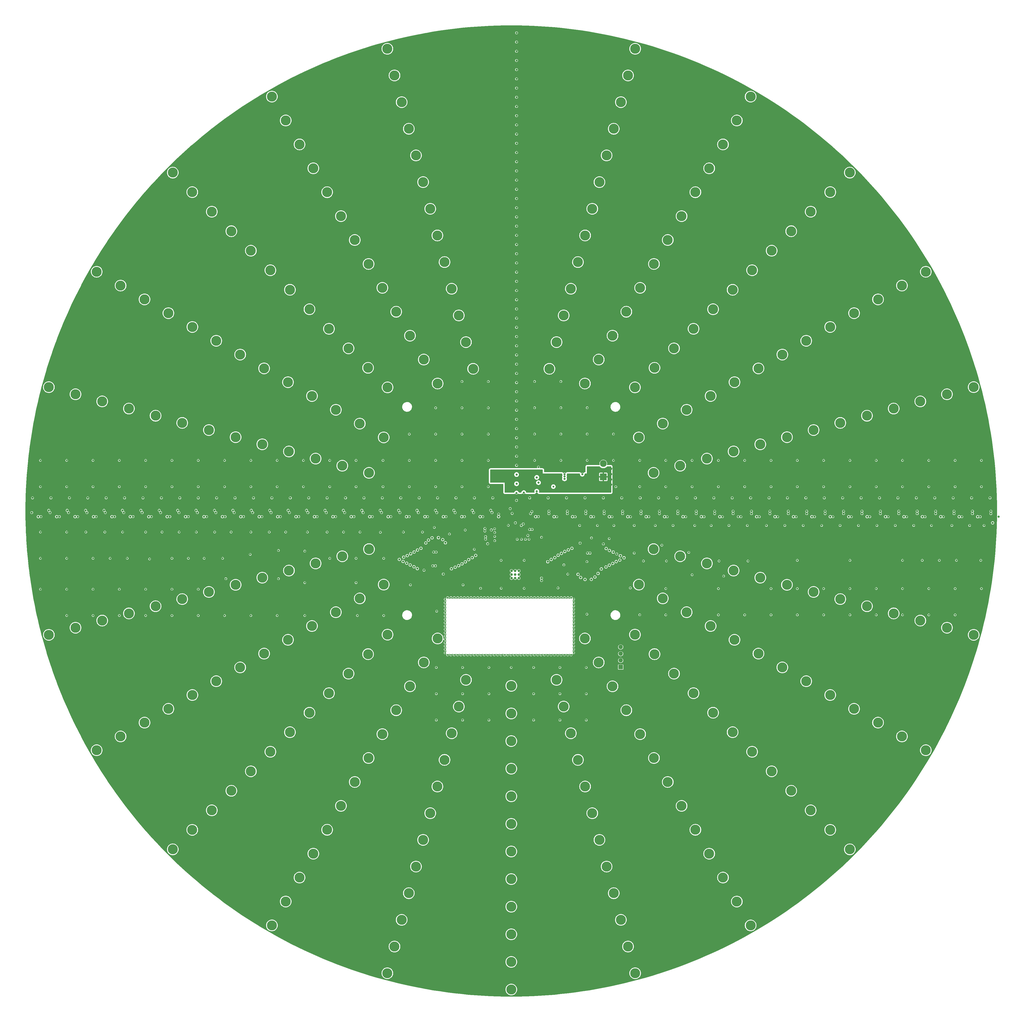
<source format=gbr>
%TF.GenerationSoftware,KiCad,Pcbnew,7.0.8*%
%TF.CreationDate,2023-11-22T15:29:50+01:00*%
%TF.ProjectId,board_fully_integrated,626f6172-645f-4667-956c-6c795f696e74,rev?*%
%TF.SameCoordinates,Original*%
%TF.FileFunction,Copper,L3,Inr*%
%TF.FilePolarity,Positive*%
%FSLAX46Y46*%
G04 Gerber Fmt 4.6, Leading zero omitted, Abs format (unit mm)*
G04 Created by KiCad (PCBNEW 7.0.8) date 2023-11-22 15:29:50*
%MOMM*%
%LPD*%
G01*
G04 APERTURE LIST*
%TA.AperFunction,ComponentPad*%
%ADD10C,3.800000*%
%TD*%
%TA.AperFunction,ComponentPad*%
%ADD11C,1.000000*%
%TD*%
%TA.AperFunction,ComponentPad*%
%ADD12R,1.700000X1.700000*%
%TD*%
%TA.AperFunction,ComponentPad*%
%ADD13O,1.700000X1.700000*%
%TD*%
%TA.AperFunction,ComponentPad*%
%ADD14C,2.600000*%
%TD*%
%TA.AperFunction,ComponentPad*%
%ADD15R,2.600000X2.600000*%
%TD*%
%TA.AperFunction,ViaPad*%
%ADD16C,0.700000*%
%TD*%
%TA.AperFunction,ViaPad*%
%ADD17C,0.800000*%
%TD*%
%TA.AperFunction,ViaPad*%
%ADD18C,1.000000*%
%TD*%
G04 APERTURE END LIST*
D10*
%TO.N,N/C*%
%TO.C,H1*%
X225000000Y-323000000D03*
%TD*%
%TO.N,N/C*%
%TO.C,H1*%
X89770384Y-188765334D03*
%TD*%
%TO.N,N/C*%
%TO.C,H1*%
X155000000Y-346243557D03*
%TD*%
%TO.N,N/C*%
%TO.C,H1*%
X103756443Y-155000000D03*
%TD*%
%TO.N,N/C*%
%TO.C,H1*%
X170750000Y-131036244D03*
%TD*%
%TO.N,N/C*%
%TO.C,H1*%
X355336823Y-300250000D03*
%TD*%
%TO.N,N/C*%
%TO.C,H1*%
X319660731Y-250364266D03*
%TD*%
%TO.N,N/C*%
%TO.C,H1*%
X286871843Y-286871843D03*
%TD*%
%TO.N,N/C*%
%TO.C,H1*%
X140481490Y-202353334D03*
%TD*%
%TO.N,N/C*%
%TO.C,H1*%
X253000000Y-176502577D03*
%TD*%
%TO.N,N/C*%
%TO.C,H1*%
X346268813Y-346268813D03*
%TD*%
%TO.N,N/C*%
%TO.C,H1*%
X263952266Y-79628163D03*
%TD*%
%TO.N,N/C*%
%TO.C,H1*%
X300250000Y-94663177D03*
%TD*%
%TO.N,N/C*%
%TO.C,H1*%
X301721086Y-301721086D03*
%TD*%
%TO.N,N/C*%
%TO.C,H1*%
X126005051Y-126005051D03*
%TD*%
D11*
%TO.N,*%
%TO.C,U60*%
X227890000Y-250555000D03*
X227890000Y-249155000D03*
X227890000Y-247755000D03*
X226490000Y-250555000D03*
X226490000Y-249155000D03*
X226490000Y-247755000D03*
X225090000Y-250555000D03*
X225090000Y-249155000D03*
X225090000Y-247755000D03*
%TD*%
D10*
%TO.N,N/C*%
%TO.C,H1*%
X268750000Y-149222777D03*
%TD*%
%TO.N,N/C*%
%TO.C,H1*%
X149222777Y-268750000D03*
%TD*%
%TO.N,N/C*%
%TO.C,H1*%
X310750000Y-76476643D03*
%TD*%
%TO.N,N/C*%
%TO.C,H1*%
X301721086Y-148278914D03*
%TD*%
%TO.N,N/C*%
%TO.C,H1*%
X170908154Y-210506133D03*
%TD*%
%TO.N,N/C*%
%TO.C,H1*%
X134000000Y-382616623D03*
%TD*%
%TO.N,N/C*%
%TO.C,H1*%
X158316044Y-186500000D03*
%TD*%
%TO.N,N/C*%
%TO.C,H1*%
X316570328Y-133429672D03*
%TD*%
%TO.N,N/C*%
%TO.C,H1*%
X266669866Y-69485942D03*
%TD*%
%TO.N,N/C*%
%TO.C,H1*%
X400798500Y-177894934D03*
%TD*%
%TO.N,N/C*%
%TO.C,H1*%
X337150290Y-160250000D03*
%TD*%
%TO.N,N/C*%
%TO.C,H1*%
X120197048Y-196918134D03*
%TD*%
%TO.N,N/C*%
%TO.C,H1*%
X180612534Y-390656279D03*
%TD*%
%TO.N,N/C*%
%TO.C,H1*%
X360229616Y-261234666D03*
%TD*%
%TO.N,N/C*%
%TO.C,H1*%
X191482934Y-350087395D03*
%TD*%
%TO.N,N/C*%
%TO.C,H1*%
X255799466Y-339945173D03*
%TD*%
%TO.N,N/C*%
%TO.C,H1*%
X331419571Y-331419571D03*
%TD*%
%TO.N,N/C*%
%TO.C,H1*%
X176502577Y-253000000D03*
%TD*%
D12*
%TO.N,/V_BUS*%
%TO.C,J1*%
X266600000Y-284350000D03*
D13*
%TO.N,/USB_D-*%
X266600000Y-281810000D03*
%TO.N,/USB_D+*%
X266600000Y-279270000D03*
%TO.N,/GND*%
X266600000Y-276730000D03*
%TD*%
D10*
%TO.N,N/C*%
%TO.C,H1*%
X346243557Y-295000000D03*
%TD*%
%TO.N,N/C*%
%TO.C,H1*%
X370371837Y-186047734D03*
%TD*%
%TO.N,N/C*%
%TO.C,H1*%
X112849710Y-160250000D03*
%TD*%
%TO.N,N/C*%
%TO.C,H1*%
X316000000Y-382616623D03*
%TD*%
%TO.N,N/C*%
%TO.C,H1*%
X69485942Y-266669866D03*
%TD*%
%TO.N,N/C*%
%TO.C,H1*%
X176000000Y-309870490D03*
%TD*%
%TO.N,N/C*%
%TO.C,H1*%
X272022601Y-272022601D03*
%TD*%
%TO.N,N/C*%
%TO.C,H1*%
X258517066Y-350087395D03*
%TD*%
%TO.N,N/C*%
%TO.C,H1*%
X373523357Y-139250000D03*
%TD*%
%TO.N,N/C*%
%TO.C,H1*%
X167409311Y-191750000D03*
%TD*%
%TO.N,N/C*%
%TO.C,H1*%
X355336823Y-149750000D03*
%TD*%
%TO.N,N/C*%
%TO.C,H1*%
X67383377Y-134000000D03*
%TD*%
%TO.N,N/C*%
%TO.C,H1*%
X188765334Y-89770384D03*
%TD*%
%TO.N,N/C*%
%TO.C,H1*%
X282590689Y-258250000D03*
%TD*%
%TO.N,N/C*%
%TO.C,H1*%
X337150290Y-289750000D03*
%TD*%
%TO.N,N/C*%
%TO.C,H1*%
X225000000Y-375500000D03*
%TD*%
%TO.N,N/C*%
%TO.C,H1*%
X85569910Y-305500000D03*
%TD*%
%TO.N,N/C*%
%TO.C,H1*%
X225000000Y-354500000D03*
%TD*%
%TO.N,N/C*%
%TO.C,H1*%
X353693434Y-353693434D03*
%TD*%
%TO.N,N/C*%
%TO.C,H1*%
X139250000Y-76476643D03*
%TD*%
%TO.N,N/C*%
%TO.C,H1*%
X261234666Y-89770384D03*
%TD*%
%TO.N,N/C*%
%TO.C,H1*%
X318963756Y-279250000D03*
%TD*%
%TO.N,N/C*%
%TO.C,H1*%
X364430090Y-305500000D03*
%TD*%
%TO.N,N/C*%
%TO.C,H1*%
X120197048Y-253081866D03*
%TD*%
%TO.N,N/C*%
%TO.C,H1*%
X111155808Y-111155808D03*
%TD*%
%TO.N,N/C*%
%TO.C,H1*%
X346243557Y-155000000D03*
%TD*%
%TO.N,N/C*%
%TO.C,H1*%
X148278914Y-148278914D03*
%TD*%
%TO.N,N/C*%
%TO.C,H1*%
X160250000Y-337150290D03*
%TD*%
%TO.N,N/C*%
%TO.C,H1*%
X103756443Y-295000000D03*
%TD*%
%TO.N,N/C*%
%TO.C,H1*%
X225000000Y-291500000D03*
%TD*%
%TO.N,N/C*%
%TO.C,H1*%
X382616623Y-316000000D03*
%TD*%
%TO.N,N/C*%
%TO.C,H1*%
X94663177Y-300250000D03*
%TD*%
%TO.N,N/C*%
%TO.C,H1*%
X131036244Y-170750000D03*
%TD*%
%TO.N,N/C*%
%TO.C,H1*%
X140129510Y-176000000D03*
%TD*%
%TO.N,N/C*%
%TO.C,H1*%
X299376289Y-244929066D03*
%TD*%
%TO.N,N/C*%
%TO.C,H1*%
X199635734Y-130339269D03*
%TD*%
%TO.N,N/C*%
%TO.C,H1*%
X284500000Y-328057023D03*
%TD*%
%TO.N,N/C*%
%TO.C,H1*%
X364430090Y-144500000D03*
%TD*%
%TO.N,N/C*%
%TO.C,H1*%
X183330134Y-380514058D03*
%TD*%
%TO.N,N/C*%
%TO.C,H1*%
X279091846Y-210506133D03*
%TD*%
%TO.N,N/C*%
%TO.C,H1*%
X207788534Y-289234067D03*
%TD*%
%TO.N,N/C*%
%TO.C,H1*%
X289234067Y-207788534D03*
%TD*%
%TO.N,N/C*%
%TO.C,H1*%
X295000000Y-346243557D03*
%TD*%
%TO.N,N/C*%
%TO.C,H1*%
X76476643Y-310750000D03*
%TD*%
%TO.N,N/C*%
%TO.C,H1*%
X49201500Y-177894934D03*
%TD*%
%TO.N,N/C*%
%TO.C,H1*%
X49201500Y-272105066D03*
%TD*%
%TO.N,N/C*%
%TO.C,H1*%
X181250000Y-149222777D03*
%TD*%
%TO.N,N/C*%
%TO.C,H1*%
X197000000Y-176502577D03*
%TD*%
%TO.N,N/C*%
%TO.C,H1*%
X205070934Y-299376289D03*
%TD*%
%TO.N,N/C*%
%TO.C,H1*%
X170552778Y-279447222D03*
%TD*%
%TO.N,N/C*%
%TO.C,H1*%
X110054827Y-194200534D03*
%TD*%
%TO.N,N/C*%
%TO.C,H1*%
X253081866Y-329802952D03*
%TD*%
%TO.N,N/C*%
%TO.C,H1*%
X244929066Y-299376289D03*
%TD*%
%TO.N,N/C*%
%TO.C,H1*%
X295000000Y-103756443D03*
%TD*%
%TO.N,N/C*%
%TO.C,H1*%
X310750000Y-373523357D03*
%TD*%
%TO.N,N/C*%
%TO.C,H1*%
X319660731Y-199635734D03*
%TD*%
%TO.N,N/C*%
%TO.C,H1*%
X149750000Y-355336823D03*
%TD*%
%TO.N,N/C*%
%TO.C,H1*%
X242211466Y-160765933D03*
%TD*%
%TO.N,N/C*%
%TO.C,H1*%
X170552778Y-170552778D03*
%TD*%
%TO.N,N/C*%
%TO.C,H1*%
X309145707Y-309145707D03*
%TD*%
%TO.N,N/C*%
%TO.C,H1*%
X294296465Y-155703535D03*
%TD*%
%TO.N,N/C*%
%TO.C,H1*%
X255799466Y-110054827D03*
%TD*%
%TO.N,N/C*%
%TO.C,H1*%
X133429672Y-316570328D03*
%TD*%
%TO.N,N/C*%
%TO.C,H1*%
X274000000Y-309870490D03*
%TD*%
%TO.N,N/C*%
%TO.C,H1*%
X258250000Y-167409311D03*
%TD*%
%TO.N,N/C*%
%TO.C,H1*%
X268750000Y-300777223D03*
%TD*%
%TO.N,N/C*%
%TO.C,H1*%
X380514058Y-183330134D03*
%TD*%
%TO.N,N/C*%
%TO.C,H1*%
X273497423Y-253000000D03*
%TD*%
%TO.N,N/C*%
%TO.C,H1*%
X279250000Y-318963756D03*
%TD*%
%TO.N,N/C*%
%TO.C,H1*%
X155703535Y-155703535D03*
%TD*%
%TO.N,N/C*%
%TO.C,H1*%
X111155808Y-338844192D03*
%TD*%
%TO.N,N/C*%
%TO.C,H1*%
X79628163Y-186047734D03*
%TD*%
%TO.N,N/C*%
%TO.C,H1*%
X188765334Y-360229616D03*
%TD*%
%TO.N,N/C*%
%TO.C,H1*%
X186500000Y-291683956D03*
%TD*%
%TO.N,N/C*%
%TO.C,H1*%
X400798500Y-272105066D03*
%TD*%
%TO.N,N/C*%
%TO.C,H1*%
X323994949Y-323994949D03*
%TD*%
%TO.N,N/C*%
%TO.C,H1*%
X225000000Y-312500000D03*
%TD*%
%TO.N,N/C*%
%TO.C,H1*%
X253081866Y-120197048D03*
%TD*%
%TO.N,N/C*%
%TO.C,H1*%
X247646666Y-309518510D03*
%TD*%
%TO.N,N/C*%
%TO.C,H1*%
X163128157Y-163128157D03*
%TD*%
%TO.N,N/C*%
%TO.C,H1*%
X186500000Y-158316044D03*
%TD*%
%TO.N,N/C*%
%TO.C,H1*%
X300777223Y-181250000D03*
%TD*%
%TO.N,N/C*%
%TO.C,H1*%
X225000000Y-386000000D03*
%TD*%
%TO.N,N/C*%
%TO.C,H1*%
X289234067Y-242211466D03*
%TD*%
%TO.N,N/C*%
%TO.C,H1*%
X338844192Y-338844192D03*
%TD*%
%TO.N,N/C*%
%TO.C,H1*%
X144500000Y-85569910D03*
%TD*%
%TO.N,N/C*%
%TO.C,H1*%
X133429672Y-133429672D03*
%TD*%
%TO.N,N/C*%
%TO.C,H1*%
X284500000Y-121942977D03*
%TD*%
%TO.N,N/C*%
%TO.C,H1*%
X197000000Y-273497423D03*
%TD*%
%TO.N,N/C*%
%TO.C,H1*%
X170750000Y-318963756D03*
%TD*%
%TO.N,N/C*%
%TO.C,H1*%
X239493867Y-170908154D03*
%TD*%
%TO.N,N/C*%
%TO.C,H1*%
X225000000Y-344000000D03*
%TD*%
%TO.N,N/C*%
%TO.C,H1*%
X291683956Y-263500000D03*
%TD*%
%TO.N,N/C*%
%TO.C,H1*%
X309518510Y-202353334D03*
%TD*%
%TO.N,N/C*%
%TO.C,H1*%
X177977399Y-177977399D03*
%TD*%
%TO.N,N/C*%
%TO.C,H1*%
X180612534Y-59343721D03*
%TD*%
%TO.N,N/C*%
%TO.C,H1*%
X299376289Y-205070934D03*
%TD*%
%TO.N,N/C*%
%TO.C,H1*%
X191482934Y-99912605D03*
%TD*%
%TO.N,N/C*%
%TO.C,H1*%
X273497423Y-197000000D03*
%TD*%
%TO.N,N/C*%
%TO.C,H1*%
X225000000Y-302000000D03*
%TD*%
%TO.N,N/C*%
%TO.C,H1*%
X305500000Y-85569910D03*
%TD*%
%TO.N,N/C*%
%TO.C,H1*%
X130339269Y-250364266D03*
%TD*%
%TO.N,N/C*%
%TO.C,H1*%
X225000000Y-333500000D03*
%TD*%
%TO.N,N/C*%
%TO.C,H1*%
X99912605Y-191482934D03*
%TD*%
%TO.N,N/C*%
%TO.C,H1*%
X346268813Y-103731187D03*
%TD*%
%TO.N,N/C*%
%TO.C,H1*%
X294296465Y-294296465D03*
%TD*%
%TO.N,N/C*%
%TO.C,H1*%
X126005051Y-323994949D03*
%TD*%
%TO.N,N/C*%
%TO.C,H1*%
X390656279Y-269387466D03*
%TD*%
%TO.N,N/C*%
%TO.C,H1*%
X289750000Y-337150290D03*
%TD*%
%TO.N,N/C*%
%TO.C,H1*%
X199635734Y-319660731D03*
%TD*%
%TO.N,N/C*%
%TO.C,H1*%
X309870490Y-274000000D03*
%TD*%
%TO.N,N/C*%
%TO.C,H1*%
X258517066Y-99912605D03*
%TD*%
%TO.N,N/C*%
%TO.C,H1*%
X350087395Y-191482934D03*
%TD*%
%TO.N,N/C*%
%TO.C,H1*%
X149222777Y-181250000D03*
%TD*%
%TO.N,N/C*%
%TO.C,H1*%
X186047734Y-79628163D03*
%TD*%
%TO.N,N/C*%
%TO.C,H1*%
X329802952Y-196918134D03*
%TD*%
%TO.N,N/C*%
%TO.C,H1*%
X309870490Y-176000000D03*
%TD*%
%TO.N,N/C*%
%TO.C,H1*%
X196918134Y-120197048D03*
%TD*%
%TO.N,N/C*%
%TO.C,H1*%
X328057023Y-284500000D03*
%TD*%
%TO.N,N/C*%
%TO.C,H1*%
X194200534Y-339945173D03*
%TD*%
%TO.N,N/C*%
%TO.C,H1*%
X339945173Y-194200534D03*
%TD*%
%TO.N,N/C*%
%TO.C,H1*%
X242211466Y-289234067D03*
%TD*%
%TO.N,N/C*%
%TO.C,H1*%
X158316044Y-263500000D03*
%TD*%
%TO.N,N/C*%
%TO.C,H1*%
X194200534Y-110054827D03*
%TD*%
%TO.N,N/C*%
%TO.C,H1*%
X380514058Y-266669866D03*
%TD*%
%TO.N,N/C*%
%TO.C,H1*%
X79628163Y-263952266D03*
%TD*%
%TO.N,N/C*%
%TO.C,H1*%
X263500000Y-291683956D03*
%TD*%
%TO.N,N/C*%
%TO.C,H1*%
X263952266Y-370371837D03*
%TD*%
%TO.N,N/C*%
%TO.C,H1*%
X170908154Y-239493867D03*
%TD*%
%TO.N,N/C*%
%TO.C,H1*%
X140854293Y-309145707D03*
%TD*%
%TO.N,N/C*%
%TO.C,H1*%
X160765933Y-207788534D03*
%TD*%
%TO.N,N/C*%
%TO.C,H1*%
X353693434Y-96306566D03*
%TD*%
%TO.N,N/C*%
%TO.C,H1*%
X300777223Y-268750000D03*
%TD*%
%TO.N,N/C*%
%TO.C,H1*%
X279447222Y-279447222D03*
%TD*%
%TO.N,N/C*%
%TO.C,H1*%
X331419571Y-118580429D03*
%TD*%
%TO.N,N/C*%
%TO.C,H1*%
X309145707Y-140854293D03*
%TD*%
%TO.N,N/C*%
%TO.C,H1*%
X118580429Y-118580429D03*
%TD*%
%TO.N,N/C*%
%TO.C,H1*%
X191750000Y-282590689D03*
%TD*%
%TO.N,N/C*%
%TO.C,H1*%
X279091846Y-239493867D03*
%TD*%
%TO.N,N/C*%
%TO.C,H1*%
X269387466Y-59343721D03*
%TD*%
%TO.N,N/C*%
%TO.C,H1*%
X373523357Y-310750000D03*
%TD*%
%TO.N,N/C*%
%TO.C,H1*%
X207788534Y-160765933D03*
%TD*%
%TO.N,N/C*%
%TO.C,H1*%
X177894934Y-49201500D03*
%TD*%
%TO.N,N/C*%
%TO.C,H1*%
X205070934Y-150623711D03*
%TD*%
%TO.N,N/C*%
%TO.C,H1*%
X139250000Y-373523357D03*
%TD*%
%TO.N,N/C*%
%TO.C,H1*%
X165500000Y-121942977D03*
%TD*%
%TO.N,N/C*%
%TO.C,H1*%
X316570328Y-316570328D03*
%TD*%
%TO.N,N/C*%
%TO.C,H1*%
X160250000Y-112849710D03*
%TD*%
%TO.N,N/C*%
%TO.C,H1*%
X140481490Y-247646666D03*
%TD*%
%TO.N,N/C*%
%TO.C,H1*%
X121942977Y-165500000D03*
%TD*%
%TO.N,N/C*%
%TO.C,H1*%
X160765933Y-242211466D03*
%TD*%
%TO.N,N/C*%
%TO.C,H1*%
X89770384Y-261234666D03*
%TD*%
%TO.N,N/C*%
%TO.C,H1*%
X134000000Y-67383377D03*
%TD*%
%TO.N,N/C*%
%TO.C,H1*%
X250364266Y-319660731D03*
%TD*%
%TO.N,N/C*%
%TO.C,H1*%
X155703535Y-294296465D03*
%TD*%
%TO.N,N/C*%
%TO.C,H1*%
X328057023Y-165500000D03*
%TD*%
%TO.N,N/C*%
%TO.C,H1*%
X350087395Y-258517066D03*
%TD*%
%TO.N,N/C*%
%TO.C,H1*%
X279447222Y-170552778D03*
%TD*%
%TO.N,N/C*%
%TO.C,H1*%
X210506133Y-170908154D03*
%TD*%
%TO.N,N/C*%
%TO.C,H1*%
X305500000Y-364430090D03*
%TD*%
%TO.N,N/C*%
%TO.C,H1*%
X59343721Y-269387466D03*
%TD*%
%TO.N,N/C*%
%TO.C,H1*%
X279250000Y-131036244D03*
%TD*%
%TO.N,N/C*%
%TO.C,H1*%
X316000000Y-67383377D03*
%TD*%
%TO.N,N/C*%
%TO.C,H1*%
X177894934Y-400798500D03*
%TD*%
%TO.N,N/C*%
%TO.C,H1*%
X225000000Y-407000000D03*
%TD*%
%TO.N,N/C*%
%TO.C,H1*%
X269387466Y-390656279D03*
%TD*%
%TO.N,N/C*%
%TO.C,H1*%
X250364266Y-130339269D03*
%TD*%
%TO.N,N/C*%
%TO.C,H1*%
X309518510Y-247646666D03*
%TD*%
%TO.N,N/C*%
%TO.C,H1*%
X253000000Y-273497423D03*
%TD*%
%TO.N,N/C*%
%TO.C,H1*%
X225000000Y-396500000D03*
%TD*%
%TO.N,N/C*%
%TO.C,H1*%
X323994949Y-126005051D03*
%TD*%
%TO.N,N/C*%
%TO.C,H1*%
X390656279Y-180612534D03*
%TD*%
%TO.N,N/C*%
%TO.C,H1*%
X186047734Y-370371837D03*
%TD*%
%TO.N,N/C*%
%TO.C,H1*%
X286871843Y-163128157D03*
%TD*%
%TO.N,N/C*%
%TO.C,H1*%
X148278914Y-301721086D03*
%TD*%
%TO.N,N/C*%
%TO.C,H1*%
X163128157Y-286871843D03*
%TD*%
%TO.N,N/C*%
%TO.C,H1*%
X177977399Y-272022601D03*
%TD*%
%TO.N,N/C*%
%TO.C,H1*%
X121942977Y-284500000D03*
%TD*%
%TO.N,N/C*%
%TO.C,H1*%
X103731187Y-346268813D03*
%TD*%
%TO.N,N/C*%
%TO.C,H1*%
X59343721Y-180612534D03*
%TD*%
%TO.N,N/C*%
%TO.C,H1*%
X274000000Y-140129510D03*
%TD*%
%TO.N,N/C*%
%TO.C,H1*%
X112849710Y-289750000D03*
%TD*%
%TO.N,N/C*%
%TO.C,H1*%
X85569910Y-144500000D03*
%TD*%
%TO.N,N/C*%
%TO.C,H1*%
X339945173Y-255799466D03*
%TD*%
%TO.N,N/C*%
%TO.C,H1*%
X110054827Y-255799466D03*
%TD*%
%TO.N,N/C*%
%TO.C,H1*%
X149750000Y-94663177D03*
%TD*%
%TO.N,N/C*%
%TO.C,H1*%
X99912605Y-258517066D03*
%TD*%
%TO.N,N/C*%
%TO.C,H1*%
X165500000Y-328057023D03*
%TD*%
%TO.N,N/C*%
%TO.C,H1*%
X338844192Y-111155808D03*
%TD*%
%TO.N,N/C*%
%TO.C,H1*%
X263500000Y-158316044D03*
%TD*%
%TO.N,N/C*%
%TO.C,H1*%
X140854293Y-140854293D03*
%TD*%
%TO.N,N/C*%
%TO.C,H1*%
X318963756Y-170750000D03*
%TD*%
%TO.N,N/C*%
%TO.C,H1*%
X247646666Y-140481490D03*
%TD*%
%TO.N,N/C*%
%TO.C,H1*%
X131036244Y-279250000D03*
%TD*%
%TO.N,N/C*%
%TO.C,H1*%
X176000000Y-140129510D03*
%TD*%
%TO.N,N/C*%
%TO.C,H1*%
X150623711Y-244929066D03*
%TD*%
%TO.N,N/C*%
%TO.C,H1*%
X272105066Y-49201500D03*
%TD*%
%TO.N,N/C*%
%TO.C,H1*%
X360229616Y-188765334D03*
%TD*%
%TO.N,N/C*%
%TO.C,H1*%
X196918134Y-329802952D03*
%TD*%
%TO.N,N/C*%
%TO.C,H1*%
X155000000Y-103756443D03*
%TD*%
%TO.N,N/C*%
%TO.C,H1*%
X289750000Y-112849710D03*
%TD*%
%TO.N,N/C*%
%TO.C,H1*%
X300250000Y-355336823D03*
%TD*%
%TO.N,N/C*%
%TO.C,H1*%
X76476643Y-139250000D03*
%TD*%
%TO.N,N/C*%
%TO.C,H1*%
X261234666Y-360229616D03*
%TD*%
%TO.N,N/C*%
%TO.C,H1*%
X150623711Y-205070934D03*
%TD*%
%TO.N,N/C*%
%TO.C,H1*%
X103731187Y-103731187D03*
%TD*%
%TO.N,N/C*%
%TO.C,H1*%
X130339269Y-199635734D03*
%TD*%
%TO.N,N/C*%
%TO.C,H1*%
X272105066Y-400798500D03*
%TD*%
%TO.N,N/C*%
%TO.C,H1*%
X258250000Y-282590689D03*
%TD*%
%TO.N,N/C*%
%TO.C,H1*%
X69485942Y-183330134D03*
%TD*%
%TO.N,N/C*%
%TO.C,H1*%
X181250000Y-300777223D03*
%TD*%
%TO.N,N/C*%
%TO.C,H1*%
X329802952Y-253081866D03*
%TD*%
%TO.N,N/C*%
%TO.C,H1*%
X96306566Y-96306566D03*
%TD*%
%TO.N,N/C*%
%TO.C,H1*%
X202353334Y-309518510D03*
%TD*%
%TO.N,N/C*%
%TO.C,H1*%
X183330134Y-69485942D03*
%TD*%
%TO.N,N/C*%
%TO.C,H1*%
X291683956Y-186500000D03*
%TD*%
%TO.N,N/C*%
%TO.C,H1*%
X225000000Y-365000000D03*
%TD*%
%TO.N,N/C*%
%TO.C,H1*%
X272022601Y-177977399D03*
%TD*%
%TO.N,N/C*%
%TO.C,H1*%
X191750000Y-167409311D03*
%TD*%
%TO.N,N/C*%
%TO.C,H1*%
X94663177Y-149750000D03*
%TD*%
%TO.N,N/C*%
%TO.C,H1*%
X140129510Y-274000000D03*
%TD*%
%TO.N,N/C*%
%TO.C,H1*%
X244929066Y-150623711D03*
%TD*%
%TO.N,N/C*%
%TO.C,H1*%
X67383377Y-316000000D03*
%TD*%
%TO.N,N/C*%
%TO.C,H1*%
X282590689Y-191750000D03*
%TD*%
%TO.N,N/C*%
%TO.C,H1*%
X266669866Y-380514058D03*
%TD*%
%TO.N,N/C*%
%TO.C,H1*%
X202353334Y-140481490D03*
%TD*%
%TO.N,N/C*%
%TO.C,H1*%
X382616623Y-134000000D03*
%TD*%
%TO.N,N/C*%
%TO.C,H1*%
X167409311Y-258250000D03*
%TD*%
%TO.N,N/C*%
%TO.C,H1*%
X370371837Y-263952266D03*
%TD*%
%TO.N,N/C*%
%TO.C,H1*%
X144500000Y-364430090D03*
%TD*%
%TO.N,N/C*%
%TO.C,H1*%
X96306566Y-353693434D03*
%TD*%
%TO.N,N/C*%
%TO.C,H1*%
X176502577Y-197000000D03*
%TD*%
%TO.N,N/C*%
%TO.C,H1*%
X118580429Y-331419571D03*
%TD*%
D14*
%TO.N,/GND*%
%TO.C,J11*%
X260000000Y-206920000D03*
D15*
%TO.N,/5V*%
X260000000Y-212000000D03*
%TD*%
D16*
%TO.N,/GND*%
X223869501Y-230454672D03*
D17*
X229750000Y-218000000D03*
%TO.N,/5V*%
X262000000Y-216000000D03*
X260000000Y-216000000D03*
X258000000Y-216000000D03*
X256000000Y-216000000D03*
X263000000Y-215000000D03*
X261000000Y-215000000D03*
X259000000Y-215000000D03*
X262000000Y-214000000D03*
X260000000Y-214000000D03*
X258000000Y-214000000D03*
X263000000Y-213000000D03*
X262000000Y-212000000D03*
X258000000Y-212000000D03*
X256000000Y-212000000D03*
X263000000Y-211000000D03*
X257000000Y-211000000D03*
X255000000Y-211000000D03*
X262000000Y-210000000D03*
X260000000Y-210000000D03*
X258000000Y-210000000D03*
X256000000Y-210000000D03*
X263000000Y-209000000D03*
X261000000Y-209000000D03*
X259000000Y-209000000D03*
X257000000Y-209000000D03*
X255000000Y-209000000D03*
X222003431Y-213740384D03*
X220003431Y-213740384D03*
X223003431Y-212740384D03*
X221003431Y-212740384D03*
X222003431Y-211740384D03*
X220003431Y-211740384D03*
X223003431Y-210740384D03*
X221003431Y-210740384D03*
X222003431Y-209740384D03*
X220003431Y-209740384D03*
%TO.N,/GND*%
X226982829Y-220971152D03*
X226999199Y-218169334D03*
X227019873Y-214644700D03*
X227019873Y-211144700D03*
X227019873Y-207644700D03*
D18*
%TO.N,/3.3V*%
X249000000Y-209500000D03*
X245500000Y-209500000D03*
D17*
%TO.N,/GND*%
X227034570Y-43149006D03*
D18*
%TO.N,/3.3V*%
X249000000Y-208000000D03*
X247250000Y-208000000D03*
X245500000Y-208000000D03*
D16*
%TO.N,/GND*%
X229902429Y-254422864D03*
X221186487Y-254371594D03*
X229916523Y-243747939D03*
X221130854Y-243747939D03*
X176500000Y-243000000D03*
D17*
X410281534Y-227167195D03*
X403281534Y-227167195D03*
X396281534Y-227167195D03*
X389281534Y-227167195D03*
X382281534Y-227167195D03*
X375281534Y-227167195D03*
X368281534Y-227167195D03*
X361281534Y-227167195D03*
X354281534Y-227167195D03*
X347281534Y-227167195D03*
X340281534Y-227167195D03*
X333281534Y-227167195D03*
X326281534Y-227167195D03*
X319281534Y-227167195D03*
X312281534Y-227167195D03*
X305281534Y-227167195D03*
X298281534Y-227167195D03*
X291281534Y-227167195D03*
X284281534Y-227167195D03*
X277281534Y-227167195D03*
X270281534Y-227167195D03*
X263281534Y-227167195D03*
X256281534Y-227167195D03*
X249281534Y-227167195D03*
X242281534Y-227167195D03*
X235285490Y-227153991D03*
D16*
%TO.N,/CLK unbuffered*%
X228875000Y-235750100D03*
X218700000Y-234650100D03*
%TO.N,/MISO unbuffered*%
X231775000Y-235725100D03*
X218675000Y-231750100D03*
%TO.N,/MOSI unbuffered*%
X218700000Y-236275100D03*
X227250000Y-235750100D03*
%TO.N,/CS1 unbuffered*%
X230375000Y-235750100D03*
X218700000Y-233150100D03*
%TO.N,/GND*%
X343750000Y-205750000D03*
D17*
X246000000Y-220000000D03*
D16*
X186661952Y-253098000D03*
X399250000Y-230500000D03*
X241000000Y-215729485D03*
X92250000Y-233000000D03*
X353750000Y-254500000D03*
X186250000Y-195750000D03*
X235110600Y-257940800D03*
X206250000Y-175750000D03*
X56000000Y-215750000D03*
X203360600Y-257940800D03*
X255500000Y-235250000D03*
D17*
X288000000Y-220000000D03*
D16*
X248725000Y-267415000D03*
X336000000Y-230500000D03*
X313750000Y-264500000D03*
X214752534Y-279750000D03*
X87500000Y-243250000D03*
X66000000Y-205750000D03*
X304000000Y-244000000D03*
D17*
X309000000Y-220000000D03*
D16*
X364000000Y-230500000D03*
D17*
X210165760Y-224752933D03*
D16*
X209672534Y-279750000D03*
D17*
X365325000Y-225073597D03*
D16*
X96000000Y-254750000D03*
X294750000Y-230500000D03*
X208440600Y-257940800D03*
D17*
X245250000Y-211859232D03*
D16*
X126000000Y-215750000D03*
D17*
X337325000Y-225073597D03*
D16*
X236342534Y-279750000D03*
D17*
X227019873Y-102644700D03*
D16*
X363750000Y-254500000D03*
X223642534Y-279750000D03*
X253857923Y-185729485D03*
X232532534Y-279750000D03*
D17*
X239325000Y-225073597D03*
D16*
X233857923Y-205729485D03*
X199855400Y-259845800D03*
D17*
X179183400Y-227144632D03*
D16*
X199855400Y-275085800D03*
X147500000Y-233000000D03*
D17*
X224601833Y-224079633D03*
D16*
X387750000Y-243750000D03*
X329000000Y-230500000D03*
D17*
X227019873Y-78144700D03*
D16*
X238882534Y-279750000D03*
D17*
X137183400Y-227144632D03*
D16*
X166000000Y-205750000D03*
D17*
X253325000Y-225073597D03*
D16*
X206500000Y-294500000D03*
X199855400Y-266195800D03*
D17*
X182990000Y-220000000D03*
D16*
X248725000Y-277575000D03*
X209710600Y-257940800D03*
X228760600Y-257940800D03*
X133000000Y-233000000D03*
X305750000Y-249750000D03*
X240190600Y-257940800D03*
X237650600Y-257940800D03*
X246480000Y-279750000D03*
X233840600Y-257940800D03*
D17*
X235346370Y-208299942D03*
D16*
X243500000Y-294500000D03*
X136500000Y-250750000D03*
X96000000Y-243000000D03*
D17*
X116183400Y-227144632D03*
X227019873Y-169144700D03*
X77165760Y-224752933D03*
X227019873Y-64144700D03*
D16*
X394250000Y-243750000D03*
X206250000Y-195750000D03*
X257750000Y-230500000D03*
D17*
X91990000Y-220000000D03*
X133165760Y-224752933D03*
D16*
X210950000Y-239550000D03*
X246502534Y-279750000D03*
D17*
X70165760Y-224752933D03*
X57028403Y-219986776D03*
D16*
X333750000Y-254500000D03*
X279750000Y-230500000D03*
X246500000Y-249000000D03*
X66000000Y-243000000D03*
X166500000Y-264750000D03*
D17*
X229569497Y-229948520D03*
D16*
X248724602Y-278897830D03*
X46000000Y-233000000D03*
X373750000Y-254500000D03*
D17*
X227019873Y-200644700D03*
D16*
X86000000Y-233000000D03*
X125750000Y-241500000D03*
D17*
X227019873Y-99144700D03*
D16*
X245000000Y-245500000D03*
D17*
X161990000Y-220000000D03*
D16*
X248725000Y-273765000D03*
X203322534Y-279750000D03*
X233500000Y-294500000D03*
D17*
X358000000Y-220000000D03*
D16*
X323750000Y-215750000D03*
X105250000Y-233000000D03*
D17*
X372325000Y-225073597D03*
X217990000Y-220000000D03*
D16*
X136000000Y-215750000D03*
D17*
X351325000Y-225073597D03*
X227019873Y-116644700D03*
D16*
X218600600Y-257940800D03*
D17*
X147990000Y-220000000D03*
D16*
X186250000Y-215750000D03*
X225000000Y-284500000D03*
D17*
X189990000Y-220000000D03*
D16*
X106000000Y-254750000D03*
X199855400Y-277625800D03*
D17*
X393325000Y-225073597D03*
X189165760Y-224752933D03*
D16*
X246540600Y-257940800D03*
X404750000Y-230500000D03*
D17*
X49990000Y-220000000D03*
D16*
X293750000Y-249250000D03*
X196500000Y-304500000D03*
X216060600Y-257940800D03*
D17*
X330325000Y-225073597D03*
D16*
X199855400Y-258575800D03*
X115250000Y-243000000D03*
X86000000Y-264750000D03*
X96000000Y-205750000D03*
D17*
X227019873Y-197144700D03*
D16*
X333750000Y-205750000D03*
X270250000Y-254250000D03*
X175250000Y-233098000D03*
X221140600Y-257940800D03*
X236380600Y-257940800D03*
D17*
X60183400Y-227144632D03*
D16*
X191250000Y-233000000D03*
D17*
X175165760Y-224752933D03*
X227019873Y-204144700D03*
D16*
X86000000Y-254750000D03*
X126000000Y-233000000D03*
D17*
X74183400Y-227144632D03*
X140990000Y-220000000D03*
D16*
X216500000Y-284500000D03*
X70500000Y-233000000D03*
D17*
X123183400Y-227144632D03*
D16*
X76000000Y-215750000D03*
X56000000Y-205750000D03*
X166000000Y-243000000D03*
X264000000Y-230500000D03*
D17*
X42990000Y-220000000D03*
D16*
X196500000Y-294500000D03*
X207170600Y-257940800D03*
D17*
X260000000Y-220000000D03*
X227019873Y-127144700D03*
D16*
X98750000Y-233000000D03*
X283750000Y-254500000D03*
X200820600Y-257940800D03*
X126000000Y-205750000D03*
X219870600Y-257940800D03*
X199855400Y-261115800D03*
X403750000Y-205750000D03*
D17*
X227019873Y-165644700D03*
X84990000Y-220000000D03*
D16*
X244000600Y-257940800D03*
X263857923Y-195729485D03*
X233857923Y-185729485D03*
D17*
X260325000Y-225073597D03*
D16*
X79000000Y-243000000D03*
D17*
X281000000Y-220000000D03*
D16*
X241422534Y-279750000D03*
D17*
X227019873Y-130644700D03*
X227019873Y-74644700D03*
D16*
X251000000Y-230500000D03*
D17*
X88183400Y-227144632D03*
D16*
X201500000Y-233750000D03*
X242730600Y-257940800D03*
X333750000Y-215750000D03*
D17*
X119990000Y-220000000D03*
D16*
X184000000Y-233000000D03*
X248725000Y-272495000D03*
X333750000Y-243750000D03*
X206250000Y-185750000D03*
X253500000Y-304500000D03*
X222410600Y-257940800D03*
D17*
X227019873Y-67644700D03*
X227019873Y-88644700D03*
X105990000Y-220000000D03*
D16*
X315000000Y-244000000D03*
X381250000Y-243750000D03*
D17*
X217165760Y-224752933D03*
D16*
X350000000Y-230500000D03*
D17*
X227019873Y-85144700D03*
X214183400Y-227144632D03*
D16*
X393750000Y-215750000D03*
D17*
X227019873Y-186644700D03*
D16*
X199855400Y-276355800D03*
D17*
X235346370Y-214217007D03*
D16*
X243857923Y-185729485D03*
X235072534Y-279750000D03*
X146500000Y-240250000D03*
D17*
X49165760Y-224752933D03*
D16*
X196250000Y-185750000D03*
X248725000Y-259795000D03*
D17*
X302000000Y-220000000D03*
X400000000Y-220000000D03*
X182165760Y-224752933D03*
D16*
X176500000Y-264750000D03*
X343750000Y-215750000D03*
X283750000Y-215750000D03*
X383750000Y-264500000D03*
D17*
X126165760Y-224752933D03*
X227019873Y-95644700D03*
D16*
X199847106Y-278952169D03*
D17*
X365000000Y-220000000D03*
D16*
X116000000Y-215750000D03*
X206250000Y-215750000D03*
D17*
X227019873Y-106144700D03*
X220203596Y-226159690D03*
D16*
X248725000Y-262335000D03*
X242670000Y-279750000D03*
X106000000Y-205750000D03*
D17*
X46183400Y-227144632D03*
X144183400Y-227144632D03*
D16*
X333750000Y-264500000D03*
X216250000Y-215750000D03*
D17*
X316000000Y-220000000D03*
D16*
X236500000Y-235000000D03*
D17*
X281325000Y-225073597D03*
X232926503Y-232000000D03*
X227019873Y-151644700D03*
D16*
X363750000Y-215750000D03*
D17*
X102183400Y-227144632D03*
D16*
X136500000Y-240000000D03*
X210942534Y-279750000D03*
X248725000Y-276305000D03*
X245210000Y-279750000D03*
D17*
X227019873Y-137644700D03*
D16*
X196500000Y-284500000D03*
X240130000Y-279750000D03*
D17*
X232000000Y-220000000D03*
X245258280Y-210948385D03*
D16*
X264750000Y-215750000D03*
X282250000Y-238000000D03*
D17*
X227019873Y-120144700D03*
D16*
X248725000Y-268685000D03*
D17*
X215225000Y-235678003D03*
D16*
X106000000Y-264750000D03*
D17*
X274325000Y-225073597D03*
D16*
X233857923Y-175729485D03*
D17*
X214996267Y-231674653D03*
X227019873Y-109644700D03*
D16*
X116000000Y-264750000D03*
X232570600Y-257940800D03*
D17*
X225340939Y-225919306D03*
D16*
X247772534Y-279750000D03*
D17*
X344000000Y-220000000D03*
X254926503Y-241000000D03*
D16*
X233802534Y-279750000D03*
X403500000Y-243750000D03*
X199855400Y-267465800D03*
X323750000Y-254500000D03*
X199855400Y-270005800D03*
X219832534Y-279750000D03*
D17*
X407325000Y-225073597D03*
D16*
X96000000Y-215750000D03*
D17*
X267000000Y-220000000D03*
D16*
X343750000Y-254500000D03*
X166000000Y-252250000D03*
D17*
X161165760Y-224752933D03*
D16*
X136000000Y-264750000D03*
D17*
X379000000Y-220000000D03*
D16*
X224912534Y-279750000D03*
X212212534Y-279750000D03*
D17*
X112990000Y-220000000D03*
X386325000Y-225073597D03*
X203990000Y-220000000D03*
X195161952Y-245838309D03*
X67183400Y-227144632D03*
D16*
X86000000Y-205750000D03*
X243962534Y-279750000D03*
X213520600Y-257940800D03*
D17*
X236516273Y-251426360D03*
D16*
X216250000Y-175750000D03*
X205900600Y-257940800D03*
D17*
X158183400Y-227144632D03*
D16*
X393750000Y-205750000D03*
D17*
X193183400Y-227144632D03*
D16*
X77250000Y-233000000D03*
X204592534Y-279750000D03*
D17*
X227019873Y-176144700D03*
D16*
X384750000Y-230500000D03*
D17*
X252000000Y-211000000D03*
D16*
X176250000Y-215750000D03*
D17*
X330000000Y-220000000D03*
D16*
X156000000Y-205750000D03*
D17*
X234680921Y-217487174D03*
D16*
X56000000Y-243000000D03*
X216250000Y-185750000D03*
X186250000Y-205750000D03*
X353750000Y-264500000D03*
D17*
X105165760Y-224752933D03*
D16*
X56000000Y-264750000D03*
X216500000Y-294500000D03*
X275250000Y-244000000D03*
X202052534Y-279750000D03*
X139250000Y-233000000D03*
D17*
X151183400Y-227144632D03*
D16*
X253857923Y-205729485D03*
X353750000Y-215750000D03*
X313750000Y-205750000D03*
X216250000Y-195750000D03*
X253500000Y-294500000D03*
D17*
X216025000Y-237450000D03*
D16*
X313750000Y-215750000D03*
X241460600Y-257940800D03*
X243857923Y-175729485D03*
X233500000Y-284500000D03*
X229992534Y-279750000D03*
D17*
X226553957Y-229496621D03*
D16*
X146500000Y-264750000D03*
X76000000Y-264750000D03*
X322000000Y-230500000D03*
X106000000Y-215750000D03*
X248725000Y-269955000D03*
X284000000Y-244000000D03*
X112250000Y-233000000D03*
D17*
X227019873Y-193644700D03*
X70990000Y-220000000D03*
X227019873Y-134144700D03*
X323000000Y-220000000D03*
X191830779Y-247514539D03*
D16*
X378000000Y-230500000D03*
X216250000Y-205750000D03*
X303750000Y-254500000D03*
X383750000Y-254500000D03*
D17*
X81183400Y-227144632D03*
X95183400Y-227144632D03*
X133990000Y-220000000D03*
D16*
X303750000Y-215750000D03*
D17*
X53183400Y-227144632D03*
D16*
X146000000Y-215750000D03*
X116500000Y-250750000D03*
D17*
X98165760Y-224752933D03*
D16*
X202090600Y-257940800D03*
X271750000Y-230500000D03*
X208402534Y-279750000D03*
X167500000Y-233000000D03*
D17*
X119165760Y-224752933D03*
D16*
X393750000Y-254500000D03*
X286500000Y-230500000D03*
X283750000Y-264500000D03*
X248725000Y-263605000D03*
X293750000Y-215750000D03*
X204630600Y-257940800D03*
X403750000Y-215750000D03*
X248725000Y-258525000D03*
D17*
X227019873Y-113144700D03*
D16*
X353750000Y-243750000D03*
D17*
X227019873Y-190144700D03*
X195507523Y-240625474D03*
D16*
X63250000Y-233000000D03*
D17*
X407000000Y-220000000D03*
X207183400Y-227144632D03*
D16*
X86000000Y-215750000D03*
X199855400Y-273815800D03*
X222460298Y-279759028D03*
X303750000Y-264500000D03*
X199855400Y-262385800D03*
X72500000Y-243000000D03*
D17*
X251171053Y-237223329D03*
X227019873Y-141144700D03*
X168165760Y-224752933D03*
D16*
X231300600Y-257940800D03*
D17*
X200183400Y-227144632D03*
D16*
X245232534Y-279750000D03*
X196250000Y-215750000D03*
X242750000Y-254250000D03*
X357000000Y-230500000D03*
X393750000Y-264500000D03*
D17*
X186183400Y-227144632D03*
X302325000Y-225073597D03*
D16*
X392500000Y-230500000D03*
D17*
X98990000Y-220000000D03*
X203165760Y-224752933D03*
D16*
X213331800Y-254397600D03*
D17*
X231307163Y-234301044D03*
D16*
X214790600Y-257940800D03*
D17*
X91165760Y-224752933D03*
D16*
X314750000Y-230500000D03*
D17*
X227019873Y-148144700D03*
X147165760Y-224752933D03*
D16*
X273857923Y-215729485D03*
D17*
X351000000Y-220000000D03*
D16*
X226220600Y-257940800D03*
D17*
X227019873Y-179644700D03*
X393000000Y-220000000D03*
D16*
X206250000Y-205750000D03*
X373750000Y-215750000D03*
D17*
X267325000Y-225073597D03*
X274000000Y-220000000D03*
X227019873Y-155144700D03*
X227019873Y-50144700D03*
D16*
X156000000Y-243000000D03*
X231262534Y-279750000D03*
X253857923Y-195729485D03*
X195750000Y-231250000D03*
X96000000Y-264750000D03*
X253500000Y-284500000D03*
X216500000Y-304500000D03*
X233500000Y-304500000D03*
X283750000Y-205750000D03*
X116000000Y-205750000D03*
D17*
X246325000Y-225073597D03*
D16*
X273857923Y-205729485D03*
D17*
X227019873Y-81644700D03*
D16*
X66000000Y-264750000D03*
X253750000Y-264250000D03*
X161250000Y-233000000D03*
X241400000Y-279750000D03*
D17*
X63165760Y-224752933D03*
X232831570Y-225224347D03*
D16*
X227490600Y-257940800D03*
X206500000Y-284500000D03*
X213482534Y-279750000D03*
X156000000Y-215750000D03*
X56000000Y-254750000D03*
D17*
X260000000Y-237500000D03*
X154990000Y-220000000D03*
D16*
X196250000Y-195750000D03*
X166000000Y-215750000D03*
X207500000Y-232250000D03*
D17*
X245250000Y-212786640D03*
X227019873Y-92144700D03*
D16*
X248725000Y-264875000D03*
X247750000Y-279750000D03*
D17*
X337000000Y-220000000D03*
D16*
X243857923Y-195729485D03*
X243500000Y-304500000D03*
D17*
X217425000Y-232200100D03*
X227019873Y-144644700D03*
D16*
X248725000Y-266145000D03*
D17*
X295000000Y-220000000D03*
X112165760Y-224752933D03*
D16*
X46000000Y-254750000D03*
X226182534Y-279750000D03*
D17*
X109183400Y-227144632D03*
D16*
X292500000Y-240750000D03*
X218562534Y-279750000D03*
D17*
X400325000Y-225073597D03*
D16*
X293750000Y-205750000D03*
X210980600Y-257940800D03*
D17*
X316325000Y-225073597D03*
D16*
X371000000Y-230500000D03*
X373750000Y-243750000D03*
X196250000Y-205750000D03*
X363750000Y-205750000D03*
X126000000Y-264750000D03*
X46000000Y-205750000D03*
D17*
X227019873Y-46644700D03*
X154165760Y-224752933D03*
D16*
X240152534Y-279750000D03*
X46000000Y-215750000D03*
D17*
X210990000Y-220000000D03*
X344325000Y-225073597D03*
D16*
X403750000Y-254500000D03*
X206661952Y-253098000D03*
X383750000Y-205750000D03*
D17*
X295325000Y-225073597D03*
D16*
X217330600Y-257940800D03*
D17*
X77990000Y-220000000D03*
X379325000Y-225073597D03*
X175990000Y-220000000D03*
D16*
X243857923Y-205729485D03*
X66000000Y-254750000D03*
X230030600Y-257940800D03*
X223680600Y-257940800D03*
X221102534Y-279750000D03*
X118500000Y-233000000D03*
D17*
X358325000Y-225073597D03*
D16*
X273857923Y-264479485D03*
D17*
X227019873Y-57144700D03*
D16*
X233857923Y-195729485D03*
X199855400Y-268735800D03*
X383750000Y-215750000D03*
X108250000Y-243000000D03*
X263857923Y-205729485D03*
D17*
X63990000Y-220000000D03*
X309325000Y-225073597D03*
X227019873Y-60644700D03*
X227019873Y-158644700D03*
D16*
X199855400Y-264925800D03*
D17*
X199161952Y-248977600D03*
D16*
X323750000Y-205750000D03*
D17*
X227019873Y-71144700D03*
X168990000Y-220000000D03*
D16*
X206500000Y-304500000D03*
X146000000Y-205750000D03*
D17*
X372000000Y-220000000D03*
X227019873Y-183144700D03*
D16*
X76000000Y-254750000D03*
X262250000Y-235500000D03*
X176250000Y-205750000D03*
X238920600Y-257940800D03*
D17*
X227019873Y-172644700D03*
D16*
X146500000Y-252250000D03*
X243500000Y-284500000D03*
X253750000Y-244250000D03*
X102250000Y-243000000D03*
D17*
X165183400Y-227144632D03*
D16*
X212250600Y-257940800D03*
X56000000Y-233000000D03*
X307750000Y-230500000D03*
D17*
X253038403Y-219986776D03*
X130183400Y-227144632D03*
D16*
X205862534Y-279750000D03*
D17*
X56165760Y-224752933D03*
D16*
X303750000Y-205750000D03*
X353750000Y-205750000D03*
X199855400Y-272545800D03*
D17*
X196165760Y-224752933D03*
X140165760Y-224752933D03*
D16*
X224950600Y-257940800D03*
D17*
X227019873Y-123644700D03*
D16*
X216022534Y-279750000D03*
X200782534Y-279750000D03*
X228722534Y-279750000D03*
X343000000Y-230500000D03*
X245270600Y-257940800D03*
X199855400Y-271275800D03*
D17*
X323325000Y-225073597D03*
D16*
X66000000Y-215750000D03*
D17*
X172183400Y-227144632D03*
D16*
X248725000Y-261065000D03*
X196661952Y-263098000D03*
X237612534Y-279750000D03*
X242692534Y-279750000D03*
X247810600Y-257940800D03*
D17*
X288325000Y-225073597D03*
D16*
X271750000Y-241000000D03*
X243940000Y-279750000D03*
X136000000Y-205750000D03*
D17*
X234692741Y-212221718D03*
D16*
X227452534Y-279750000D03*
X323750000Y-264500000D03*
X343750000Y-264500000D03*
D17*
X227019873Y-162144700D03*
D16*
X373750000Y-264500000D03*
X207132534Y-279750000D03*
X76000000Y-205750000D03*
X248725000Y-275035000D03*
X217292534Y-279750000D03*
X238860000Y-279750000D03*
X373750000Y-205750000D03*
D17*
X239000000Y-220000000D03*
X227019873Y-53644700D03*
D16*
X301000000Y-230500000D03*
X248725000Y-271225000D03*
D17*
X126990000Y-220000000D03*
D16*
X199855400Y-263655800D03*
D17*
X196990000Y-220000000D03*
X386000000Y-220000000D03*
X84165760Y-224752933D03*
D16*
X363750000Y-264500000D03*
X155000000Y-233000000D03*
X46000000Y-243000000D03*
D17*
%TO.N,/3.3V*%
X254037746Y-219986776D03*
X64989343Y-220000000D03*
X134989343Y-220000000D03*
X316999343Y-220000000D03*
X330999343Y-220000000D03*
X400999343Y-220000000D03*
X232975000Y-220000000D03*
X274999343Y-220000000D03*
X239999343Y-220000000D03*
X217000000Y-237425000D03*
X281999343Y-220000000D03*
X106989343Y-220000000D03*
X407999343Y-220000000D03*
X309999343Y-220000000D03*
X218989343Y-220000000D03*
X220943133Y-220315244D03*
X176989343Y-220000000D03*
X127989343Y-220000000D03*
X155989343Y-220000000D03*
X227525000Y-229500000D03*
X238911000Y-254278100D03*
X50989343Y-220000000D03*
X323999343Y-220000000D03*
X99989343Y-220000000D03*
X302999343Y-220000000D03*
X260999343Y-220000000D03*
X386999343Y-220000000D03*
X365999343Y-220000000D03*
X379999343Y-220000000D03*
X344999343Y-220000000D03*
X190989343Y-220000000D03*
X337999343Y-220000000D03*
X351999343Y-220000000D03*
X148989343Y-220000000D03*
X120989343Y-220000000D03*
X295999343Y-220000000D03*
X71989343Y-220000000D03*
X372999343Y-220000000D03*
X267999343Y-220000000D03*
X92989343Y-220000000D03*
X58027746Y-219986776D03*
X169989343Y-220000000D03*
X211989343Y-220000000D03*
X204989343Y-220000000D03*
X43989343Y-220000000D03*
X183989343Y-220000000D03*
X230750000Y-292500000D03*
X393999343Y-220000000D03*
X197989343Y-220000000D03*
X162989343Y-220000000D03*
X113989343Y-220000000D03*
X358999343Y-220000000D03*
X246999343Y-220000000D03*
X78989343Y-220000000D03*
X141989343Y-220000000D03*
X193953000Y-248939000D03*
X85989343Y-220000000D03*
X256380005Y-237261929D03*
X288999343Y-220000000D03*
%TO.N,/SS12*%
X122184000Y-227159000D03*
X185249000Y-244837400D03*
%TO.N,/SS11*%
X186569800Y-245548600D03*
X115184000Y-227159000D03*
%TO.N,/SS10*%
X188017600Y-246183600D03*
X108184000Y-227159000D03*
%TO.N,/SS9*%
X101184000Y-227159000D03*
X189262200Y-246920200D03*
%TO.N,/SS8*%
X202261952Y-246998000D03*
X94184000Y-227159000D03*
%TO.N,/SS7*%
X203661952Y-246398000D03*
X87184000Y-227159000D03*
%TO.N,/SS6*%
X80184000Y-227159000D03*
X205000000Y-245798000D03*
%TO.N,/SS5*%
X73184000Y-227159000D03*
X206270000Y-245098000D03*
%TO.N,/SS4*%
X66184000Y-227159000D03*
X207540000Y-244359000D03*
%TO.N,/SS3*%
X208810000Y-243470000D03*
X59184000Y-227159000D03*
%TO.N,/SS2*%
X52184000Y-227159000D03*
X210161952Y-242749500D03*
%TO.N,/SS1*%
X211461952Y-241898000D03*
X45184000Y-227159000D03*
%TO.N,/MOSI*%
X196161371Y-245851223D03*
X112680000Y-225610000D03*
X189680000Y-225610000D03*
X182680000Y-225610000D03*
X63680000Y-225610000D03*
X215225000Y-234751500D03*
X168680000Y-225610000D03*
X196680000Y-225610000D03*
X91680000Y-225610000D03*
X98680000Y-225610000D03*
X175680000Y-225610000D03*
X70680000Y-225610000D03*
X119680000Y-225610000D03*
X140680000Y-225610000D03*
X42680000Y-225610000D03*
X77680000Y-225610000D03*
X56680000Y-225610000D03*
X203680000Y-225610000D03*
X154680000Y-225610000D03*
X147680000Y-225610000D03*
X49680000Y-225610000D03*
X105680000Y-225610000D03*
X133680000Y-225610000D03*
X126680000Y-225610000D03*
X210680000Y-225610000D03*
X217680000Y-225610000D03*
X161680000Y-225610000D03*
X84680000Y-225610000D03*
%TO.N,/SS17*%
X186747600Y-241256000D03*
X157184000Y-227159000D03*
%TO.N,/SS18*%
X188068400Y-240595600D03*
X164184000Y-227159000D03*
%TO.N,/SS19*%
X171184000Y-227159000D03*
X189338400Y-239884400D03*
%TO.N,/SS20*%
X190659200Y-239173200D03*
X178184000Y-227159000D03*
%TO.N,/SS21*%
X192500000Y-237175000D03*
X185184000Y-227159000D03*
%TO.N,/SS22*%
X193525000Y-236075000D03*
X192184000Y-227159000D03*
%TO.N,/SS23*%
X194900000Y-235200000D03*
X199184000Y-227159000D03*
%TO.N,/SS24*%
X197300000Y-235150000D03*
X206184000Y-227159000D03*
%TO.N,/SS25*%
X198950000Y-235900000D03*
X213184000Y-227159000D03*
%TO.N,/SS26*%
X199950000Y-237100000D03*
X220184000Y-227159000D03*
%TO.N,/CS1*%
X196434023Y-240623458D03*
X214950000Y-232600000D03*
%TO.N,/SS16*%
X150184000Y-227159000D03*
X185452200Y-241967200D03*
%TO.N,/SS15*%
X143184000Y-227159000D03*
X184094000Y-242538000D03*
%TO.N,/SS14*%
X182455000Y-243415000D03*
X136184000Y-227159000D03*
%TO.N,/SS13*%
X183852000Y-244177000D03*
X129184000Y-227159000D03*
%TO.N,/5V*%
X231832500Y-212231556D03*
X231846500Y-217500000D03*
%TO.N,/SS_20*%
X259250000Y-247027729D03*
X367286000Y-227159000D03*
%TO.N,/QRE_OUT*%
X236500000Y-250500000D03*
%TO.N,/SS_19*%
X260994605Y-246316529D03*
X360286000Y-227159000D03*
%TO.N,/SS_18*%
X353286000Y-227159000D03*
X262264605Y-245605329D03*
%TO.N,/SS_17*%
X346286000Y-227159000D03*
X263585405Y-244944929D03*
%TO.N,/SS_16*%
X339286000Y-227159000D03*
X264880805Y-244233729D03*
%TO.N,/SS_15*%
X332286000Y-227159000D03*
X266239005Y-243662929D03*
%TO.N,/SS_14*%
X267878005Y-242785929D03*
X325286000Y-227159000D03*
%TO.N,/SS_13*%
X318286000Y-227159000D03*
X266481005Y-242023929D03*
%TO.N,/SS_12*%
X311286000Y-227159000D03*
X265084005Y-241363529D03*
%TO.N,/SS_11*%
X304286000Y-227159000D03*
X263763205Y-240652329D03*
%TO.N,/SS_10*%
X297286000Y-227159000D03*
X262315405Y-240017329D03*
%TO.N,/SS_9*%
X290286000Y-227159000D03*
X261070805Y-239280729D03*
%TO.N,/SS_7*%
X246671053Y-239802929D03*
X276286000Y-227159000D03*
%TO.N,/SS_6*%
X245333005Y-240402929D03*
X269286000Y-227159000D03*
%TO.N,/SS_5*%
X262286000Y-227159000D03*
X244063005Y-241102929D03*
%TO.N,/SS_4*%
X242793005Y-241841929D03*
X255286000Y-227159000D03*
%TO.N,/SS_3*%
X241523005Y-242730929D03*
X248286000Y-227159000D03*
%TO.N,/SS_2*%
X241286000Y-227159000D03*
X240171053Y-243451429D03*
%TO.N,/SS_1*%
X234286000Y-227159000D03*
X238871053Y-244302929D03*
%TO.N,/SS_26*%
X408000000Y-229500000D03*
X250383005Y-249100929D03*
%TO.N,/SS_25*%
X402288368Y-227187741D03*
X251383005Y-250300929D03*
%TO.N,/SS_24*%
X253033005Y-251050929D03*
X395286000Y-227159000D03*
%TO.N,/SS_23*%
X388286000Y-227159000D03*
X255433005Y-251000929D03*
%TO.N,/SS_22*%
X381286000Y-227159000D03*
X256808005Y-250125929D03*
%TO.N,/SS_21*%
X258000000Y-248750000D03*
X374286000Y-227159000D03*
%TO.N,/SS_8*%
X248071053Y-239202929D03*
X283286000Y-227159000D03*
%TO.N,/_MOSI*%
X228825000Y-230500000D03*
X254000000Y-241000000D03*
%TO.N,/_MISO*%
X386325000Y-226000100D03*
X253325000Y-226000100D03*
X274325000Y-226000100D03*
X379325000Y-226000100D03*
X281325000Y-226000100D03*
X372325000Y-226000100D03*
X407325000Y-226000100D03*
X393325000Y-226000100D03*
X358325000Y-226000100D03*
X267325000Y-226000100D03*
X302325000Y-226000100D03*
X239325000Y-226000100D03*
X330325000Y-226000100D03*
X323325000Y-226000100D03*
X400325000Y-226000100D03*
X288325000Y-226000100D03*
X232325000Y-226000100D03*
X344325000Y-226000100D03*
X309325000Y-226000100D03*
X316325000Y-226000100D03*
X365325000Y-226000100D03*
X295325000Y-226000100D03*
X232000000Y-232000000D03*
X260325000Y-226000100D03*
X246325000Y-226000100D03*
X337325000Y-226000100D03*
X351325000Y-226000100D03*
%TD*%
%TA.AperFunction,Conductor*%
%TO.N,/5V*%
G36*
X258565669Y-208019685D02*
G01*
X258595575Y-208046685D01*
X258603770Y-208056961D01*
X258676442Y-208148089D01*
X258840102Y-208299942D01*
X258874259Y-208331635D01*
X259097226Y-208483651D01*
X259340359Y-208600738D01*
X259598228Y-208680280D01*
X259598229Y-208680280D01*
X259598232Y-208680281D01*
X259865063Y-208720499D01*
X259865068Y-208720499D01*
X259865071Y-208720500D01*
X259865072Y-208720500D01*
X260134928Y-208720500D01*
X260134929Y-208720500D01*
X260198734Y-208710883D01*
X260401767Y-208680281D01*
X260401768Y-208680280D01*
X260401772Y-208680280D01*
X260659641Y-208600738D01*
X260902775Y-208483651D01*
X261125741Y-208331635D01*
X261323561Y-208148085D01*
X261404424Y-208046686D01*
X261461612Y-208006547D01*
X261501370Y-208000000D01*
X262876000Y-208000000D01*
X262943039Y-208019685D01*
X262988794Y-208072489D01*
X263000000Y-208124000D01*
X263000000Y-217876104D01*
X262980315Y-217943143D01*
X262927511Y-217988898D01*
X262876104Y-218000104D01*
X235624444Y-218022981D01*
X235557388Y-218003353D01*
X235511589Y-217950587D01*
X235501587Y-217881437D01*
X235506409Y-217860663D01*
X235525778Y-217801050D01*
X235566595Y-217675430D01*
X235586381Y-217487174D01*
X235566595Y-217298918D01*
X235508100Y-217118890D01*
X235413454Y-216954958D01*
X235286792Y-216814286D01*
X235286791Y-216814285D01*
X235133655Y-216703025D01*
X235133650Y-216703022D01*
X234960728Y-216626031D01*
X234960723Y-216626029D01*
X234814922Y-216595039D01*
X234775567Y-216586674D01*
X234586275Y-216586674D01*
X234553818Y-216593572D01*
X234401118Y-216626029D01*
X234401113Y-216626031D01*
X234228191Y-216703022D01*
X234228186Y-216703025D01*
X234075050Y-216814285D01*
X233948387Y-216954959D01*
X233853742Y-217118889D01*
X233853739Y-217118896D01*
X233822237Y-217215851D01*
X233795247Y-217298918D01*
X233775461Y-217487174D01*
X233795247Y-217675430D01*
X233795248Y-217675433D01*
X233855750Y-217861639D01*
X233853051Y-217862515D01*
X233860635Y-217919497D01*
X233830946Y-217982745D01*
X233771775Y-218019902D01*
X233738193Y-218024565D01*
X230770057Y-218027056D01*
X230703001Y-218007428D01*
X230657202Y-217954662D01*
X230646634Y-217916024D01*
X230635674Y-217811744D01*
X230577179Y-217631716D01*
X230482533Y-217467784D01*
X230355871Y-217327112D01*
X230355870Y-217327111D01*
X230202734Y-217215851D01*
X230202729Y-217215848D01*
X230029807Y-217138857D01*
X230029802Y-217138855D01*
X229884001Y-217107865D01*
X229844646Y-217099500D01*
X229655354Y-217099500D01*
X229622897Y-217106398D01*
X229470197Y-217138855D01*
X229470192Y-217138857D01*
X229297270Y-217215848D01*
X229297265Y-217215851D01*
X229144129Y-217327111D01*
X229017466Y-217467785D01*
X228922821Y-217631715D01*
X228922818Y-217631722D01*
X228867799Y-217801055D01*
X228864326Y-217811744D01*
X228853367Y-217916017D01*
X228853187Y-217917731D01*
X228826602Y-217982345D01*
X228769305Y-218022330D01*
X228729970Y-218028769D01*
X227990765Y-218029390D01*
X227923709Y-218009762D01*
X227877910Y-217956996D01*
X227872734Y-217943718D01*
X227829853Y-217811744D01*
X227826380Y-217801055D01*
X227826377Y-217801049D01*
X227753851Y-217675430D01*
X227731732Y-217637118D01*
X227605070Y-217496446D01*
X227605069Y-217496445D01*
X227451933Y-217385185D01*
X227451928Y-217385182D01*
X227279006Y-217308191D01*
X227279001Y-217308189D01*
X227133200Y-217277199D01*
X227093845Y-217268834D01*
X226904553Y-217268834D01*
X226872096Y-217275732D01*
X226719396Y-217308189D01*
X226719391Y-217308191D01*
X226546469Y-217385182D01*
X226546464Y-217385185D01*
X226393328Y-217496445D01*
X226266665Y-217637119D01*
X226172020Y-217801049D01*
X226172018Y-217801053D01*
X226125126Y-217945373D01*
X226085688Y-218003048D01*
X226021329Y-218030246D01*
X226007299Y-218031054D01*
X222624104Y-218033895D01*
X222557048Y-218014267D01*
X222511249Y-217961501D01*
X222500000Y-217909895D01*
X222500000Y-215729485D01*
X240144815Y-215729485D01*
X240163503Y-215907290D01*
X240163504Y-215907292D01*
X240218747Y-216077314D01*
X240218750Y-216077320D01*
X240308141Y-216232150D01*
X240326613Y-216252665D01*
X240427764Y-216365006D01*
X240427767Y-216365008D01*
X240427770Y-216365011D01*
X240572407Y-216470097D01*
X240735733Y-216542814D01*
X240910609Y-216579985D01*
X240910610Y-216579985D01*
X241089389Y-216579985D01*
X241089391Y-216579985D01*
X241264267Y-216542814D01*
X241427593Y-216470097D01*
X241572230Y-216365011D01*
X241691859Y-216232150D01*
X241781250Y-216077320D01*
X241836497Y-215907288D01*
X241855185Y-215729485D01*
X241836497Y-215551682D01*
X241781250Y-215381650D01*
X241691859Y-215226820D01*
X241645003Y-215174781D01*
X241572235Y-215093963D01*
X241572232Y-215093961D01*
X241572231Y-215093960D01*
X241572230Y-215093959D01*
X241427593Y-214988873D01*
X241264267Y-214916156D01*
X241264265Y-214916155D01*
X241136594Y-214889018D01*
X241089391Y-214878985D01*
X240910609Y-214878985D01*
X240879954Y-214885500D01*
X240735733Y-214916155D01*
X240735728Y-214916157D01*
X240572408Y-214988872D01*
X240427768Y-215093960D01*
X240308140Y-215226821D01*
X240218750Y-215381649D01*
X240218747Y-215381655D01*
X240163504Y-215551677D01*
X240163503Y-215551679D01*
X240144815Y-215729485D01*
X222500000Y-215729485D01*
X222500000Y-214644700D01*
X226114413Y-214644700D01*
X226134199Y-214832956D01*
X226134200Y-214832959D01*
X226192691Y-215012977D01*
X226192694Y-215012984D01*
X226287340Y-215176916D01*
X226332274Y-215226820D01*
X226414002Y-215317588D01*
X226567138Y-215428848D01*
X226567143Y-215428851D01*
X226740065Y-215505842D01*
X226740070Y-215505844D01*
X226925227Y-215545200D01*
X226925228Y-215545200D01*
X227114517Y-215545200D01*
X227114519Y-215545200D01*
X227299676Y-215505844D01*
X227472603Y-215428851D01*
X227625744Y-215317588D01*
X227752406Y-215176916D01*
X227847052Y-215012984D01*
X227905547Y-214832956D01*
X227925333Y-214644700D01*
X227905547Y-214456444D01*
X227847052Y-214276416D01*
X227812752Y-214217007D01*
X234440910Y-214217007D01*
X234460696Y-214405263D01*
X234460697Y-214405266D01*
X234519188Y-214585284D01*
X234519191Y-214585291D01*
X234613837Y-214749223D01*
X234730676Y-214878985D01*
X234740499Y-214889895D01*
X234893635Y-215001155D01*
X234893640Y-215001158D01*
X235066562Y-215078149D01*
X235066567Y-215078151D01*
X235251724Y-215117507D01*
X235251725Y-215117507D01*
X235441014Y-215117507D01*
X235441016Y-215117507D01*
X235626173Y-215078151D01*
X235799100Y-215001158D01*
X235952241Y-214889895D01*
X236078903Y-214749223D01*
X236173549Y-214585291D01*
X236232044Y-214405263D01*
X236251830Y-214217007D01*
X236232044Y-214028751D01*
X236173549Y-213848723D01*
X236078903Y-213684791D01*
X235952241Y-213544119D01*
X235952240Y-213544118D01*
X235799104Y-213432858D01*
X235799099Y-213432855D01*
X235626177Y-213355864D01*
X235626172Y-213355862D01*
X235452067Y-213318856D01*
X235441016Y-213316507D01*
X235251724Y-213316507D01*
X235240673Y-213318856D01*
X235066567Y-213355862D01*
X235066562Y-213355864D01*
X234893640Y-213432855D01*
X234893635Y-213432858D01*
X234740499Y-213544118D01*
X234613836Y-213684792D01*
X234519191Y-213848722D01*
X234519188Y-213848729D01*
X234460697Y-214028747D01*
X234460696Y-214028751D01*
X234440910Y-214217007D01*
X227812752Y-214217007D01*
X227752406Y-214112484D01*
X227625744Y-213971812D01*
X227625743Y-213971811D01*
X227472607Y-213860551D01*
X227472602Y-213860548D01*
X227299680Y-213783557D01*
X227299675Y-213783555D01*
X227153874Y-213752565D01*
X227114519Y-213744200D01*
X226925227Y-213744200D01*
X226892770Y-213751098D01*
X226740070Y-213783555D01*
X226740065Y-213783557D01*
X226567143Y-213860548D01*
X226567138Y-213860551D01*
X226414002Y-213971811D01*
X226287339Y-214112485D01*
X226192694Y-214276415D01*
X226192691Y-214276422D01*
X226134200Y-214456440D01*
X226134199Y-214456444D01*
X226114413Y-214644700D01*
X222500000Y-214644700D01*
X222500000Y-214250000D01*
X217124000Y-214250000D01*
X217056961Y-214230315D01*
X217011206Y-214177511D01*
X217000000Y-214126000D01*
X217000000Y-212221718D01*
X233787281Y-212221718D01*
X233807067Y-212409974D01*
X233807068Y-212409977D01*
X233865559Y-212589995D01*
X233865562Y-212590002D01*
X233960208Y-212753934D01*
X233989657Y-212786640D01*
X234086870Y-212894606D01*
X234240006Y-213005866D01*
X234240011Y-213005869D01*
X234412933Y-213082860D01*
X234412938Y-213082862D01*
X234598095Y-213122218D01*
X234598096Y-213122218D01*
X234787385Y-213122218D01*
X234787387Y-213122218D01*
X234972544Y-213082862D01*
X235145471Y-213005869D01*
X235298612Y-212894606D01*
X235425274Y-212753934D01*
X235519920Y-212590002D01*
X235578415Y-212409974D01*
X235598201Y-212221718D01*
X235578415Y-212033462D01*
X235522425Y-211861144D01*
X235519922Y-211853440D01*
X235519921Y-211853439D01*
X235519920Y-211853434D01*
X235425274Y-211689502D01*
X235298612Y-211548830D01*
X235275742Y-211532214D01*
X235145475Y-211437569D01*
X235145470Y-211437566D01*
X234972548Y-211360575D01*
X234972543Y-211360573D01*
X234826742Y-211329583D01*
X234787387Y-211321218D01*
X234598095Y-211321218D01*
X234565638Y-211328116D01*
X234412938Y-211360573D01*
X234412933Y-211360575D01*
X234240011Y-211437566D01*
X234240006Y-211437569D01*
X234086870Y-211548829D01*
X233960207Y-211689503D01*
X233865562Y-211853433D01*
X233865559Y-211853440D01*
X233807068Y-212033458D01*
X233807067Y-212033462D01*
X233787281Y-212221718D01*
X217000000Y-212221718D01*
X217000000Y-211144700D01*
X226114413Y-211144700D01*
X226134199Y-211332956D01*
X226134200Y-211332959D01*
X226192691Y-211512977D01*
X226192694Y-211512984D01*
X226287340Y-211676916D01*
X226383895Y-211784151D01*
X226414002Y-211817588D01*
X226567138Y-211928848D01*
X226567143Y-211928851D01*
X226740065Y-212005842D01*
X226740070Y-212005844D01*
X226925227Y-212045200D01*
X226925228Y-212045200D01*
X227114517Y-212045200D01*
X227114519Y-212045200D01*
X227299676Y-212005844D01*
X227472603Y-211928851D01*
X227625744Y-211817588D01*
X227752406Y-211676916D01*
X227847052Y-211512984D01*
X227905547Y-211332956D01*
X227925333Y-211144700D01*
X227905547Y-210956444D01*
X227847052Y-210776416D01*
X227752406Y-210612484D01*
X227625744Y-210471812D01*
X227620200Y-210467784D01*
X227472607Y-210360551D01*
X227472602Y-210360548D01*
X227299680Y-210283557D01*
X227299675Y-210283555D01*
X227153874Y-210252565D01*
X227114519Y-210244200D01*
X226925227Y-210244200D01*
X226892770Y-210251098D01*
X226740070Y-210283555D01*
X226740065Y-210283557D01*
X226567143Y-210360548D01*
X226567138Y-210360551D01*
X226414002Y-210471811D01*
X226287339Y-210612485D01*
X226192694Y-210776415D01*
X226192691Y-210776422D01*
X226134200Y-210956440D01*
X226134199Y-210956444D01*
X226114413Y-211144700D01*
X217000000Y-211144700D01*
X217000000Y-209374000D01*
X217019685Y-209306961D01*
X217072489Y-209261206D01*
X217124000Y-209250000D01*
X236876000Y-209250000D01*
X236943039Y-209269685D01*
X236988794Y-209322489D01*
X237000000Y-209374000D01*
X237000000Y-210750000D01*
X244235955Y-210750000D01*
X244302994Y-210769685D01*
X244348749Y-210822489D01*
X244359275Y-210886960D01*
X244352820Y-210948385D01*
X244372606Y-211136641D01*
X244372607Y-211136644D01*
X244431101Y-211316671D01*
X244431102Y-211316673D01*
X244441474Y-211334638D01*
X244457947Y-211402538D01*
X244441476Y-211458633D01*
X244422822Y-211490944D01*
X244422821Y-211490946D01*
X244393112Y-211582381D01*
X244364326Y-211670976D01*
X244344540Y-211859232D01*
X244364326Y-212047488D01*
X244364327Y-212047491D01*
X244422820Y-212227515D01*
X244442116Y-212260937D01*
X244458588Y-212328837D01*
X244442116Y-212384935D01*
X244422820Y-212418356D01*
X244367049Y-212590002D01*
X244364326Y-212598384D01*
X244344540Y-212786640D01*
X244364326Y-212974896D01*
X244364327Y-212974899D01*
X244422818Y-213154917D01*
X244422821Y-213154924D01*
X244517467Y-213318856D01*
X244620115Y-213432858D01*
X244644129Y-213459528D01*
X244797265Y-213570788D01*
X244797270Y-213570791D01*
X244970192Y-213647782D01*
X244970197Y-213647784D01*
X245155354Y-213687140D01*
X245155355Y-213687140D01*
X245344644Y-213687140D01*
X245344646Y-213687140D01*
X245529803Y-213647784D01*
X245702730Y-213570791D01*
X245855871Y-213459528D01*
X245982533Y-213318856D01*
X246077179Y-213154924D01*
X246135674Y-212974896D01*
X246155460Y-212786640D01*
X246135674Y-212598384D01*
X246077179Y-212418356D01*
X246076753Y-212417619D01*
X246057884Y-212384937D01*
X246041410Y-212317037D01*
X246057884Y-212260935D01*
X246064198Y-212250000D01*
X246077179Y-212227516D01*
X246135674Y-212047488D01*
X246155460Y-211859232D01*
X246135674Y-211670976D01*
X246077179Y-211490948D01*
X246066803Y-211472976D01*
X246050331Y-211405080D01*
X246066802Y-211348982D01*
X246085459Y-211316669D01*
X246143954Y-211136641D01*
X246163740Y-210948385D01*
X246157284Y-210886960D01*
X246169854Y-210818231D01*
X246217586Y-210767208D01*
X246280605Y-210750000D01*
X250983100Y-210750000D01*
X251050139Y-210769685D01*
X251095894Y-210822489D01*
X251106420Y-210886959D01*
X251094540Y-211000000D01*
X251114326Y-211188256D01*
X251114327Y-211188259D01*
X251172818Y-211368277D01*
X251172821Y-211368284D01*
X251267467Y-211532216D01*
X251312636Y-211582381D01*
X251394129Y-211672888D01*
X251547265Y-211784148D01*
X251547270Y-211784151D01*
X251720192Y-211861142D01*
X251720197Y-211861144D01*
X251905354Y-211900500D01*
X251905355Y-211900500D01*
X252094644Y-211900500D01*
X252094646Y-211900500D01*
X252279803Y-211861144D01*
X252452730Y-211784151D01*
X252499735Y-211750000D01*
X258400000Y-211750000D01*
X259399272Y-211750000D01*
X259376900Y-211797543D01*
X259346127Y-211958862D01*
X259356439Y-212122766D01*
X259397780Y-212250000D01*
X258400001Y-212250000D01*
X258400001Y-213344785D01*
X258400002Y-213344808D01*
X258402908Y-213369869D01*
X258402909Y-213369873D01*
X258448211Y-213472474D01*
X258448214Y-213472479D01*
X258527520Y-213551785D01*
X258527525Y-213551788D01*
X258630123Y-213597089D01*
X258655206Y-213599999D01*
X259749999Y-213599999D01*
X259750000Y-213599998D01*
X259750000Y-212604310D01*
X259758817Y-212609158D01*
X259917886Y-212650000D01*
X260040894Y-212650000D01*
X260162933Y-212634583D01*
X260250000Y-212600110D01*
X260250000Y-213599999D01*
X261344786Y-213599999D01*
X261344808Y-213599997D01*
X261369869Y-213597091D01*
X261369873Y-213597090D01*
X261472474Y-213551788D01*
X261472479Y-213551785D01*
X261551785Y-213472479D01*
X261551788Y-213472474D01*
X261597089Y-213369877D01*
X261597089Y-213369875D01*
X261599999Y-213344794D01*
X261600000Y-213344791D01*
X261600000Y-212250000D01*
X260600728Y-212250000D01*
X260623100Y-212202457D01*
X260653873Y-212041138D01*
X260643561Y-211877234D01*
X260602220Y-211750000D01*
X261599999Y-211750000D01*
X261599999Y-210655214D01*
X261599997Y-210655191D01*
X261597091Y-210630130D01*
X261597090Y-210630126D01*
X261551788Y-210527525D01*
X261551785Y-210527520D01*
X261472479Y-210448214D01*
X261472474Y-210448211D01*
X261369876Y-210402910D01*
X261344794Y-210400000D01*
X260250000Y-210400000D01*
X260250000Y-211395689D01*
X260241183Y-211390842D01*
X260082114Y-211350000D01*
X259959106Y-211350000D01*
X259837067Y-211365417D01*
X259750000Y-211399889D01*
X259750000Y-210400000D01*
X258655214Y-210400000D01*
X258655191Y-210400002D01*
X258630130Y-210402908D01*
X258630126Y-210402909D01*
X258527525Y-210448211D01*
X258527520Y-210448214D01*
X258448214Y-210527520D01*
X258448211Y-210527525D01*
X258402910Y-210630122D01*
X258402910Y-210630124D01*
X258400000Y-210655205D01*
X258400000Y-211750000D01*
X252499735Y-211750000D01*
X252605871Y-211672888D01*
X252732533Y-211532216D01*
X252827179Y-211368284D01*
X252885674Y-211188256D01*
X252905460Y-211000000D01*
X252893579Y-210886959D01*
X252906149Y-210818232D01*
X252953881Y-210767208D01*
X253016900Y-210750000D01*
X253750000Y-210750000D01*
X253750000Y-208124000D01*
X253769685Y-208056961D01*
X253822489Y-208011206D01*
X253874000Y-208000000D01*
X258498630Y-208000000D01*
X258565669Y-208019685D01*
G37*
%TD.AperFunction*%
%TD*%
%TA.AperFunction,Conductor*%
%TO.N,/3.3V*%
G36*
X227711354Y-40320402D02*
G01*
X230422124Y-40380104D01*
X233131725Y-40479594D01*
X235839573Y-40618849D01*
X238545086Y-40797839D01*
X241247680Y-41016527D01*
X243946772Y-41274865D01*
X246641781Y-41572797D01*
X249332126Y-41910260D01*
X252017227Y-42287180D01*
X254696505Y-42703475D01*
X257369384Y-43159058D01*
X260035287Y-43653828D01*
X262693640Y-44187681D01*
X265343869Y-44760499D01*
X267985404Y-45372161D01*
X270617675Y-46022535D01*
X273240115Y-46711479D01*
X275852159Y-47438846D01*
X278453244Y-48204480D01*
X281042809Y-49008214D01*
X283620296Y-49849875D01*
X286185151Y-50729283D01*
X288736819Y-51646248D01*
X291274752Y-52600573D01*
X293798402Y-53592050D01*
X296307225Y-54620468D01*
X298800681Y-55685604D01*
X301278232Y-56787228D01*
X303739344Y-57925104D01*
X306183488Y-59098986D01*
X308610136Y-60308621D01*
X311018765Y-61553748D01*
X313408857Y-62834099D01*
X315779895Y-64149399D01*
X318131370Y-65499363D01*
X320462774Y-66883701D01*
X322773605Y-68302114D01*
X325063365Y-69754297D01*
X327331560Y-71239937D01*
X329577703Y-72758713D01*
X331801307Y-74310299D01*
X334001896Y-75894359D01*
X336178993Y-77510554D01*
X338332130Y-79158533D01*
X340460844Y-80837942D01*
X342564674Y-82548420D01*
X344643169Y-84289597D01*
X346695879Y-86061098D01*
X348722363Y-87862542D01*
X350722183Y-89693541D01*
X352694909Y-91553698D01*
X354640116Y-93442615D01*
X356557385Y-95359884D01*
X358446302Y-97305091D01*
X360306459Y-99277817D01*
X362137458Y-101277637D01*
X363938902Y-103304121D01*
X365710403Y-105356831D01*
X367451580Y-107435326D01*
X369162058Y-109539156D01*
X370841467Y-111667870D01*
X372489446Y-113821007D01*
X374105641Y-115998104D01*
X375689701Y-118198693D01*
X377241287Y-120422297D01*
X378760063Y-122668440D01*
X380245703Y-124936635D01*
X381697886Y-127226395D01*
X383116299Y-129537226D01*
X384500637Y-131868630D01*
X385850601Y-134220105D01*
X387165901Y-136591143D01*
X388446252Y-138981235D01*
X389691379Y-141389864D01*
X390901014Y-143816512D01*
X392074896Y-146260656D01*
X393212772Y-148721768D01*
X394314396Y-151199319D01*
X395379532Y-153692775D01*
X396407950Y-156201598D01*
X397399427Y-158725248D01*
X398353752Y-161263181D01*
X399270717Y-163814849D01*
X400150125Y-166379704D01*
X400991786Y-168957191D01*
X401795520Y-171546756D01*
X402561154Y-174147841D01*
X403288521Y-176759885D01*
X403977465Y-179382325D01*
X404627839Y-182014596D01*
X405239501Y-184656131D01*
X405812319Y-187306360D01*
X406346172Y-189964713D01*
X406840942Y-192630616D01*
X407296525Y-195303495D01*
X407712820Y-197982773D01*
X408089740Y-200667874D01*
X408427203Y-203358219D01*
X408725135Y-206053228D01*
X408983473Y-208752320D01*
X409202161Y-211454914D01*
X409381151Y-214160427D01*
X409520406Y-216868275D01*
X409619896Y-219577876D01*
X409679598Y-222288646D01*
X409699500Y-225000000D01*
X409679598Y-227711354D01*
X409619896Y-230422124D01*
X409520406Y-233131725D01*
X409381151Y-235839573D01*
X409202161Y-238545086D01*
X408983473Y-241247680D01*
X408725135Y-243946772D01*
X408427203Y-246641781D01*
X408089740Y-249332126D01*
X407712820Y-252017227D01*
X407296525Y-254696505D01*
X406840942Y-257369384D01*
X406346172Y-260035287D01*
X405812319Y-262693640D01*
X405239501Y-265343869D01*
X404627839Y-267985404D01*
X403977465Y-270617675D01*
X403288521Y-273240115D01*
X402561154Y-275852159D01*
X401795520Y-278453244D01*
X400991786Y-281042809D01*
X400150125Y-283620296D01*
X399270717Y-286185151D01*
X398353752Y-288736819D01*
X397399427Y-291274752D01*
X396407950Y-293798402D01*
X395379532Y-296307225D01*
X394314396Y-298800681D01*
X393212772Y-301278232D01*
X392074896Y-303739344D01*
X390901014Y-306183488D01*
X389691379Y-308610136D01*
X388446252Y-311018765D01*
X387165901Y-313408857D01*
X385850601Y-315779895D01*
X384500637Y-318131370D01*
X383116299Y-320462774D01*
X381697886Y-322773605D01*
X380245703Y-325063365D01*
X378760063Y-327331560D01*
X377241287Y-329577703D01*
X375689701Y-331801307D01*
X374105641Y-334001896D01*
X372489446Y-336178993D01*
X370841467Y-338332130D01*
X369162058Y-340460844D01*
X367451580Y-342564674D01*
X365710403Y-344643169D01*
X363938902Y-346695879D01*
X362137458Y-348722363D01*
X360306459Y-350722183D01*
X358446302Y-352694909D01*
X356557385Y-354640116D01*
X354640116Y-356557385D01*
X352694909Y-358446302D01*
X350722183Y-360306459D01*
X348722363Y-362137458D01*
X346695879Y-363938902D01*
X344643169Y-365710403D01*
X342564674Y-367451580D01*
X340460844Y-369162058D01*
X338332130Y-370841467D01*
X336178993Y-372489446D01*
X334001896Y-374105641D01*
X331801307Y-375689701D01*
X329577703Y-377241287D01*
X327331560Y-378760063D01*
X325063365Y-380245703D01*
X322773605Y-381697886D01*
X320462774Y-383116299D01*
X318131370Y-384500637D01*
X315779895Y-385850601D01*
X313408857Y-387165901D01*
X311018765Y-388446252D01*
X308610136Y-389691379D01*
X306183488Y-390901014D01*
X303739344Y-392074896D01*
X301278232Y-393212772D01*
X298800681Y-394314396D01*
X296307225Y-395379532D01*
X293798402Y-396407950D01*
X291274752Y-397399427D01*
X288736819Y-398353752D01*
X286185151Y-399270717D01*
X283620296Y-400150125D01*
X281042809Y-400991786D01*
X278453244Y-401795520D01*
X275852159Y-402561154D01*
X273240115Y-403288521D01*
X270617675Y-403977465D01*
X267985404Y-404627839D01*
X265343869Y-405239501D01*
X262693640Y-405812319D01*
X260035287Y-406346172D01*
X257369384Y-406840942D01*
X254696505Y-407296525D01*
X252017227Y-407712820D01*
X249332126Y-408089740D01*
X246641781Y-408427203D01*
X243946772Y-408725135D01*
X241247680Y-408983473D01*
X238545086Y-409202161D01*
X235839573Y-409381151D01*
X233131725Y-409520406D01*
X230422124Y-409619896D01*
X227711354Y-409679598D01*
X225000000Y-409699500D01*
X222288646Y-409679598D01*
X219577876Y-409619896D01*
X216868275Y-409520406D01*
X214160427Y-409381151D01*
X211454914Y-409202161D01*
X208752320Y-408983473D01*
X206053228Y-408725135D01*
X203358219Y-408427203D01*
X200667874Y-408089740D01*
X197982773Y-407712820D01*
X195303495Y-407296525D01*
X193563800Y-407000000D01*
X222794778Y-407000000D01*
X222813644Y-407287837D01*
X222813646Y-407287849D01*
X222869917Y-407570745D01*
X222869921Y-407570760D01*
X222962642Y-407843905D01*
X223090219Y-408102606D01*
X223090223Y-408102613D01*
X223250478Y-408342452D01*
X223440672Y-408559327D01*
X223629740Y-408725135D01*
X223657546Y-408749520D01*
X223897389Y-408909778D01*
X224156098Y-409037359D01*
X224429247Y-409130081D01*
X224712161Y-409186356D01*
X225000000Y-409205222D01*
X225287839Y-409186356D01*
X225570753Y-409130081D01*
X225843902Y-409037359D01*
X226102611Y-408909778D01*
X226342454Y-408749520D01*
X226559327Y-408559327D01*
X226749520Y-408342454D01*
X226909778Y-408102611D01*
X227037359Y-407843902D01*
X227130081Y-407570753D01*
X227186356Y-407287839D01*
X227205222Y-407000000D01*
X227186356Y-406712161D01*
X227130081Y-406429247D01*
X227037359Y-406156098D01*
X226909778Y-405897389D01*
X226749520Y-405657546D01*
X226559327Y-405440672D01*
X226342452Y-405250478D01*
X226102613Y-405090223D01*
X226102606Y-405090219D01*
X225843905Y-404962642D01*
X225570760Y-404869921D01*
X225570754Y-404869919D01*
X225570753Y-404869919D01*
X225570751Y-404869918D01*
X225570745Y-404869917D01*
X225287849Y-404813646D01*
X225287839Y-404813644D01*
X225000000Y-404794778D01*
X224712161Y-404813644D01*
X224712155Y-404813645D01*
X224712150Y-404813646D01*
X224429254Y-404869917D01*
X224429239Y-404869921D01*
X224156094Y-404962642D01*
X223897393Y-405090219D01*
X223897386Y-405090223D01*
X223657547Y-405250478D01*
X223440672Y-405440672D01*
X223250478Y-405657547D01*
X223090223Y-405897386D01*
X223090219Y-405897393D01*
X222962642Y-406156094D01*
X222869921Y-406429239D01*
X222869917Y-406429254D01*
X222813646Y-406712150D01*
X222813644Y-406712162D01*
X222794778Y-407000000D01*
X193563800Y-407000000D01*
X192630616Y-406840942D01*
X189964713Y-406346172D01*
X187306360Y-405812319D01*
X184656131Y-405239501D01*
X182014596Y-404627839D01*
X179382325Y-403977465D01*
X176759885Y-403288521D01*
X174147841Y-402561154D01*
X171546756Y-401795520D01*
X168957191Y-400991786D01*
X168365276Y-400798500D01*
X175689712Y-400798500D01*
X175708578Y-401086337D01*
X175708580Y-401086349D01*
X175764851Y-401369245D01*
X175764855Y-401369260D01*
X175857576Y-401642405D01*
X175985153Y-401901106D01*
X175985157Y-401901113D01*
X176145412Y-402140952D01*
X176335606Y-402357827D01*
X176552480Y-402548020D01*
X176792323Y-402708278D01*
X177051032Y-402835859D01*
X177324181Y-402928581D01*
X177607095Y-402984856D01*
X177894934Y-403003722D01*
X178182773Y-402984856D01*
X178465687Y-402928581D01*
X178738836Y-402835859D01*
X178997545Y-402708278D01*
X179237388Y-402548020D01*
X179454261Y-402357827D01*
X179644454Y-402140954D01*
X179804712Y-401901111D01*
X179932293Y-401642402D01*
X180025015Y-401369253D01*
X180081290Y-401086339D01*
X180100156Y-400798500D01*
X269899844Y-400798500D01*
X269918710Y-401086337D01*
X269918712Y-401086349D01*
X269974983Y-401369245D01*
X269974987Y-401369260D01*
X270067708Y-401642405D01*
X270195285Y-401901106D01*
X270195289Y-401901113D01*
X270355544Y-402140952D01*
X270545738Y-402357827D01*
X270762612Y-402548020D01*
X271002455Y-402708278D01*
X271261164Y-402835859D01*
X271534313Y-402928581D01*
X271817227Y-402984856D01*
X272105066Y-403003722D01*
X272392905Y-402984856D01*
X272675819Y-402928581D01*
X272948968Y-402835859D01*
X273207677Y-402708278D01*
X273447520Y-402548020D01*
X273664393Y-402357827D01*
X273854586Y-402140954D01*
X274014844Y-401901111D01*
X274142425Y-401642402D01*
X274235147Y-401369253D01*
X274291422Y-401086339D01*
X274310288Y-400798500D01*
X274291422Y-400510661D01*
X274235147Y-400227747D01*
X274142425Y-399954598D01*
X274014844Y-399695889D01*
X273854586Y-399456046D01*
X273664393Y-399239172D01*
X273447518Y-399048978D01*
X273207679Y-398888723D01*
X273207672Y-398888719D01*
X272948971Y-398761142D01*
X272675826Y-398668421D01*
X272675820Y-398668419D01*
X272675819Y-398668419D01*
X272675817Y-398668418D01*
X272675811Y-398668417D01*
X272392915Y-398612146D01*
X272392905Y-398612144D01*
X272105066Y-398593278D01*
X271817227Y-398612144D01*
X271817221Y-398612145D01*
X271817216Y-398612146D01*
X271534320Y-398668417D01*
X271534305Y-398668421D01*
X271261160Y-398761142D01*
X271002459Y-398888719D01*
X271002452Y-398888723D01*
X270762613Y-399048978D01*
X270545738Y-399239172D01*
X270355544Y-399456047D01*
X270195289Y-399695886D01*
X270195285Y-399695893D01*
X270067708Y-399954594D01*
X269974987Y-400227739D01*
X269974983Y-400227754D01*
X269918712Y-400510650D01*
X269918710Y-400510662D01*
X269899844Y-400798500D01*
X180100156Y-400798500D01*
X180081290Y-400510661D01*
X180025015Y-400227747D01*
X179932293Y-399954598D01*
X179804712Y-399695889D01*
X179644454Y-399456046D01*
X179454261Y-399239172D01*
X179237386Y-399048978D01*
X178997547Y-398888723D01*
X178997540Y-398888719D01*
X178738839Y-398761142D01*
X178465694Y-398668421D01*
X178465688Y-398668419D01*
X178465687Y-398668419D01*
X178465685Y-398668418D01*
X178465679Y-398668417D01*
X178182783Y-398612146D01*
X178182773Y-398612144D01*
X177894934Y-398593278D01*
X177607095Y-398612144D01*
X177607089Y-398612145D01*
X177607084Y-398612146D01*
X177324188Y-398668417D01*
X177324173Y-398668421D01*
X177051028Y-398761142D01*
X176792327Y-398888719D01*
X176792320Y-398888723D01*
X176552481Y-399048978D01*
X176335606Y-399239172D01*
X176145412Y-399456047D01*
X175985157Y-399695886D01*
X175985153Y-399695893D01*
X175857576Y-399954594D01*
X175764855Y-400227739D01*
X175764851Y-400227754D01*
X175708580Y-400510650D01*
X175708578Y-400510662D01*
X175689712Y-400798500D01*
X168365276Y-400798500D01*
X166379704Y-400150125D01*
X163814849Y-399270717D01*
X161263181Y-398353752D01*
X158725248Y-397399427D01*
X156435897Y-396500000D01*
X222794778Y-396500000D01*
X222813644Y-396787837D01*
X222813646Y-396787849D01*
X222869917Y-397070745D01*
X222869921Y-397070760D01*
X222962642Y-397343905D01*
X223090219Y-397602606D01*
X223090223Y-397602613D01*
X223250478Y-397842452D01*
X223440672Y-398059327D01*
X223657546Y-398249520D01*
X223897389Y-398409778D01*
X224156098Y-398537359D01*
X224429247Y-398630081D01*
X224712161Y-398686356D01*
X225000000Y-398705222D01*
X225287839Y-398686356D01*
X225570753Y-398630081D01*
X225843902Y-398537359D01*
X226102611Y-398409778D01*
X226342454Y-398249520D01*
X226559327Y-398059327D01*
X226749520Y-397842454D01*
X226909778Y-397602611D01*
X227037359Y-397343902D01*
X227130081Y-397070753D01*
X227186356Y-396787839D01*
X227205222Y-396500000D01*
X227186356Y-396212161D01*
X227130081Y-395929247D01*
X227037359Y-395656098D01*
X226909778Y-395397389D01*
X226749520Y-395157546D01*
X226559327Y-394940672D01*
X226342452Y-394750478D01*
X226102613Y-394590223D01*
X226102606Y-394590219D01*
X225843905Y-394462642D01*
X225570760Y-394369921D01*
X225570754Y-394369919D01*
X225570753Y-394369919D01*
X225570751Y-394369918D01*
X225570745Y-394369917D01*
X225287849Y-394313646D01*
X225287839Y-394313644D01*
X225000000Y-394294778D01*
X224712161Y-394313644D01*
X224712155Y-394313645D01*
X224712150Y-394313646D01*
X224429254Y-394369917D01*
X224429239Y-394369921D01*
X224156094Y-394462642D01*
X223897393Y-394590219D01*
X223897386Y-394590223D01*
X223657547Y-394750478D01*
X223440672Y-394940672D01*
X223250478Y-395157547D01*
X223090223Y-395397386D01*
X223090219Y-395397393D01*
X222962642Y-395656094D01*
X222869921Y-395929239D01*
X222869917Y-395929254D01*
X222813646Y-396212150D01*
X222813644Y-396212162D01*
X222794778Y-396500000D01*
X156435897Y-396500000D01*
X156201598Y-396407950D01*
X153692775Y-395379532D01*
X151199319Y-394314396D01*
X148721768Y-393212772D01*
X146260656Y-392074896D01*
X143816512Y-390901014D01*
X143325549Y-390656279D01*
X178407312Y-390656279D01*
X178426178Y-390944116D01*
X178426180Y-390944128D01*
X178482451Y-391227024D01*
X178482455Y-391227039D01*
X178575176Y-391500184D01*
X178702753Y-391758885D01*
X178702757Y-391758892D01*
X178863012Y-391998731D01*
X179053206Y-392215606D01*
X179270080Y-392405799D01*
X179509923Y-392566057D01*
X179768632Y-392693638D01*
X180041781Y-392786360D01*
X180324695Y-392842635D01*
X180612534Y-392861501D01*
X180900373Y-392842635D01*
X181183287Y-392786360D01*
X181456436Y-392693638D01*
X181715145Y-392566057D01*
X181954988Y-392405799D01*
X182171861Y-392215606D01*
X182362054Y-391998733D01*
X182522312Y-391758890D01*
X182649893Y-391500181D01*
X182742615Y-391227032D01*
X182798890Y-390944118D01*
X182817756Y-390656279D01*
X267182244Y-390656279D01*
X267201110Y-390944116D01*
X267201112Y-390944128D01*
X267257383Y-391227024D01*
X267257387Y-391227039D01*
X267350108Y-391500184D01*
X267477685Y-391758885D01*
X267477689Y-391758892D01*
X267637944Y-391998731D01*
X267828138Y-392215606D01*
X268045012Y-392405799D01*
X268284855Y-392566057D01*
X268543564Y-392693638D01*
X268816713Y-392786360D01*
X269099627Y-392842635D01*
X269387466Y-392861501D01*
X269675305Y-392842635D01*
X269958219Y-392786360D01*
X270231368Y-392693638D01*
X270490077Y-392566057D01*
X270729920Y-392405799D01*
X270946793Y-392215606D01*
X271136986Y-391998733D01*
X271297244Y-391758890D01*
X271424825Y-391500181D01*
X271517547Y-391227032D01*
X271573822Y-390944118D01*
X271592688Y-390656279D01*
X271573822Y-390368440D01*
X271517547Y-390085526D01*
X271424825Y-389812377D01*
X271297244Y-389553668D01*
X271136986Y-389313825D01*
X270946793Y-389096951D01*
X270729918Y-388906757D01*
X270490079Y-388746502D01*
X270490072Y-388746498D01*
X270231371Y-388618921D01*
X269958226Y-388526200D01*
X269958220Y-388526198D01*
X269958219Y-388526198D01*
X269958217Y-388526197D01*
X269958211Y-388526196D01*
X269675315Y-388469925D01*
X269675305Y-388469923D01*
X269387466Y-388451057D01*
X269099627Y-388469923D01*
X269099621Y-388469924D01*
X269099616Y-388469925D01*
X268816720Y-388526196D01*
X268816705Y-388526200D01*
X268543560Y-388618921D01*
X268284859Y-388746498D01*
X268284852Y-388746502D01*
X268045013Y-388906757D01*
X267828138Y-389096951D01*
X267637944Y-389313826D01*
X267477689Y-389553665D01*
X267477685Y-389553672D01*
X267350108Y-389812373D01*
X267257387Y-390085518D01*
X267257383Y-390085533D01*
X267201112Y-390368429D01*
X267201110Y-390368441D01*
X267182244Y-390656279D01*
X182817756Y-390656279D01*
X182798890Y-390368440D01*
X182742615Y-390085526D01*
X182649893Y-389812377D01*
X182522312Y-389553668D01*
X182362054Y-389313825D01*
X182171861Y-389096951D01*
X181954986Y-388906757D01*
X181715147Y-388746502D01*
X181715140Y-388746498D01*
X181456439Y-388618921D01*
X181183294Y-388526200D01*
X181183288Y-388526198D01*
X181183287Y-388526198D01*
X181183285Y-388526197D01*
X181183279Y-388526196D01*
X180900383Y-388469925D01*
X180900373Y-388469923D01*
X180612534Y-388451057D01*
X180324695Y-388469923D01*
X180324689Y-388469924D01*
X180324684Y-388469925D01*
X180041788Y-388526196D01*
X180041773Y-388526200D01*
X179768628Y-388618921D01*
X179509927Y-388746498D01*
X179509920Y-388746502D01*
X179270081Y-388906757D01*
X179053206Y-389096951D01*
X178863012Y-389313826D01*
X178702757Y-389553665D01*
X178702753Y-389553672D01*
X178575176Y-389812373D01*
X178482455Y-390085518D01*
X178482451Y-390085533D01*
X178426180Y-390368429D01*
X178426178Y-390368441D01*
X178407312Y-390656279D01*
X143325549Y-390656279D01*
X141389864Y-389691379D01*
X138981235Y-388446252D01*
X136591143Y-387165901D01*
X134489421Y-386000000D01*
X222794778Y-386000000D01*
X222813644Y-386287837D01*
X222813646Y-386287849D01*
X222869917Y-386570745D01*
X222869921Y-386570760D01*
X222962642Y-386843905D01*
X223090219Y-387102606D01*
X223090223Y-387102613D01*
X223250478Y-387342452D01*
X223440672Y-387559327D01*
X223598754Y-387697961D01*
X223657546Y-387749520D01*
X223897389Y-387909778D01*
X224156098Y-388037359D01*
X224429247Y-388130081D01*
X224712161Y-388186356D01*
X225000000Y-388205222D01*
X225287839Y-388186356D01*
X225570753Y-388130081D01*
X225843902Y-388037359D01*
X226102611Y-387909778D01*
X226342454Y-387749520D01*
X226559327Y-387559327D01*
X226749520Y-387342454D01*
X226909778Y-387102611D01*
X227037359Y-386843902D01*
X227130081Y-386570753D01*
X227186356Y-386287839D01*
X227205222Y-386000000D01*
X227186356Y-385712161D01*
X227130081Y-385429247D01*
X227037359Y-385156098D01*
X226909778Y-384897389D01*
X226859301Y-384821845D01*
X226749521Y-384657547D01*
X226559327Y-384440672D01*
X226342452Y-384250478D01*
X226102613Y-384090223D01*
X226102606Y-384090219D01*
X225843905Y-383962642D01*
X225570760Y-383869921D01*
X225570754Y-383869919D01*
X225570753Y-383869919D01*
X225570751Y-383869918D01*
X225570745Y-383869917D01*
X225287849Y-383813646D01*
X225287839Y-383813644D01*
X225000000Y-383794778D01*
X224712161Y-383813644D01*
X224712155Y-383813645D01*
X224712150Y-383813646D01*
X224429254Y-383869917D01*
X224429239Y-383869921D01*
X224156094Y-383962642D01*
X223897393Y-384090219D01*
X223897386Y-384090223D01*
X223657547Y-384250478D01*
X223440672Y-384440672D01*
X223250478Y-384657547D01*
X223090223Y-384897386D01*
X223090219Y-384897393D01*
X222962642Y-385156094D01*
X222869921Y-385429239D01*
X222869917Y-385429254D01*
X222813646Y-385712150D01*
X222813644Y-385712162D01*
X222794778Y-386000000D01*
X134489421Y-386000000D01*
X134220105Y-385850601D01*
X131868630Y-384500637D01*
X129537226Y-383116299D01*
X128723171Y-382616623D01*
X131794778Y-382616623D01*
X131796581Y-382644139D01*
X131813644Y-382904460D01*
X131813646Y-382904472D01*
X131869917Y-383187368D01*
X131869921Y-383187383D01*
X131962642Y-383460528D01*
X132090219Y-383719229D01*
X132090223Y-383719236D01*
X132250478Y-383959075D01*
X132440672Y-384175950D01*
X132657547Y-384366144D01*
X132769088Y-384440673D01*
X132897389Y-384526401D01*
X133156098Y-384653982D01*
X133429247Y-384746704D01*
X133712161Y-384802979D01*
X134000000Y-384821845D01*
X134287839Y-384802979D01*
X134570753Y-384746704D01*
X134843902Y-384653982D01*
X135102611Y-384526401D01*
X135342454Y-384366143D01*
X135559327Y-384175950D01*
X135749520Y-383959077D01*
X135909778Y-383719234D01*
X136037359Y-383460525D01*
X136130081Y-383187376D01*
X136186356Y-382904462D01*
X136205222Y-382616623D01*
X136186356Y-382328784D01*
X136130081Y-382045870D01*
X136037359Y-381772721D01*
X135909778Y-381514012D01*
X135909776Y-381514009D01*
X135749521Y-381274170D01*
X135559327Y-381057295D01*
X135342452Y-380867101D01*
X135102613Y-380706846D01*
X135102606Y-380706842D01*
X134843905Y-380579265D01*
X134651813Y-380514058D01*
X181124912Y-380514058D01*
X181143778Y-380801895D01*
X181143780Y-380801907D01*
X181200051Y-381084803D01*
X181200055Y-381084818D01*
X181292776Y-381357963D01*
X181420353Y-381616664D01*
X181420357Y-381616671D01*
X181580612Y-381856510D01*
X181770806Y-382073385D01*
X181987681Y-382263579D01*
X182085269Y-382328785D01*
X182227523Y-382423836D01*
X182486232Y-382551417D01*
X182759381Y-382644139D01*
X183042295Y-382700414D01*
X183330134Y-382719280D01*
X183617973Y-382700414D01*
X183900887Y-382644139D01*
X184174036Y-382551417D01*
X184432745Y-382423836D01*
X184672588Y-382263578D01*
X184889461Y-382073385D01*
X185079654Y-381856512D01*
X185239912Y-381616669D01*
X185367493Y-381357960D01*
X185460215Y-381084811D01*
X185516490Y-380801897D01*
X185535356Y-380514058D01*
X264464644Y-380514058D01*
X264483510Y-380801895D01*
X264483512Y-380801907D01*
X264539783Y-381084803D01*
X264539787Y-381084818D01*
X264632508Y-381357963D01*
X264760085Y-381616664D01*
X264760089Y-381616671D01*
X264920344Y-381856510D01*
X265110538Y-382073385D01*
X265327413Y-382263579D01*
X265425001Y-382328785D01*
X265567255Y-382423836D01*
X265825964Y-382551417D01*
X266099113Y-382644139D01*
X266382027Y-382700414D01*
X266669866Y-382719280D01*
X266957705Y-382700414D01*
X267240619Y-382644139D01*
X267321678Y-382616623D01*
X313794778Y-382616623D01*
X313796581Y-382644139D01*
X313813644Y-382904460D01*
X313813646Y-382904472D01*
X313869917Y-383187368D01*
X313869921Y-383187383D01*
X313962642Y-383460528D01*
X314090219Y-383719229D01*
X314090223Y-383719236D01*
X314250478Y-383959075D01*
X314440672Y-384175950D01*
X314657547Y-384366144D01*
X314769088Y-384440673D01*
X314897389Y-384526401D01*
X315156098Y-384653982D01*
X315429247Y-384746704D01*
X315712161Y-384802979D01*
X316000000Y-384821845D01*
X316287839Y-384802979D01*
X316570753Y-384746704D01*
X316843902Y-384653982D01*
X317102611Y-384526401D01*
X317342454Y-384366143D01*
X317559327Y-384175950D01*
X317749520Y-383959077D01*
X317909778Y-383719234D01*
X318037359Y-383460525D01*
X318130081Y-383187376D01*
X318186356Y-382904462D01*
X318205222Y-382616623D01*
X318186356Y-382328784D01*
X318130081Y-382045870D01*
X318037359Y-381772721D01*
X317909778Y-381514012D01*
X317909776Y-381514009D01*
X317749521Y-381274170D01*
X317559327Y-381057295D01*
X317342452Y-380867101D01*
X317102613Y-380706846D01*
X317102606Y-380706842D01*
X316843905Y-380579265D01*
X316570760Y-380486544D01*
X316570754Y-380486542D01*
X316570753Y-380486542D01*
X316570751Y-380486541D01*
X316570745Y-380486540D01*
X316287849Y-380430269D01*
X316287839Y-380430267D01*
X316000000Y-380411401D01*
X315712161Y-380430267D01*
X315712155Y-380430268D01*
X315712150Y-380430269D01*
X315429254Y-380486540D01*
X315429239Y-380486544D01*
X315156094Y-380579265D01*
X314897393Y-380706842D01*
X314897386Y-380706846D01*
X314657547Y-380867101D01*
X314440672Y-381057295D01*
X314250478Y-381274170D01*
X314090223Y-381514009D01*
X314090219Y-381514016D01*
X313962642Y-381772717D01*
X313869921Y-382045862D01*
X313869917Y-382045877D01*
X313826614Y-382263578D01*
X313813644Y-382328784D01*
X313794778Y-382616623D01*
X267321678Y-382616623D01*
X267513768Y-382551417D01*
X267772477Y-382423836D01*
X268012320Y-382263578D01*
X268229193Y-382073385D01*
X268419386Y-381856512D01*
X268579644Y-381616669D01*
X268707225Y-381357960D01*
X268799947Y-381084811D01*
X268856222Y-380801897D01*
X268875088Y-380514058D01*
X268856222Y-380226219D01*
X268799947Y-379943305D01*
X268707225Y-379670156D01*
X268579644Y-379411447D01*
X268419386Y-379171604D01*
X268229193Y-378954730D01*
X268012318Y-378764536D01*
X267772479Y-378604281D01*
X267772472Y-378604277D01*
X267513771Y-378476700D01*
X267240626Y-378383979D01*
X267240620Y-378383977D01*
X267240619Y-378383977D01*
X267240617Y-378383976D01*
X267240611Y-378383975D01*
X266957715Y-378327704D01*
X266957705Y-378327702D01*
X266669866Y-378308836D01*
X266382027Y-378327702D01*
X266382021Y-378327703D01*
X266382016Y-378327704D01*
X266099120Y-378383975D01*
X266099105Y-378383979D01*
X265825960Y-378476700D01*
X265567259Y-378604277D01*
X265567252Y-378604281D01*
X265327413Y-378764536D01*
X265110538Y-378954730D01*
X264920344Y-379171605D01*
X264760089Y-379411444D01*
X264760085Y-379411451D01*
X264632508Y-379670152D01*
X264539787Y-379943297D01*
X264539783Y-379943312D01*
X264483512Y-380226208D01*
X264483510Y-380226219D01*
X264466447Y-380486544D01*
X264464644Y-380514058D01*
X185535356Y-380514058D01*
X185516490Y-380226219D01*
X185460215Y-379943305D01*
X185367493Y-379670156D01*
X185239912Y-379411447D01*
X185079654Y-379171604D01*
X184889461Y-378954730D01*
X184672586Y-378764536D01*
X184432747Y-378604281D01*
X184432740Y-378604277D01*
X184174039Y-378476700D01*
X183900894Y-378383979D01*
X183900888Y-378383977D01*
X183900887Y-378383977D01*
X183900885Y-378383976D01*
X183900879Y-378383975D01*
X183617983Y-378327704D01*
X183617973Y-378327702D01*
X183330134Y-378308836D01*
X183042295Y-378327702D01*
X183042289Y-378327703D01*
X183042284Y-378327704D01*
X182759388Y-378383975D01*
X182759373Y-378383979D01*
X182486228Y-378476700D01*
X182227527Y-378604277D01*
X182227520Y-378604281D01*
X181987681Y-378764536D01*
X181770806Y-378954730D01*
X181580612Y-379171605D01*
X181420357Y-379411444D01*
X181420353Y-379411451D01*
X181292776Y-379670152D01*
X181200055Y-379943297D01*
X181200051Y-379943312D01*
X181143780Y-380226208D01*
X181143778Y-380226219D01*
X181126715Y-380486544D01*
X181124912Y-380514058D01*
X134651813Y-380514058D01*
X134570760Y-380486544D01*
X134570754Y-380486542D01*
X134570753Y-380486542D01*
X134570751Y-380486541D01*
X134570745Y-380486540D01*
X134287849Y-380430269D01*
X134287839Y-380430267D01*
X134000000Y-380411401D01*
X133712161Y-380430267D01*
X133712155Y-380430268D01*
X133712150Y-380430269D01*
X133429254Y-380486540D01*
X133429239Y-380486544D01*
X133156094Y-380579265D01*
X132897393Y-380706842D01*
X132897386Y-380706846D01*
X132657547Y-380867101D01*
X132440672Y-381057295D01*
X132250478Y-381274170D01*
X132090223Y-381514009D01*
X132090219Y-381514016D01*
X131962642Y-381772717D01*
X131869921Y-382045862D01*
X131869917Y-382045877D01*
X131826614Y-382263578D01*
X131813644Y-382328784D01*
X131794778Y-382616623D01*
X128723171Y-382616623D01*
X127226395Y-381697886D01*
X124936635Y-380245703D01*
X122668440Y-378760063D01*
X120422297Y-377241287D01*
X118198693Y-375689701D01*
X115998104Y-374105641D01*
X115213738Y-373523357D01*
X137044778Y-373523357D01*
X137059664Y-373750480D01*
X137063644Y-373811194D01*
X137063646Y-373811206D01*
X137119917Y-374094102D01*
X137119921Y-374094117D01*
X137212642Y-374367262D01*
X137340219Y-374625963D01*
X137340223Y-374625970D01*
X137500478Y-374865809D01*
X137690672Y-375082684D01*
X137838314Y-375212162D01*
X137907546Y-375272877D01*
X138147389Y-375433135D01*
X138406098Y-375560716D01*
X138679247Y-375653438D01*
X138962161Y-375709713D01*
X139250000Y-375728579D01*
X139537839Y-375709713D01*
X139820753Y-375653438D01*
X140093902Y-375560716D01*
X140217022Y-375500000D01*
X222794778Y-375500000D01*
X222813644Y-375787837D01*
X222813646Y-375787849D01*
X222869917Y-376070745D01*
X222869921Y-376070760D01*
X222962642Y-376343905D01*
X223090219Y-376602606D01*
X223090223Y-376602613D01*
X223250478Y-376842452D01*
X223440672Y-377059327D01*
X223648158Y-377241287D01*
X223657546Y-377249520D01*
X223897389Y-377409778D01*
X224156098Y-377537359D01*
X224429247Y-377630081D01*
X224712161Y-377686356D01*
X225000000Y-377705222D01*
X225287839Y-377686356D01*
X225570753Y-377630081D01*
X225843902Y-377537359D01*
X226102611Y-377409778D01*
X226342454Y-377249520D01*
X226559327Y-377059327D01*
X226749520Y-376842454D01*
X226909778Y-376602611D01*
X227037359Y-376343902D01*
X227130081Y-376070753D01*
X227186356Y-375787839D01*
X227205222Y-375500000D01*
X227186356Y-375212161D01*
X227130081Y-374929247D01*
X227037359Y-374656098D01*
X226909778Y-374397389D01*
X226749520Y-374157546D01*
X226559327Y-373940672D01*
X226342452Y-373750478D01*
X226102613Y-373590223D01*
X226102606Y-373590219D01*
X225967023Y-373523357D01*
X308544778Y-373523357D01*
X308559664Y-373750480D01*
X308563644Y-373811194D01*
X308563646Y-373811206D01*
X308619917Y-374094102D01*
X308619921Y-374094117D01*
X308712642Y-374367262D01*
X308840219Y-374625963D01*
X308840223Y-374625970D01*
X309000478Y-374865809D01*
X309190672Y-375082684D01*
X309338314Y-375212162D01*
X309407546Y-375272877D01*
X309647389Y-375433135D01*
X309906098Y-375560716D01*
X310179247Y-375653438D01*
X310462161Y-375709713D01*
X310750000Y-375728579D01*
X311037839Y-375709713D01*
X311320753Y-375653438D01*
X311593902Y-375560716D01*
X311852611Y-375433135D01*
X312092454Y-375272877D01*
X312309327Y-375082684D01*
X312499520Y-374865811D01*
X312659778Y-374625968D01*
X312787359Y-374367259D01*
X312880081Y-374094110D01*
X312936356Y-373811196D01*
X312955222Y-373523357D01*
X312936356Y-373235518D01*
X312880081Y-372952604D01*
X312787359Y-372679455D01*
X312659778Y-372420746D01*
X312499520Y-372180903D01*
X312309327Y-371964029D01*
X312092452Y-371773835D01*
X311852613Y-371613580D01*
X311852606Y-371613576D01*
X311593905Y-371485999D01*
X311320760Y-371393278D01*
X311320754Y-371393276D01*
X311320753Y-371393276D01*
X311320751Y-371393275D01*
X311320745Y-371393274D01*
X311037849Y-371337003D01*
X311037839Y-371337001D01*
X310750000Y-371318135D01*
X310462161Y-371337001D01*
X310462155Y-371337002D01*
X310462150Y-371337003D01*
X310179254Y-371393274D01*
X310179239Y-371393278D01*
X309906094Y-371485999D01*
X309647393Y-371613576D01*
X309647386Y-371613580D01*
X309407547Y-371773835D01*
X309190672Y-371964029D01*
X309000478Y-372180904D01*
X308840223Y-372420743D01*
X308840219Y-372420750D01*
X308712642Y-372679451D01*
X308619921Y-372952596D01*
X308619917Y-372952611D01*
X308563646Y-373235507D01*
X308563644Y-373235518D01*
X308544778Y-373523357D01*
X225967023Y-373523357D01*
X225843905Y-373462642D01*
X225570760Y-373369921D01*
X225570754Y-373369919D01*
X225570753Y-373369919D01*
X225570751Y-373369918D01*
X225570745Y-373369917D01*
X225287849Y-373313646D01*
X225287839Y-373313644D01*
X225000000Y-373294778D01*
X224712161Y-373313644D01*
X224712155Y-373313645D01*
X224712150Y-373313646D01*
X224429254Y-373369917D01*
X224429239Y-373369921D01*
X224156094Y-373462642D01*
X223897393Y-373590219D01*
X223897386Y-373590223D01*
X223657547Y-373750478D01*
X223440672Y-373940672D01*
X223250478Y-374157547D01*
X223090223Y-374397386D01*
X223090219Y-374397393D01*
X222962642Y-374656094D01*
X222869921Y-374929239D01*
X222869917Y-374929254D01*
X222813646Y-375212150D01*
X222813644Y-375212161D01*
X222809664Y-375272878D01*
X222794778Y-375500000D01*
X140217022Y-375500000D01*
X140352611Y-375433135D01*
X140592454Y-375272877D01*
X140809327Y-375082684D01*
X140999520Y-374865811D01*
X141159778Y-374625968D01*
X141287359Y-374367259D01*
X141380081Y-374094110D01*
X141436356Y-373811196D01*
X141455222Y-373523357D01*
X141436356Y-373235518D01*
X141380081Y-372952604D01*
X141287359Y-372679455D01*
X141159778Y-372420746D01*
X140999520Y-372180903D01*
X140809327Y-371964029D01*
X140592452Y-371773835D01*
X140352613Y-371613580D01*
X140352606Y-371613576D01*
X140093905Y-371485999D01*
X139820760Y-371393278D01*
X139820754Y-371393276D01*
X139820753Y-371393276D01*
X139820751Y-371393275D01*
X139820745Y-371393274D01*
X139537849Y-371337003D01*
X139537839Y-371337001D01*
X139250000Y-371318135D01*
X138962161Y-371337001D01*
X138962155Y-371337002D01*
X138962150Y-371337003D01*
X138679254Y-371393274D01*
X138679239Y-371393278D01*
X138406094Y-371485999D01*
X138147393Y-371613576D01*
X138147386Y-371613580D01*
X137907547Y-371773835D01*
X137690672Y-371964029D01*
X137500478Y-372180904D01*
X137340223Y-372420743D01*
X137340219Y-372420750D01*
X137212642Y-372679451D01*
X137119921Y-372952596D01*
X137119917Y-372952611D01*
X137063646Y-373235507D01*
X137063644Y-373235518D01*
X137044778Y-373523357D01*
X115213738Y-373523357D01*
X113821007Y-372489446D01*
X111667870Y-370841467D01*
X111072596Y-370371837D01*
X183842512Y-370371837D01*
X183861378Y-370659674D01*
X183861380Y-370659686D01*
X183917651Y-370942582D01*
X183917655Y-370942597D01*
X184010376Y-371215742D01*
X184137953Y-371474443D01*
X184137957Y-371474450D01*
X184298212Y-371714289D01*
X184488406Y-371931164D01*
X184525883Y-371964030D01*
X184705280Y-372121357D01*
X184945123Y-372281615D01*
X185203832Y-372409196D01*
X185476981Y-372501918D01*
X185759895Y-372558193D01*
X186047734Y-372577059D01*
X186335573Y-372558193D01*
X186618487Y-372501918D01*
X186891636Y-372409196D01*
X187150345Y-372281615D01*
X187390188Y-372121357D01*
X187607061Y-371931164D01*
X187797254Y-371714291D01*
X187957512Y-371474448D01*
X188085093Y-371215739D01*
X188177815Y-370942590D01*
X188234090Y-370659676D01*
X188252956Y-370371837D01*
X261747044Y-370371837D01*
X261765910Y-370659674D01*
X261765912Y-370659686D01*
X261822183Y-370942582D01*
X261822187Y-370942597D01*
X261914908Y-371215742D01*
X262042485Y-371474443D01*
X262042489Y-371474450D01*
X262202744Y-371714289D01*
X262392938Y-371931164D01*
X262430415Y-371964030D01*
X262609812Y-372121357D01*
X262849655Y-372281615D01*
X263108364Y-372409196D01*
X263381513Y-372501918D01*
X263664427Y-372558193D01*
X263952266Y-372577059D01*
X264240105Y-372558193D01*
X264523019Y-372501918D01*
X264796168Y-372409196D01*
X265054877Y-372281615D01*
X265294720Y-372121357D01*
X265511593Y-371931164D01*
X265701786Y-371714291D01*
X265862044Y-371474448D01*
X265989625Y-371215739D01*
X266082347Y-370942590D01*
X266138622Y-370659676D01*
X266157488Y-370371837D01*
X266138622Y-370083998D01*
X266082347Y-369801084D01*
X265989625Y-369527935D01*
X265862044Y-369269226D01*
X265701786Y-369029383D01*
X265511593Y-368812509D01*
X265294718Y-368622315D01*
X265054879Y-368462060D01*
X265054872Y-368462056D01*
X264796171Y-368334479D01*
X264523026Y-368241758D01*
X264523020Y-368241756D01*
X264523019Y-368241756D01*
X264523017Y-368241755D01*
X264523011Y-368241754D01*
X264240115Y-368185483D01*
X264240105Y-368185481D01*
X263952266Y-368166615D01*
X263664427Y-368185481D01*
X263664421Y-368185482D01*
X263664416Y-368185483D01*
X263381520Y-368241754D01*
X263381505Y-368241758D01*
X263108360Y-368334479D01*
X262849659Y-368462056D01*
X262849652Y-368462060D01*
X262609813Y-368622315D01*
X262392938Y-368812509D01*
X262202744Y-369029384D01*
X262042489Y-369269223D01*
X262042485Y-369269230D01*
X261914908Y-369527931D01*
X261822187Y-369801076D01*
X261822183Y-369801091D01*
X261765912Y-370083987D01*
X261765910Y-370083999D01*
X261747044Y-370371837D01*
X188252956Y-370371837D01*
X188234090Y-370083998D01*
X188177815Y-369801084D01*
X188085093Y-369527935D01*
X187957512Y-369269226D01*
X187797254Y-369029383D01*
X187607061Y-368812509D01*
X187390186Y-368622315D01*
X187150347Y-368462060D01*
X187150340Y-368462056D01*
X186891639Y-368334479D01*
X186618494Y-368241758D01*
X186618488Y-368241756D01*
X186618487Y-368241756D01*
X186618485Y-368241755D01*
X186618479Y-368241754D01*
X186335583Y-368185483D01*
X186335573Y-368185481D01*
X186047734Y-368166615D01*
X185759895Y-368185481D01*
X185759889Y-368185482D01*
X185759884Y-368185483D01*
X185476988Y-368241754D01*
X185476973Y-368241758D01*
X185203828Y-368334479D01*
X184945127Y-368462056D01*
X184945120Y-368462060D01*
X184705281Y-368622315D01*
X184488406Y-368812509D01*
X184298212Y-369029384D01*
X184137957Y-369269223D01*
X184137953Y-369269230D01*
X184010376Y-369527931D01*
X183917655Y-369801076D01*
X183917651Y-369801091D01*
X183861380Y-370083987D01*
X183861378Y-370083999D01*
X183842512Y-370371837D01*
X111072596Y-370371837D01*
X109539156Y-369162058D01*
X107435326Y-367451580D01*
X105356831Y-365710403D01*
X103873280Y-364430090D01*
X142294778Y-364430090D01*
X142313644Y-364717927D01*
X142313646Y-364717939D01*
X142369917Y-365000835D01*
X142369921Y-365000850D01*
X142462642Y-365273995D01*
X142590219Y-365532696D01*
X142590223Y-365532703D01*
X142750478Y-365772542D01*
X142940672Y-365989417D01*
X143148946Y-366172068D01*
X143157546Y-366179610D01*
X143397389Y-366339868D01*
X143656098Y-366467449D01*
X143929247Y-366560171D01*
X144212161Y-366616446D01*
X144500000Y-366635312D01*
X144787839Y-366616446D01*
X145070753Y-366560171D01*
X145343902Y-366467449D01*
X145602611Y-366339868D01*
X145842454Y-366179610D01*
X146059327Y-365989417D01*
X146249520Y-365772544D01*
X146409778Y-365532701D01*
X146537359Y-365273992D01*
X146630081Y-365000843D01*
X146630249Y-365000000D01*
X222794778Y-365000000D01*
X222812736Y-365273992D01*
X222813644Y-365287837D01*
X222813646Y-365287849D01*
X222869917Y-365570745D01*
X222869921Y-365570760D01*
X222962642Y-365843905D01*
X223090219Y-366102606D01*
X223090223Y-366102613D01*
X223250478Y-366342452D01*
X223440672Y-366559327D01*
X223657546Y-366749520D01*
X223897389Y-366909778D01*
X224156098Y-367037359D01*
X224429247Y-367130081D01*
X224712161Y-367186356D01*
X225000000Y-367205222D01*
X225287839Y-367186356D01*
X225570753Y-367130081D01*
X225843902Y-367037359D01*
X226102611Y-366909778D01*
X226342454Y-366749520D01*
X226559327Y-366559327D01*
X226749520Y-366342454D01*
X226909778Y-366102611D01*
X227037359Y-365843902D01*
X227130081Y-365570753D01*
X227186356Y-365287839D01*
X227205222Y-365000000D01*
X227186356Y-364712161D01*
X227130249Y-364430090D01*
X303294778Y-364430090D01*
X303313644Y-364717927D01*
X303313646Y-364717939D01*
X303369917Y-365000835D01*
X303369921Y-365000850D01*
X303462642Y-365273995D01*
X303590219Y-365532696D01*
X303590223Y-365532703D01*
X303750478Y-365772542D01*
X303940672Y-365989417D01*
X304148946Y-366172068D01*
X304157546Y-366179610D01*
X304397389Y-366339868D01*
X304656098Y-366467449D01*
X304929247Y-366560171D01*
X305212161Y-366616446D01*
X305500000Y-366635312D01*
X305787839Y-366616446D01*
X306070753Y-366560171D01*
X306343902Y-366467449D01*
X306602611Y-366339868D01*
X306842454Y-366179610D01*
X307059327Y-365989417D01*
X307249520Y-365772544D01*
X307409778Y-365532701D01*
X307537359Y-365273992D01*
X307630081Y-365000843D01*
X307686356Y-364717929D01*
X307705222Y-364430090D01*
X307686356Y-364142251D01*
X307630081Y-363859337D01*
X307537359Y-363586188D01*
X307409778Y-363327479D01*
X307249520Y-363087636D01*
X307139903Y-362962642D01*
X307059327Y-362870762D01*
X306842452Y-362680568D01*
X306602613Y-362520313D01*
X306602606Y-362520309D01*
X306343905Y-362392732D01*
X306070760Y-362300011D01*
X306070754Y-362300009D01*
X306070753Y-362300009D01*
X306070751Y-362300008D01*
X306070745Y-362300007D01*
X305787849Y-362243736D01*
X305787839Y-362243734D01*
X305500000Y-362224868D01*
X305212161Y-362243734D01*
X305212155Y-362243735D01*
X305212150Y-362243736D01*
X304929254Y-362300007D01*
X304929239Y-362300011D01*
X304656094Y-362392732D01*
X304397393Y-362520309D01*
X304397386Y-362520313D01*
X304157547Y-362680568D01*
X303940672Y-362870762D01*
X303750478Y-363087637D01*
X303590223Y-363327476D01*
X303590219Y-363327483D01*
X303462642Y-363586184D01*
X303369921Y-363859329D01*
X303369917Y-363859344D01*
X303313646Y-364142240D01*
X303313644Y-364142252D01*
X303294778Y-364430090D01*
X227130249Y-364430090D01*
X227130081Y-364429247D01*
X227037359Y-364156098D01*
X226909778Y-363897389D01*
X226884357Y-363859344D01*
X226749521Y-363657547D01*
X226559327Y-363440672D01*
X226342452Y-363250478D01*
X226102613Y-363090223D01*
X226102606Y-363090219D01*
X225843905Y-362962642D01*
X225570760Y-362869921D01*
X225570754Y-362869919D01*
X225570753Y-362869919D01*
X225570751Y-362869918D01*
X225570745Y-362869917D01*
X225287849Y-362813646D01*
X225287839Y-362813644D01*
X225000000Y-362794778D01*
X224712161Y-362813644D01*
X224712155Y-362813645D01*
X224712150Y-362813646D01*
X224429254Y-362869917D01*
X224429239Y-362869921D01*
X224156094Y-362962642D01*
X223897393Y-363090219D01*
X223897386Y-363090223D01*
X223657547Y-363250478D01*
X223440672Y-363440672D01*
X223250478Y-363657547D01*
X223090223Y-363897386D01*
X223090219Y-363897393D01*
X222962642Y-364156094D01*
X222869921Y-364429239D01*
X222869917Y-364429254D01*
X222869751Y-364430090D01*
X222813644Y-364712161D01*
X222794778Y-365000000D01*
X146630249Y-365000000D01*
X146686356Y-364717929D01*
X146705222Y-364430090D01*
X146686356Y-364142251D01*
X146630081Y-363859337D01*
X146537359Y-363586188D01*
X146409778Y-363327479D01*
X146249520Y-363087636D01*
X146139903Y-362962642D01*
X146059327Y-362870762D01*
X145842452Y-362680568D01*
X145602613Y-362520313D01*
X145602606Y-362520309D01*
X145343905Y-362392732D01*
X145070760Y-362300011D01*
X145070754Y-362300009D01*
X145070753Y-362300009D01*
X145070751Y-362300008D01*
X145070745Y-362300007D01*
X144787849Y-362243736D01*
X144787839Y-362243734D01*
X144500000Y-362224868D01*
X144212161Y-362243734D01*
X144212155Y-362243735D01*
X144212150Y-362243736D01*
X143929254Y-362300007D01*
X143929239Y-362300011D01*
X143656094Y-362392732D01*
X143397393Y-362520309D01*
X143397386Y-362520313D01*
X143157547Y-362680568D01*
X142940672Y-362870762D01*
X142750478Y-363087637D01*
X142590223Y-363327476D01*
X142590219Y-363327483D01*
X142462642Y-363586184D01*
X142369921Y-363859329D01*
X142369917Y-363859344D01*
X142313646Y-364142240D01*
X142313644Y-364142252D01*
X142294778Y-364430090D01*
X103873280Y-364430090D01*
X103304121Y-363938902D01*
X101277637Y-362137458D01*
X99277817Y-360306459D01*
X99196324Y-360229616D01*
X186560112Y-360229616D01*
X186578978Y-360517453D01*
X186578980Y-360517465D01*
X186635251Y-360800361D01*
X186635255Y-360800376D01*
X186727976Y-361073521D01*
X186855553Y-361332222D01*
X186855557Y-361332229D01*
X187015812Y-361572068D01*
X187206006Y-361788943D01*
X187422880Y-361979136D01*
X187662723Y-362139394D01*
X187921432Y-362266975D01*
X188194581Y-362359697D01*
X188477495Y-362415972D01*
X188765334Y-362434838D01*
X189053173Y-362415972D01*
X189336087Y-362359697D01*
X189609236Y-362266975D01*
X189867945Y-362139394D01*
X190107788Y-361979136D01*
X190324661Y-361788943D01*
X190514854Y-361572070D01*
X190675112Y-361332227D01*
X190802693Y-361073518D01*
X190895415Y-360800369D01*
X190951690Y-360517455D01*
X190970556Y-360229616D01*
X259029444Y-360229616D01*
X259048310Y-360517453D01*
X259048312Y-360517465D01*
X259104583Y-360800361D01*
X259104587Y-360800376D01*
X259197308Y-361073521D01*
X259324885Y-361332222D01*
X259324889Y-361332229D01*
X259485144Y-361572068D01*
X259675338Y-361788943D01*
X259892212Y-361979136D01*
X260132055Y-362139394D01*
X260390764Y-362266975D01*
X260663913Y-362359697D01*
X260946827Y-362415972D01*
X261234666Y-362434838D01*
X261522505Y-362415972D01*
X261805419Y-362359697D01*
X262078568Y-362266975D01*
X262337277Y-362139394D01*
X262577120Y-361979136D01*
X262793993Y-361788943D01*
X262984186Y-361572070D01*
X263144444Y-361332227D01*
X263272025Y-361073518D01*
X263364747Y-360800369D01*
X263421022Y-360517455D01*
X263439888Y-360229616D01*
X263421022Y-359941777D01*
X263364747Y-359658863D01*
X263272025Y-359385714D01*
X263144444Y-359127005D01*
X262984186Y-358887162D01*
X262981531Y-358884134D01*
X262793993Y-358670288D01*
X262577118Y-358480094D01*
X262337279Y-358319839D01*
X262337272Y-358319835D01*
X262078571Y-358192258D01*
X261805426Y-358099537D01*
X261805420Y-358099535D01*
X261805419Y-358099535D01*
X261805417Y-358099534D01*
X261805411Y-358099533D01*
X261522515Y-358043262D01*
X261522505Y-358043260D01*
X261234666Y-358024394D01*
X260946827Y-358043260D01*
X260946821Y-358043261D01*
X260946816Y-358043262D01*
X260663920Y-358099533D01*
X260663905Y-358099537D01*
X260390760Y-358192258D01*
X260132059Y-358319835D01*
X260132052Y-358319839D01*
X259892213Y-358480094D01*
X259675338Y-358670288D01*
X259485144Y-358887163D01*
X259324889Y-359127002D01*
X259324885Y-359127009D01*
X259197308Y-359385710D01*
X259104587Y-359658855D01*
X259104583Y-359658870D01*
X259048312Y-359941766D01*
X259048310Y-359941778D01*
X259029444Y-360229616D01*
X190970556Y-360229616D01*
X190951690Y-359941777D01*
X190895415Y-359658863D01*
X190802693Y-359385714D01*
X190675112Y-359127005D01*
X190514854Y-358887162D01*
X190512199Y-358884134D01*
X190324661Y-358670288D01*
X190107786Y-358480094D01*
X189867947Y-358319839D01*
X189867940Y-358319835D01*
X189609239Y-358192258D01*
X189336094Y-358099537D01*
X189336088Y-358099535D01*
X189336087Y-358099535D01*
X189336085Y-358099534D01*
X189336079Y-358099533D01*
X189053183Y-358043262D01*
X189053173Y-358043260D01*
X188765334Y-358024394D01*
X188477495Y-358043260D01*
X188477489Y-358043261D01*
X188477484Y-358043262D01*
X188194588Y-358099533D01*
X188194573Y-358099537D01*
X187921428Y-358192258D01*
X187662727Y-358319835D01*
X187662720Y-358319839D01*
X187422881Y-358480094D01*
X187206006Y-358670288D01*
X187015812Y-358887163D01*
X186855557Y-359127002D01*
X186855553Y-359127009D01*
X186727976Y-359385710D01*
X186635255Y-359658855D01*
X186635251Y-359658870D01*
X186578980Y-359941766D01*
X186578978Y-359941778D01*
X186560112Y-360229616D01*
X99196324Y-360229616D01*
X97305091Y-358446302D01*
X95359884Y-356557385D01*
X93442615Y-354640116D01*
X92523328Y-353693434D01*
X94101344Y-353693434D01*
X94116800Y-353929254D01*
X94120210Y-353981271D01*
X94120212Y-353981283D01*
X94176483Y-354264179D01*
X94176487Y-354264194D01*
X94269208Y-354537339D01*
X94396785Y-354796040D01*
X94396789Y-354796047D01*
X94557044Y-355035886D01*
X94747238Y-355252761D01*
X94964112Y-355442954D01*
X95203955Y-355603212D01*
X95462664Y-355730793D01*
X95735813Y-355823515D01*
X96018727Y-355879790D01*
X96306566Y-355898656D01*
X96594405Y-355879790D01*
X96877319Y-355823515D01*
X97150468Y-355730793D01*
X97409177Y-355603212D01*
X97649020Y-355442954D01*
X97770039Y-355336823D01*
X147544778Y-355336823D01*
X147563644Y-355624660D01*
X147563646Y-355624672D01*
X147619917Y-355907568D01*
X147619921Y-355907583D01*
X147712642Y-356180728D01*
X147840219Y-356439429D01*
X147840223Y-356439436D01*
X148000478Y-356679275D01*
X148190672Y-356896150D01*
X148407546Y-357086343D01*
X148647389Y-357246601D01*
X148906098Y-357374182D01*
X149179247Y-357466904D01*
X149462161Y-357523179D01*
X149750000Y-357542045D01*
X150037839Y-357523179D01*
X150320753Y-357466904D01*
X150593902Y-357374182D01*
X150852611Y-357246601D01*
X151092454Y-357086343D01*
X151309327Y-356896150D01*
X151499520Y-356679277D01*
X151659778Y-356439434D01*
X151787359Y-356180725D01*
X151880081Y-355907576D01*
X151936356Y-355624662D01*
X151955222Y-355336823D01*
X151936356Y-355048984D01*
X151880081Y-354766070D01*
X151789762Y-354500000D01*
X222794778Y-354500000D01*
X222813644Y-354787837D01*
X222813646Y-354787849D01*
X222869917Y-355070745D01*
X222869921Y-355070760D01*
X222962642Y-355343905D01*
X223090219Y-355602606D01*
X223090223Y-355602613D01*
X223250478Y-355842452D01*
X223440672Y-356059327D01*
X223579104Y-356180728D01*
X223657546Y-356249520D01*
X223897389Y-356409778D01*
X224156098Y-356537359D01*
X224429247Y-356630081D01*
X224712161Y-356686356D01*
X225000000Y-356705222D01*
X225287839Y-356686356D01*
X225570753Y-356630081D01*
X225843902Y-356537359D01*
X226102611Y-356409778D01*
X226342454Y-356249520D01*
X226559327Y-356059327D01*
X226749520Y-355842454D01*
X226909778Y-355602611D01*
X227037359Y-355343902D01*
X227039762Y-355336823D01*
X298044778Y-355336823D01*
X298063644Y-355624660D01*
X298063646Y-355624672D01*
X298119917Y-355907568D01*
X298119921Y-355907583D01*
X298212642Y-356180728D01*
X298340219Y-356439429D01*
X298340223Y-356439436D01*
X298500478Y-356679275D01*
X298690672Y-356896150D01*
X298907546Y-357086343D01*
X299147389Y-357246601D01*
X299406098Y-357374182D01*
X299679247Y-357466904D01*
X299962161Y-357523179D01*
X300250000Y-357542045D01*
X300537839Y-357523179D01*
X300820753Y-357466904D01*
X301093902Y-357374182D01*
X301352611Y-357246601D01*
X301592454Y-357086343D01*
X301809327Y-356896150D01*
X301999520Y-356679277D01*
X302159778Y-356439434D01*
X302287359Y-356180725D01*
X302380081Y-355907576D01*
X302436356Y-355624662D01*
X302455222Y-355336823D01*
X302436356Y-355048984D01*
X302380081Y-354766070D01*
X302287359Y-354492921D01*
X302159778Y-354234212D01*
X301999520Y-353994369D01*
X301988035Y-353981273D01*
X301809327Y-353777495D01*
X301713474Y-353693434D01*
X351488212Y-353693434D01*
X351503668Y-353929254D01*
X351507078Y-353981271D01*
X351507080Y-353981283D01*
X351563351Y-354264179D01*
X351563355Y-354264194D01*
X351656076Y-354537339D01*
X351783653Y-354796040D01*
X351783657Y-354796047D01*
X351943912Y-355035886D01*
X352134106Y-355252761D01*
X352350980Y-355442954D01*
X352590823Y-355603212D01*
X352849532Y-355730793D01*
X353122681Y-355823515D01*
X353405595Y-355879790D01*
X353693434Y-355898656D01*
X353981273Y-355879790D01*
X354264187Y-355823515D01*
X354537336Y-355730793D01*
X354796045Y-355603212D01*
X355035888Y-355442954D01*
X355252761Y-355252761D01*
X355442954Y-355035888D01*
X355603212Y-354796045D01*
X355730793Y-354537336D01*
X355823515Y-354264187D01*
X355879790Y-353981273D01*
X355898656Y-353693434D01*
X355879790Y-353405595D01*
X355823515Y-353122681D01*
X355730793Y-352849532D01*
X355603212Y-352590823D01*
X355455609Y-352369919D01*
X355442955Y-352350981D01*
X355252761Y-352134106D01*
X355035886Y-351943912D01*
X354796047Y-351783657D01*
X354796040Y-351783653D01*
X354537339Y-351656076D01*
X354264194Y-351563355D01*
X354264188Y-351563353D01*
X354264187Y-351563353D01*
X354264185Y-351563352D01*
X354264179Y-351563351D01*
X353981283Y-351507080D01*
X353981273Y-351507078D01*
X353693434Y-351488212D01*
X353405595Y-351507078D01*
X353405589Y-351507079D01*
X353405584Y-351507080D01*
X353122688Y-351563351D01*
X353122673Y-351563355D01*
X352849528Y-351656076D01*
X352590827Y-351783653D01*
X352590820Y-351783657D01*
X352350981Y-351943912D01*
X352134106Y-352134106D01*
X351943912Y-352350981D01*
X351783657Y-352590820D01*
X351783653Y-352590827D01*
X351656076Y-352849528D01*
X351563355Y-353122673D01*
X351563351Y-353122688D01*
X351508711Y-353397386D01*
X351507078Y-353405595D01*
X351488212Y-353693434D01*
X301713474Y-353693434D01*
X301592452Y-353587301D01*
X301352613Y-353427046D01*
X301352606Y-353427042D01*
X301093905Y-353299465D01*
X300820760Y-353206744D01*
X300820754Y-353206742D01*
X300820753Y-353206742D01*
X300820751Y-353206741D01*
X300820745Y-353206740D01*
X300537849Y-353150469D01*
X300537839Y-353150467D01*
X300250000Y-353131601D01*
X299962161Y-353150467D01*
X299962155Y-353150468D01*
X299962150Y-353150469D01*
X299679254Y-353206740D01*
X299679239Y-353206744D01*
X299406094Y-353299465D01*
X299147393Y-353427042D01*
X299147386Y-353427046D01*
X298907547Y-353587301D01*
X298690672Y-353777495D01*
X298500478Y-353994370D01*
X298340223Y-354234209D01*
X298340219Y-354234216D01*
X298212642Y-354492917D01*
X298119921Y-354766062D01*
X298119917Y-354766077D01*
X298063646Y-355048973D01*
X298063644Y-355048985D01*
X298044778Y-355336823D01*
X227039762Y-355336823D01*
X227130081Y-355070753D01*
X227186356Y-354787839D01*
X227205222Y-354500000D01*
X227186356Y-354212161D01*
X227130081Y-353929247D01*
X227037359Y-353656098D01*
X226909778Y-353397389D01*
X226782392Y-353206742D01*
X226749521Y-353157547D01*
X226559327Y-352940672D01*
X226342452Y-352750478D01*
X226102613Y-352590223D01*
X226102606Y-352590219D01*
X225843905Y-352462642D01*
X225570760Y-352369921D01*
X225570754Y-352369919D01*
X225570753Y-352369919D01*
X225570751Y-352369918D01*
X225570745Y-352369917D01*
X225287849Y-352313646D01*
X225287839Y-352313644D01*
X225000000Y-352294778D01*
X224712161Y-352313644D01*
X224712155Y-352313645D01*
X224712150Y-352313646D01*
X224429254Y-352369917D01*
X224429239Y-352369921D01*
X224156094Y-352462642D01*
X223897393Y-352590219D01*
X223897386Y-352590223D01*
X223657547Y-352750478D01*
X223440672Y-352940672D01*
X223250478Y-353157547D01*
X223090223Y-353397386D01*
X223090219Y-353397393D01*
X222962642Y-353656094D01*
X222869921Y-353929239D01*
X222869917Y-353929254D01*
X222813646Y-354212150D01*
X222813644Y-354212162D01*
X222794778Y-354500000D01*
X151789762Y-354500000D01*
X151787359Y-354492921D01*
X151659778Y-354234212D01*
X151499520Y-353994369D01*
X151488035Y-353981273D01*
X151309327Y-353777495D01*
X151092452Y-353587301D01*
X150852613Y-353427046D01*
X150852606Y-353427042D01*
X150593905Y-353299465D01*
X150320760Y-353206744D01*
X150320754Y-353206742D01*
X150320753Y-353206742D01*
X150320751Y-353206741D01*
X150320745Y-353206740D01*
X150037849Y-353150469D01*
X150037839Y-353150467D01*
X149750000Y-353131601D01*
X149462161Y-353150467D01*
X149462155Y-353150468D01*
X149462150Y-353150469D01*
X149179254Y-353206740D01*
X149179239Y-353206744D01*
X148906094Y-353299465D01*
X148647393Y-353427042D01*
X148647386Y-353427046D01*
X148407547Y-353587301D01*
X148190672Y-353777495D01*
X148000478Y-353994370D01*
X147840223Y-354234209D01*
X147840219Y-354234216D01*
X147712642Y-354492917D01*
X147619921Y-354766062D01*
X147619917Y-354766077D01*
X147563646Y-355048973D01*
X147563644Y-355048985D01*
X147544778Y-355336823D01*
X97770039Y-355336823D01*
X97865893Y-355252761D01*
X98056086Y-355035888D01*
X98216344Y-354796045D01*
X98343925Y-354537336D01*
X98436647Y-354264187D01*
X98492922Y-353981273D01*
X98511788Y-353693434D01*
X98492922Y-353405595D01*
X98436647Y-353122681D01*
X98343925Y-352849532D01*
X98216344Y-352590823D01*
X98068741Y-352369919D01*
X98056087Y-352350981D01*
X97865893Y-352134106D01*
X97649018Y-351943912D01*
X97409179Y-351783657D01*
X97409172Y-351783653D01*
X97150471Y-351656076D01*
X96877326Y-351563355D01*
X96877320Y-351563353D01*
X96877319Y-351563353D01*
X96877317Y-351563352D01*
X96877311Y-351563351D01*
X96594415Y-351507080D01*
X96594405Y-351507078D01*
X96306566Y-351488212D01*
X96018727Y-351507078D01*
X96018721Y-351507079D01*
X96018716Y-351507080D01*
X95735820Y-351563351D01*
X95735805Y-351563355D01*
X95462660Y-351656076D01*
X95203959Y-351783653D01*
X95203952Y-351783657D01*
X94964113Y-351943912D01*
X94747238Y-352134106D01*
X94557044Y-352350981D01*
X94396789Y-352590820D01*
X94396785Y-352590827D01*
X94269208Y-352849528D01*
X94176487Y-353122673D01*
X94176483Y-353122688D01*
X94121843Y-353397386D01*
X94120210Y-353405595D01*
X94101344Y-353693434D01*
X92523328Y-353693434D01*
X91553698Y-352694909D01*
X89693541Y-350722183D01*
X89112341Y-350087395D01*
X189277712Y-350087395D01*
X189296578Y-350375232D01*
X189296580Y-350375244D01*
X189352851Y-350658140D01*
X189352855Y-350658155D01*
X189445576Y-350931300D01*
X189573153Y-351190001D01*
X189573157Y-351190008D01*
X189733412Y-351429847D01*
X189923606Y-351646722D01*
X190079746Y-351783653D01*
X190140480Y-351836915D01*
X190380323Y-351997173D01*
X190639032Y-352124754D01*
X190912181Y-352217476D01*
X191195095Y-352273751D01*
X191482934Y-352292617D01*
X191770773Y-352273751D01*
X192053687Y-352217476D01*
X192326836Y-352124754D01*
X192585545Y-351997173D01*
X192825388Y-351836915D01*
X193042261Y-351646722D01*
X193232454Y-351429849D01*
X193392712Y-351190006D01*
X193520293Y-350931297D01*
X193613015Y-350658148D01*
X193669290Y-350375234D01*
X193688156Y-350087395D01*
X256311844Y-350087395D01*
X256330710Y-350375232D01*
X256330712Y-350375244D01*
X256386983Y-350658140D01*
X256386987Y-350658155D01*
X256479708Y-350931300D01*
X256607285Y-351190001D01*
X256607289Y-351190008D01*
X256767544Y-351429847D01*
X256957738Y-351646722D01*
X257113878Y-351783653D01*
X257174612Y-351836915D01*
X257414455Y-351997173D01*
X257673164Y-352124754D01*
X257946313Y-352217476D01*
X258229227Y-352273751D01*
X258517066Y-352292617D01*
X258804905Y-352273751D01*
X259087819Y-352217476D01*
X259360968Y-352124754D01*
X259619677Y-351997173D01*
X259859520Y-351836915D01*
X260076393Y-351646722D01*
X260266586Y-351429849D01*
X260426844Y-351190006D01*
X260554425Y-350931297D01*
X260647147Y-350658148D01*
X260703422Y-350375234D01*
X260722288Y-350087395D01*
X260703422Y-349799556D01*
X260647147Y-349516642D01*
X260554425Y-349243493D01*
X260426844Y-348984784D01*
X260266586Y-348744941D01*
X260246786Y-348722363D01*
X260076393Y-348528067D01*
X259859518Y-348337873D01*
X259619679Y-348177618D01*
X259619672Y-348177614D01*
X259360971Y-348050037D01*
X259087826Y-347957316D01*
X259087820Y-347957314D01*
X259087819Y-347957314D01*
X259087817Y-347957313D01*
X259087811Y-347957312D01*
X258804915Y-347901041D01*
X258804905Y-347901039D01*
X258517066Y-347882173D01*
X258229227Y-347901039D01*
X258229221Y-347901040D01*
X258229216Y-347901041D01*
X257946320Y-347957312D01*
X257946305Y-347957316D01*
X257673160Y-348050037D01*
X257414459Y-348177614D01*
X257414452Y-348177618D01*
X257174613Y-348337873D01*
X256957738Y-348528067D01*
X256767544Y-348744942D01*
X256607289Y-348984781D01*
X256607285Y-348984788D01*
X256479708Y-349243489D01*
X256386987Y-349516634D01*
X256386983Y-349516649D01*
X256330712Y-349799545D01*
X256330710Y-349799557D01*
X256311844Y-350087395D01*
X193688156Y-350087395D01*
X193669290Y-349799556D01*
X193613015Y-349516642D01*
X193520293Y-349243493D01*
X193392712Y-348984784D01*
X193232454Y-348744941D01*
X193212654Y-348722363D01*
X193042261Y-348528067D01*
X192825386Y-348337873D01*
X192585547Y-348177618D01*
X192585540Y-348177614D01*
X192326839Y-348050037D01*
X192053694Y-347957316D01*
X192053688Y-347957314D01*
X192053687Y-347957314D01*
X192053685Y-347957313D01*
X192053679Y-347957312D01*
X191770783Y-347901041D01*
X191770773Y-347901039D01*
X191482934Y-347882173D01*
X191195095Y-347901039D01*
X191195089Y-347901040D01*
X191195084Y-347901041D01*
X190912188Y-347957312D01*
X190912173Y-347957316D01*
X190639028Y-348050037D01*
X190380327Y-348177614D01*
X190380320Y-348177618D01*
X190140481Y-348337873D01*
X189923606Y-348528067D01*
X189733412Y-348744942D01*
X189573157Y-348984781D01*
X189573153Y-348984788D01*
X189445576Y-349243489D01*
X189352855Y-349516634D01*
X189352851Y-349516649D01*
X189296580Y-349799545D01*
X189296578Y-349799557D01*
X189277712Y-350087395D01*
X89112341Y-350087395D01*
X87862542Y-348722363D01*
X86061098Y-346695879D01*
X85692537Y-346268813D01*
X101525965Y-346268813D01*
X101544831Y-346556650D01*
X101544833Y-346556662D01*
X101601104Y-346839558D01*
X101601108Y-346839573D01*
X101693829Y-347112718D01*
X101821406Y-347371419D01*
X101821410Y-347371426D01*
X101981665Y-347611265D01*
X102171859Y-347828140D01*
X102388734Y-348018334D01*
X102436181Y-348050037D01*
X102628576Y-348178591D01*
X102887285Y-348306172D01*
X103160434Y-348398894D01*
X103443348Y-348455169D01*
X103731187Y-348474035D01*
X104019026Y-348455169D01*
X104301940Y-348398894D01*
X104575089Y-348306172D01*
X104833798Y-348178591D01*
X105073641Y-348018333D01*
X105290514Y-347828140D01*
X105480707Y-347611267D01*
X105640965Y-347371424D01*
X105768546Y-347112715D01*
X105861268Y-346839566D01*
X105917543Y-346556652D01*
X105936409Y-346268813D01*
X105934754Y-346243557D01*
X152794778Y-346243557D01*
X152813644Y-346531394D01*
X152813646Y-346531406D01*
X152869917Y-346814302D01*
X152869921Y-346814317D01*
X152962642Y-347087462D01*
X153090219Y-347346163D01*
X153090223Y-347346170D01*
X153250478Y-347586009D01*
X153440672Y-347802884D01*
X153657547Y-347993078D01*
X153897386Y-348153333D01*
X153897389Y-348153335D01*
X154156098Y-348280916D01*
X154429247Y-348373638D01*
X154712161Y-348429913D01*
X155000000Y-348448779D01*
X155287839Y-348429913D01*
X155570753Y-348373638D01*
X155843902Y-348280916D01*
X156102611Y-348153335D01*
X156342454Y-347993077D01*
X156559327Y-347802884D01*
X156749520Y-347586011D01*
X156909778Y-347346168D01*
X157037359Y-347087459D01*
X157130081Y-346814310D01*
X157186356Y-346531396D01*
X157205222Y-346243557D01*
X292794778Y-346243557D01*
X292813644Y-346531394D01*
X292813646Y-346531406D01*
X292869917Y-346814302D01*
X292869921Y-346814317D01*
X292962642Y-347087462D01*
X293090219Y-347346163D01*
X293090223Y-347346170D01*
X293250478Y-347586009D01*
X293440672Y-347802884D01*
X293657547Y-347993078D01*
X293897386Y-348153333D01*
X293897389Y-348153335D01*
X294156098Y-348280916D01*
X294429247Y-348373638D01*
X294712161Y-348429913D01*
X295000000Y-348448779D01*
X295287839Y-348429913D01*
X295570753Y-348373638D01*
X295843902Y-348280916D01*
X296102611Y-348153335D01*
X296342454Y-347993077D01*
X296559327Y-347802884D01*
X296749520Y-347586011D01*
X296909778Y-347346168D01*
X297037359Y-347087459D01*
X297130081Y-346814310D01*
X297186356Y-346531396D01*
X297203567Y-346268813D01*
X344063591Y-346268813D01*
X344082457Y-346556650D01*
X344082459Y-346556662D01*
X344138730Y-346839558D01*
X344138734Y-346839573D01*
X344231455Y-347112718D01*
X344359032Y-347371419D01*
X344359036Y-347371426D01*
X344519291Y-347611265D01*
X344709485Y-347828140D01*
X344926360Y-348018334D01*
X344973807Y-348050037D01*
X345166202Y-348178591D01*
X345424911Y-348306172D01*
X345698060Y-348398894D01*
X345980974Y-348455169D01*
X346268813Y-348474035D01*
X346556652Y-348455169D01*
X346839566Y-348398894D01*
X347112715Y-348306172D01*
X347371424Y-348178591D01*
X347611267Y-348018333D01*
X347828140Y-347828140D01*
X348018333Y-347611267D01*
X348178591Y-347371424D01*
X348306172Y-347112715D01*
X348398894Y-346839566D01*
X348455169Y-346556652D01*
X348474035Y-346268813D01*
X348455169Y-345980974D01*
X348398894Y-345698060D01*
X348306172Y-345424911D01*
X348178591Y-345166202D01*
X348161718Y-345140950D01*
X348018334Y-344926360D01*
X347828140Y-344709485D01*
X347611265Y-344519291D01*
X347371426Y-344359036D01*
X347371419Y-344359032D01*
X347112718Y-344231455D01*
X346839573Y-344138734D01*
X346839567Y-344138732D01*
X346839566Y-344138732D01*
X346839564Y-344138731D01*
X346839558Y-344138730D01*
X346556662Y-344082459D01*
X346556652Y-344082457D01*
X346268813Y-344063591D01*
X345980974Y-344082457D01*
X345980968Y-344082458D01*
X345980963Y-344082459D01*
X345698067Y-344138730D01*
X345698052Y-344138734D01*
X345424907Y-344231455D01*
X345166206Y-344359032D01*
X345166199Y-344359036D01*
X344926360Y-344519291D01*
X344709485Y-344709485D01*
X344519291Y-344926360D01*
X344359036Y-345166199D01*
X344359032Y-345166206D01*
X344231455Y-345424907D01*
X344138734Y-345698052D01*
X344138730Y-345698067D01*
X344082459Y-345980963D01*
X344082457Y-345980974D01*
X344078761Y-346037359D01*
X344063591Y-346268813D01*
X297203567Y-346268813D01*
X297205222Y-346243557D01*
X297186356Y-345955718D01*
X297130081Y-345672804D01*
X297037359Y-345399655D01*
X296909778Y-345140946D01*
X296749520Y-344901103D01*
X296699356Y-344843902D01*
X296559327Y-344684229D01*
X296342452Y-344494035D01*
X296102613Y-344333780D01*
X296102606Y-344333776D01*
X295843905Y-344206199D01*
X295570760Y-344113478D01*
X295570754Y-344113476D01*
X295570753Y-344113476D01*
X295570751Y-344113475D01*
X295570745Y-344113474D01*
X295287849Y-344057203D01*
X295287839Y-344057201D01*
X295000000Y-344038335D01*
X294712161Y-344057201D01*
X294712155Y-344057202D01*
X294712150Y-344057203D01*
X294429254Y-344113474D01*
X294429239Y-344113478D01*
X294156094Y-344206199D01*
X293897393Y-344333776D01*
X293897386Y-344333780D01*
X293657547Y-344494035D01*
X293440672Y-344684229D01*
X293250478Y-344901104D01*
X293090223Y-345140943D01*
X293090219Y-345140950D01*
X292962642Y-345399651D01*
X292869921Y-345672796D01*
X292869917Y-345672811D01*
X292813646Y-345955707D01*
X292813644Y-345955719D01*
X292794778Y-346243557D01*
X157205222Y-346243557D01*
X157186356Y-345955718D01*
X157130081Y-345672804D01*
X157037359Y-345399655D01*
X156909778Y-345140946D01*
X156749520Y-344901103D01*
X156699356Y-344843902D01*
X156559327Y-344684229D01*
X156342452Y-344494035D01*
X156102613Y-344333780D01*
X156102606Y-344333776D01*
X155843905Y-344206199D01*
X155570760Y-344113478D01*
X155570754Y-344113476D01*
X155570753Y-344113476D01*
X155570751Y-344113475D01*
X155570745Y-344113474D01*
X155287849Y-344057203D01*
X155287839Y-344057201D01*
X155000000Y-344038335D01*
X154712161Y-344057201D01*
X154712155Y-344057202D01*
X154712150Y-344057203D01*
X154429254Y-344113474D01*
X154429239Y-344113478D01*
X154156094Y-344206199D01*
X153897393Y-344333776D01*
X153897386Y-344333780D01*
X153657547Y-344494035D01*
X153440672Y-344684229D01*
X153250478Y-344901104D01*
X153090223Y-345140943D01*
X153090219Y-345140950D01*
X152962642Y-345399651D01*
X152869921Y-345672796D01*
X152869917Y-345672811D01*
X152813646Y-345955707D01*
X152813644Y-345955719D01*
X152794778Y-346243557D01*
X105934754Y-346243557D01*
X105917543Y-345980974D01*
X105861268Y-345698060D01*
X105768546Y-345424911D01*
X105640965Y-345166202D01*
X105624092Y-345140950D01*
X105480708Y-344926360D01*
X105290514Y-344709485D01*
X105073639Y-344519291D01*
X104833800Y-344359036D01*
X104833793Y-344359032D01*
X104575092Y-344231455D01*
X104301947Y-344138734D01*
X104301941Y-344138732D01*
X104301940Y-344138732D01*
X104301938Y-344138731D01*
X104301932Y-344138730D01*
X104019036Y-344082459D01*
X104019026Y-344082457D01*
X103731187Y-344063591D01*
X103443348Y-344082457D01*
X103443342Y-344082458D01*
X103443337Y-344082459D01*
X103160441Y-344138730D01*
X103160426Y-344138734D01*
X102887281Y-344231455D01*
X102628580Y-344359032D01*
X102628573Y-344359036D01*
X102388734Y-344519291D01*
X102171859Y-344709485D01*
X101981665Y-344926360D01*
X101821410Y-345166199D01*
X101821406Y-345166206D01*
X101693829Y-345424907D01*
X101601108Y-345698052D01*
X101601104Y-345698067D01*
X101544833Y-345980963D01*
X101544831Y-345980974D01*
X101541135Y-346037359D01*
X101525965Y-346268813D01*
X85692537Y-346268813D01*
X84289597Y-344643169D01*
X83750808Y-344000000D01*
X222794778Y-344000000D01*
X222802215Y-344113474D01*
X222813644Y-344287837D01*
X222813646Y-344287849D01*
X222869917Y-344570745D01*
X222869921Y-344570760D01*
X222962642Y-344843905D01*
X223090219Y-345102606D01*
X223090223Y-345102613D01*
X223250478Y-345342452D01*
X223440672Y-345559327D01*
X223570059Y-345672796D01*
X223657546Y-345749520D01*
X223897389Y-345909778D01*
X224156098Y-346037359D01*
X224429247Y-346130081D01*
X224712161Y-346186356D01*
X225000000Y-346205222D01*
X225287839Y-346186356D01*
X225570753Y-346130081D01*
X225843902Y-346037359D01*
X226102611Y-345909778D01*
X226342454Y-345749520D01*
X226559327Y-345559327D01*
X226749520Y-345342454D01*
X226909778Y-345102611D01*
X227037359Y-344843902D01*
X227130081Y-344570753D01*
X227186356Y-344287839D01*
X227205222Y-344000000D01*
X227186356Y-343712161D01*
X227130081Y-343429247D01*
X227037359Y-343156098D01*
X226909778Y-342897389D01*
X226749520Y-342657546D01*
X226559327Y-342440672D01*
X226342452Y-342250478D01*
X226102613Y-342090223D01*
X226102606Y-342090219D01*
X225843905Y-341962642D01*
X225570760Y-341869921D01*
X225570754Y-341869919D01*
X225570753Y-341869919D01*
X225570751Y-341869918D01*
X225570745Y-341869917D01*
X225287849Y-341813646D01*
X225287839Y-341813644D01*
X225000000Y-341794778D01*
X224712161Y-341813644D01*
X224712155Y-341813645D01*
X224712150Y-341813646D01*
X224429254Y-341869917D01*
X224429239Y-341869921D01*
X224156094Y-341962642D01*
X223897393Y-342090219D01*
X223897386Y-342090223D01*
X223657547Y-342250478D01*
X223440672Y-342440672D01*
X223250478Y-342657547D01*
X223090223Y-342897386D01*
X223090219Y-342897393D01*
X222962642Y-343156094D01*
X222869921Y-343429239D01*
X222869917Y-343429254D01*
X222813646Y-343712150D01*
X222813644Y-343712161D01*
X222794778Y-344000000D01*
X83750808Y-344000000D01*
X82548420Y-342564674D01*
X80837942Y-340460844D01*
X79562515Y-338844192D01*
X108950586Y-338844192D01*
X108964735Y-339060070D01*
X108969452Y-339132029D01*
X108969454Y-339132041D01*
X109025725Y-339414937D01*
X109025729Y-339414952D01*
X109118450Y-339688097D01*
X109246027Y-339946798D01*
X109246031Y-339946805D01*
X109406286Y-340186644D01*
X109596480Y-340403519D01*
X109661847Y-340460844D01*
X109813354Y-340593712D01*
X110053197Y-340753970D01*
X110311906Y-340881551D01*
X110585055Y-340974273D01*
X110867969Y-341030548D01*
X111155808Y-341049414D01*
X111443647Y-341030548D01*
X111726561Y-340974273D01*
X111999710Y-340881551D01*
X112258419Y-340753970D01*
X112498262Y-340593712D01*
X112715135Y-340403519D01*
X112905328Y-340186646D01*
X113065586Y-339946803D01*
X113066390Y-339945173D01*
X191995312Y-339945173D01*
X192014178Y-340233010D01*
X192014180Y-340233022D01*
X192070451Y-340515918D01*
X192070455Y-340515933D01*
X192163176Y-340789078D01*
X192290753Y-341047779D01*
X192290757Y-341047786D01*
X192451012Y-341287625D01*
X192641206Y-341504500D01*
X192858080Y-341694693D01*
X193097923Y-341854951D01*
X193356632Y-341982532D01*
X193629781Y-342075254D01*
X193912695Y-342131529D01*
X194200534Y-342150395D01*
X194488373Y-342131529D01*
X194771287Y-342075254D01*
X195044436Y-341982532D01*
X195303145Y-341854951D01*
X195542988Y-341694693D01*
X195759861Y-341504500D01*
X195950054Y-341287627D01*
X196110312Y-341047784D01*
X196237893Y-340789075D01*
X196330615Y-340515926D01*
X196386890Y-340233012D01*
X196405756Y-339945173D01*
X253594244Y-339945173D01*
X253613110Y-340233010D01*
X253613112Y-340233022D01*
X253669383Y-340515918D01*
X253669387Y-340515933D01*
X253762108Y-340789078D01*
X253889685Y-341047779D01*
X253889689Y-341047786D01*
X254049944Y-341287625D01*
X254240138Y-341504500D01*
X254457012Y-341694693D01*
X254696855Y-341854951D01*
X254955564Y-341982532D01*
X255228713Y-342075254D01*
X255511627Y-342131529D01*
X255799466Y-342150395D01*
X256087305Y-342131529D01*
X256370219Y-342075254D01*
X256643368Y-341982532D01*
X256902077Y-341854951D01*
X257141920Y-341694693D01*
X257358793Y-341504500D01*
X257548986Y-341287627D01*
X257709244Y-341047784D01*
X257836825Y-340789075D01*
X257929547Y-340515926D01*
X257985822Y-340233012D01*
X258004688Y-339945173D01*
X257985822Y-339657334D01*
X257929547Y-339374420D01*
X257836825Y-339101271D01*
X257709244Y-338842562D01*
X257548986Y-338602719D01*
X257508324Y-338556353D01*
X257358793Y-338385845D01*
X257141918Y-338195651D01*
X256902079Y-338035396D01*
X256902072Y-338035392D01*
X256643371Y-337907815D01*
X256370226Y-337815094D01*
X256370220Y-337815092D01*
X256370219Y-337815092D01*
X256370217Y-337815091D01*
X256370211Y-337815090D01*
X256087315Y-337758819D01*
X256087305Y-337758817D01*
X255799466Y-337739951D01*
X255511627Y-337758817D01*
X255511621Y-337758818D01*
X255511616Y-337758819D01*
X255228720Y-337815090D01*
X255228705Y-337815094D01*
X254955560Y-337907815D01*
X254696859Y-338035392D01*
X254696852Y-338035396D01*
X254457013Y-338195651D01*
X254240138Y-338385845D01*
X254049944Y-338602720D01*
X253889689Y-338842559D01*
X253889685Y-338842566D01*
X253762108Y-339101267D01*
X253669387Y-339374412D01*
X253669383Y-339374427D01*
X253613112Y-339657323D01*
X253613110Y-339657335D01*
X253594244Y-339945173D01*
X196405756Y-339945173D01*
X196386890Y-339657334D01*
X196330615Y-339374420D01*
X196237893Y-339101271D01*
X196110312Y-338842562D01*
X195950054Y-338602719D01*
X195909392Y-338556353D01*
X195759861Y-338385845D01*
X195542986Y-338195651D01*
X195303147Y-338035396D01*
X195303140Y-338035392D01*
X195044439Y-337907815D01*
X194771294Y-337815094D01*
X194771288Y-337815092D01*
X194771287Y-337815092D01*
X194771285Y-337815091D01*
X194771279Y-337815090D01*
X194488383Y-337758819D01*
X194488373Y-337758817D01*
X194200534Y-337739951D01*
X193912695Y-337758817D01*
X193912689Y-337758818D01*
X193912684Y-337758819D01*
X193629788Y-337815090D01*
X193629773Y-337815094D01*
X193356628Y-337907815D01*
X193097927Y-338035392D01*
X193097920Y-338035396D01*
X192858081Y-338195651D01*
X192641206Y-338385845D01*
X192451012Y-338602720D01*
X192290757Y-338842559D01*
X192290753Y-338842566D01*
X192163176Y-339101267D01*
X192070455Y-339374412D01*
X192070451Y-339374427D01*
X192014180Y-339657323D01*
X192014178Y-339657335D01*
X191995312Y-339945173D01*
X113066390Y-339945173D01*
X113193167Y-339688094D01*
X113285889Y-339414945D01*
X113342164Y-339132031D01*
X113361030Y-338844192D01*
X113342164Y-338556353D01*
X113285889Y-338273439D01*
X113193167Y-338000290D01*
X113065586Y-337741581D01*
X112905328Y-337501738D01*
X112849553Y-337438139D01*
X112715135Y-337284864D01*
X112561683Y-337150290D01*
X158044778Y-337150290D01*
X158053598Y-337284864D01*
X158063644Y-337438127D01*
X158063646Y-337438139D01*
X158119917Y-337721035D01*
X158119921Y-337721050D01*
X158212642Y-337994195D01*
X158340219Y-338252896D01*
X158340223Y-338252903D01*
X158500478Y-338492742D01*
X158690672Y-338709617D01*
X158844126Y-338844192D01*
X158907546Y-338899810D01*
X159147389Y-339060068D01*
X159406098Y-339187649D01*
X159679247Y-339280371D01*
X159962161Y-339336646D01*
X160250000Y-339355512D01*
X160537839Y-339336646D01*
X160820753Y-339280371D01*
X161093902Y-339187649D01*
X161352611Y-339060068D01*
X161592454Y-338899810D01*
X161809327Y-338709617D01*
X161999520Y-338492744D01*
X162159778Y-338252901D01*
X162287359Y-337994192D01*
X162380081Y-337721043D01*
X162436356Y-337438129D01*
X162455222Y-337150290D01*
X287544778Y-337150290D01*
X287553598Y-337284864D01*
X287563644Y-337438127D01*
X287563646Y-337438139D01*
X287619917Y-337721035D01*
X287619921Y-337721050D01*
X287712642Y-337994195D01*
X287840219Y-338252896D01*
X287840223Y-338252903D01*
X288000478Y-338492742D01*
X288190672Y-338709617D01*
X288344126Y-338844192D01*
X288407546Y-338899810D01*
X288647389Y-339060068D01*
X288906098Y-339187649D01*
X289179247Y-339280371D01*
X289462161Y-339336646D01*
X289750000Y-339355512D01*
X290037839Y-339336646D01*
X290320753Y-339280371D01*
X290593902Y-339187649D01*
X290852611Y-339060068D01*
X291092454Y-338899810D01*
X291155874Y-338844192D01*
X336638970Y-338844192D01*
X336653119Y-339060070D01*
X336657836Y-339132029D01*
X336657838Y-339132041D01*
X336714109Y-339414937D01*
X336714113Y-339414952D01*
X336806834Y-339688097D01*
X336934411Y-339946798D01*
X336934415Y-339946805D01*
X337094670Y-340186644D01*
X337284864Y-340403519D01*
X337350231Y-340460844D01*
X337501738Y-340593712D01*
X337741581Y-340753970D01*
X338000290Y-340881551D01*
X338273439Y-340974273D01*
X338556353Y-341030548D01*
X338844192Y-341049414D01*
X339132031Y-341030548D01*
X339414945Y-340974273D01*
X339688094Y-340881551D01*
X339946803Y-340753970D01*
X340186646Y-340593712D01*
X340403519Y-340403519D01*
X340593712Y-340186646D01*
X340753970Y-339946803D01*
X340881551Y-339688094D01*
X340974273Y-339414945D01*
X341030548Y-339132031D01*
X341049414Y-338844192D01*
X341030548Y-338556353D01*
X340974273Y-338273439D01*
X340881551Y-338000290D01*
X340753970Y-337741581D01*
X340593712Y-337501738D01*
X340537937Y-337438139D01*
X340403519Y-337284864D01*
X340186644Y-337094670D01*
X339946805Y-336934415D01*
X339946798Y-336934411D01*
X339688097Y-336806834D01*
X339414952Y-336714113D01*
X339414946Y-336714111D01*
X339414945Y-336714111D01*
X339414943Y-336714110D01*
X339414937Y-336714109D01*
X339132041Y-336657838D01*
X339132031Y-336657836D01*
X338844192Y-336638970D01*
X338556353Y-336657836D01*
X338556347Y-336657837D01*
X338556342Y-336657838D01*
X338273446Y-336714109D01*
X338273431Y-336714113D01*
X338000286Y-336806834D01*
X337741585Y-336934411D01*
X337741578Y-336934415D01*
X337501739Y-337094670D01*
X337284864Y-337284864D01*
X337094670Y-337501739D01*
X336934415Y-337741578D01*
X336934411Y-337741585D01*
X336806834Y-338000286D01*
X336714113Y-338273431D01*
X336714109Y-338273446D01*
X336657838Y-338556342D01*
X336657836Y-338556353D01*
X336638970Y-338844192D01*
X291155874Y-338844192D01*
X291309327Y-338709617D01*
X291499520Y-338492744D01*
X291659778Y-338252901D01*
X291787359Y-337994192D01*
X291880081Y-337721043D01*
X291936356Y-337438129D01*
X291955222Y-337150290D01*
X291936356Y-336862451D01*
X291880081Y-336579537D01*
X291787359Y-336306388D01*
X291659778Y-336047679D01*
X291499520Y-335807836D01*
X291392984Y-335686355D01*
X291309327Y-335590962D01*
X291092452Y-335400768D01*
X290852613Y-335240513D01*
X290852606Y-335240509D01*
X290593905Y-335112932D01*
X290320760Y-335020211D01*
X290320754Y-335020209D01*
X290320753Y-335020209D01*
X290320751Y-335020208D01*
X290320745Y-335020207D01*
X290037849Y-334963936D01*
X290037839Y-334963934D01*
X289750000Y-334945068D01*
X289462161Y-334963934D01*
X289462155Y-334963935D01*
X289462150Y-334963936D01*
X289179254Y-335020207D01*
X289179239Y-335020211D01*
X288906094Y-335112932D01*
X288647393Y-335240509D01*
X288647386Y-335240513D01*
X288407547Y-335400768D01*
X288190672Y-335590962D01*
X288000478Y-335807837D01*
X287840223Y-336047676D01*
X287840219Y-336047683D01*
X287712642Y-336306384D01*
X287619921Y-336579529D01*
X287619917Y-336579544D01*
X287593150Y-336714113D01*
X287563644Y-336862451D01*
X287544778Y-337150290D01*
X162455222Y-337150290D01*
X162436356Y-336862451D01*
X162380081Y-336579537D01*
X162287359Y-336306388D01*
X162159778Y-336047679D01*
X161999520Y-335807836D01*
X161892984Y-335686355D01*
X161809327Y-335590962D01*
X161592452Y-335400768D01*
X161352613Y-335240513D01*
X161352606Y-335240509D01*
X161093905Y-335112932D01*
X160820760Y-335020211D01*
X160820754Y-335020209D01*
X160820753Y-335020209D01*
X160820751Y-335020208D01*
X160820745Y-335020207D01*
X160537849Y-334963936D01*
X160537839Y-334963934D01*
X160250000Y-334945068D01*
X159962161Y-334963934D01*
X159962155Y-334963935D01*
X159962150Y-334963936D01*
X159679254Y-335020207D01*
X159679239Y-335020211D01*
X159406094Y-335112932D01*
X159147393Y-335240509D01*
X159147386Y-335240513D01*
X158907547Y-335400768D01*
X158690672Y-335590962D01*
X158500478Y-335807837D01*
X158340223Y-336047676D01*
X158340219Y-336047683D01*
X158212642Y-336306384D01*
X158119921Y-336579529D01*
X158119917Y-336579544D01*
X158093150Y-336714113D01*
X158063644Y-336862451D01*
X158044778Y-337150290D01*
X112561683Y-337150290D01*
X112498260Y-337094670D01*
X112258421Y-336934415D01*
X112258414Y-336934411D01*
X111999713Y-336806834D01*
X111726568Y-336714113D01*
X111726562Y-336714111D01*
X111726561Y-336714111D01*
X111726559Y-336714110D01*
X111726553Y-336714109D01*
X111443657Y-336657838D01*
X111443647Y-336657836D01*
X111155808Y-336638970D01*
X110867969Y-336657836D01*
X110867963Y-336657837D01*
X110867958Y-336657838D01*
X110585062Y-336714109D01*
X110585047Y-336714113D01*
X110311902Y-336806834D01*
X110053201Y-336934411D01*
X110053194Y-336934415D01*
X109813355Y-337094670D01*
X109596480Y-337284864D01*
X109406286Y-337501739D01*
X109246031Y-337741578D01*
X109246027Y-337741585D01*
X109118450Y-338000286D01*
X109025729Y-338273431D01*
X109025725Y-338273446D01*
X108969454Y-338556342D01*
X108969452Y-338556353D01*
X108950586Y-338844192D01*
X79562515Y-338844192D01*
X79158533Y-338332130D01*
X77510554Y-336178993D01*
X75894359Y-334001896D01*
X74310299Y-331801307D01*
X74043931Y-331419571D01*
X116375207Y-331419571D01*
X116394073Y-331707408D01*
X116394075Y-331707420D01*
X116450346Y-331990316D01*
X116450350Y-331990331D01*
X116543071Y-332263476D01*
X116670648Y-332522177D01*
X116670652Y-332522184D01*
X116830907Y-332762023D01*
X117021101Y-332978898D01*
X117237976Y-333169092D01*
X117302435Y-333212162D01*
X117477818Y-333329349D01*
X117736527Y-333456930D01*
X118009676Y-333549652D01*
X118292590Y-333605927D01*
X118580429Y-333624793D01*
X118868268Y-333605927D01*
X119151182Y-333549652D01*
X119297451Y-333500000D01*
X222794778Y-333500000D01*
X222813644Y-333787837D01*
X222813646Y-333787849D01*
X222869917Y-334070745D01*
X222869921Y-334070760D01*
X222962642Y-334343905D01*
X223090219Y-334602606D01*
X223090223Y-334602613D01*
X223250478Y-334842452D01*
X223440672Y-335059327D01*
X223657546Y-335249520D01*
X223897389Y-335409778D01*
X224156098Y-335537359D01*
X224429247Y-335630081D01*
X224712161Y-335686356D01*
X225000000Y-335705222D01*
X225287839Y-335686356D01*
X225570753Y-335630081D01*
X225843902Y-335537359D01*
X226102611Y-335409778D01*
X226342454Y-335249520D01*
X226559327Y-335059327D01*
X226749520Y-334842454D01*
X226909778Y-334602611D01*
X227037359Y-334343902D01*
X227130081Y-334070753D01*
X227186356Y-333787839D01*
X227205222Y-333500000D01*
X227186356Y-333212161D01*
X227130081Y-332929247D01*
X227037359Y-332656098D01*
X226909778Y-332397389D01*
X226749520Y-332157546D01*
X226744409Y-332151718D01*
X226559327Y-331940672D01*
X226342452Y-331750478D01*
X226102613Y-331590223D01*
X226102606Y-331590219D01*
X225843905Y-331462642D01*
X225570760Y-331369921D01*
X225570754Y-331369919D01*
X225570753Y-331369919D01*
X225570751Y-331369918D01*
X225570745Y-331369917D01*
X225287849Y-331313646D01*
X225287839Y-331313644D01*
X225000000Y-331294778D01*
X224712161Y-331313644D01*
X224712155Y-331313645D01*
X224712150Y-331313646D01*
X224429254Y-331369917D01*
X224429239Y-331369921D01*
X224156094Y-331462642D01*
X223897393Y-331590219D01*
X223897386Y-331590223D01*
X223657547Y-331750478D01*
X223440672Y-331940672D01*
X223250478Y-332157547D01*
X223090223Y-332397386D01*
X223090219Y-332397393D01*
X222962642Y-332656094D01*
X222869921Y-332929239D01*
X222869917Y-332929254D01*
X222813646Y-333212150D01*
X222813644Y-333212162D01*
X222794778Y-333500000D01*
X119297451Y-333500000D01*
X119424331Y-333456930D01*
X119683040Y-333329349D01*
X119922883Y-333169091D01*
X120139756Y-332978898D01*
X120329949Y-332762025D01*
X120490207Y-332522182D01*
X120617788Y-332263473D01*
X120710510Y-331990324D01*
X120766785Y-331707410D01*
X120785651Y-331419571D01*
X120766785Y-331131732D01*
X120710510Y-330848818D01*
X120617788Y-330575669D01*
X120490207Y-330316960D01*
X120341484Y-330094380D01*
X120329950Y-330077118D01*
X120139756Y-329860243D01*
X119922881Y-329670049D01*
X119683042Y-329509794D01*
X119683035Y-329509790D01*
X119424334Y-329382213D01*
X119151189Y-329289492D01*
X119151183Y-329289490D01*
X119151182Y-329289490D01*
X119151180Y-329289489D01*
X119151174Y-329289488D01*
X118868278Y-329233217D01*
X118868268Y-329233215D01*
X118580429Y-329214349D01*
X118292590Y-329233215D01*
X118292584Y-329233216D01*
X118292579Y-329233217D01*
X118009683Y-329289488D01*
X118009668Y-329289492D01*
X117736523Y-329382213D01*
X117477822Y-329509790D01*
X117477815Y-329509794D01*
X117237976Y-329670049D01*
X117021101Y-329860243D01*
X116830907Y-330077118D01*
X116670652Y-330316957D01*
X116670648Y-330316964D01*
X116543071Y-330575665D01*
X116450350Y-330848810D01*
X116450346Y-330848825D01*
X116394075Y-331131721D01*
X116394073Y-331131733D01*
X116375207Y-331419571D01*
X74043931Y-331419571D01*
X72758713Y-329577703D01*
X71730474Y-328057023D01*
X163294778Y-328057023D01*
X163307008Y-328243624D01*
X163313644Y-328344860D01*
X163313646Y-328344872D01*
X163369917Y-328627768D01*
X163369921Y-328627783D01*
X163462642Y-328900928D01*
X163590219Y-329159629D01*
X163590223Y-329159636D01*
X163750478Y-329399475D01*
X163940672Y-329616350D01*
X164157547Y-329806544D01*
X164397386Y-329966799D01*
X164397389Y-329966801D01*
X164656098Y-330094382D01*
X164929247Y-330187104D01*
X165212161Y-330243379D01*
X165500000Y-330262245D01*
X165787839Y-330243379D01*
X166070753Y-330187104D01*
X166343902Y-330094382D01*
X166602611Y-329966801D01*
X166842454Y-329806543D01*
X166846549Y-329802952D01*
X194712912Y-329802952D01*
X194731778Y-330090789D01*
X194731780Y-330090801D01*
X194788051Y-330373697D01*
X194788055Y-330373712D01*
X194880776Y-330646857D01*
X195008353Y-330905558D01*
X195008357Y-330905565D01*
X195168612Y-331145404D01*
X195358806Y-331362279D01*
X195575681Y-331552473D01*
X195632178Y-331590223D01*
X195815523Y-331712730D01*
X196074232Y-331840311D01*
X196347381Y-331933033D01*
X196630295Y-331989308D01*
X196918134Y-332008174D01*
X197205973Y-331989308D01*
X197488887Y-331933033D01*
X197762036Y-331840311D01*
X198020745Y-331712730D01*
X198260588Y-331552472D01*
X198477461Y-331362279D01*
X198667654Y-331145406D01*
X198827912Y-330905563D01*
X198955493Y-330646854D01*
X199048215Y-330373705D01*
X199104490Y-330090791D01*
X199123356Y-329802952D01*
X250876644Y-329802952D01*
X250895510Y-330090789D01*
X250895512Y-330090801D01*
X250951783Y-330373697D01*
X250951787Y-330373712D01*
X251044508Y-330646857D01*
X251172085Y-330905558D01*
X251172089Y-330905565D01*
X251332344Y-331145404D01*
X251522538Y-331362279D01*
X251739413Y-331552473D01*
X251795910Y-331590223D01*
X251979255Y-331712730D01*
X252237964Y-331840311D01*
X252511113Y-331933033D01*
X252794027Y-331989308D01*
X253081866Y-332008174D01*
X253369705Y-331989308D01*
X253652619Y-331933033D01*
X253925768Y-331840311D01*
X254184477Y-331712730D01*
X254424320Y-331552472D01*
X254575864Y-331419571D01*
X329214349Y-331419571D01*
X329233215Y-331707408D01*
X329233217Y-331707420D01*
X329289488Y-331990316D01*
X329289492Y-331990331D01*
X329382213Y-332263476D01*
X329509790Y-332522177D01*
X329509794Y-332522184D01*
X329670049Y-332762023D01*
X329860243Y-332978898D01*
X330077118Y-333169092D01*
X330141577Y-333212162D01*
X330316960Y-333329349D01*
X330575669Y-333456930D01*
X330848818Y-333549652D01*
X331131732Y-333605927D01*
X331419571Y-333624793D01*
X331707410Y-333605927D01*
X331990324Y-333549652D01*
X332263473Y-333456930D01*
X332522182Y-333329349D01*
X332762025Y-333169091D01*
X332978898Y-332978898D01*
X333169091Y-332762025D01*
X333329349Y-332522182D01*
X333456930Y-332263473D01*
X333549652Y-331990324D01*
X333605927Y-331707410D01*
X333624793Y-331419571D01*
X333605927Y-331131732D01*
X333549652Y-330848818D01*
X333456930Y-330575669D01*
X333329349Y-330316960D01*
X333180626Y-330094380D01*
X333169092Y-330077118D01*
X332978898Y-329860243D01*
X332762023Y-329670049D01*
X332522184Y-329509794D01*
X332522177Y-329509790D01*
X332263476Y-329382213D01*
X331990331Y-329289492D01*
X331990325Y-329289490D01*
X331990324Y-329289490D01*
X331990322Y-329289489D01*
X331990316Y-329289488D01*
X331707420Y-329233217D01*
X331707410Y-329233215D01*
X331419571Y-329214349D01*
X331131732Y-329233215D01*
X331131726Y-329233216D01*
X331131721Y-329233217D01*
X330848825Y-329289488D01*
X330848810Y-329289492D01*
X330575665Y-329382213D01*
X330316964Y-329509790D01*
X330316957Y-329509794D01*
X330077118Y-329670049D01*
X329860243Y-329860243D01*
X329670049Y-330077118D01*
X329509794Y-330316957D01*
X329509790Y-330316964D01*
X329382213Y-330575665D01*
X329289492Y-330848810D01*
X329289488Y-330848825D01*
X329233217Y-331131721D01*
X329233215Y-331131733D01*
X329214349Y-331419571D01*
X254575864Y-331419571D01*
X254641193Y-331362279D01*
X254831386Y-331145406D01*
X254991644Y-330905563D01*
X255119225Y-330646854D01*
X255211947Y-330373705D01*
X255268222Y-330090791D01*
X255287088Y-329802952D01*
X255268222Y-329515113D01*
X255211947Y-329232199D01*
X255119225Y-328959050D01*
X254991644Y-328700341D01*
X254831386Y-328460498D01*
X254641193Y-328243624D01*
X254428415Y-328057023D01*
X282294778Y-328057023D01*
X282307008Y-328243624D01*
X282313644Y-328344860D01*
X282313646Y-328344872D01*
X282369917Y-328627768D01*
X282369921Y-328627783D01*
X282462642Y-328900928D01*
X282590219Y-329159629D01*
X282590223Y-329159636D01*
X282750478Y-329399475D01*
X282940672Y-329616350D01*
X283157547Y-329806544D01*
X283397386Y-329966799D01*
X283397389Y-329966801D01*
X283656098Y-330094382D01*
X283929247Y-330187104D01*
X284212161Y-330243379D01*
X284500000Y-330262245D01*
X284787839Y-330243379D01*
X285070753Y-330187104D01*
X285343902Y-330094382D01*
X285602611Y-329966801D01*
X285842454Y-329806543D01*
X286059327Y-329616350D01*
X286249520Y-329399477D01*
X286409778Y-329159634D01*
X286537359Y-328900925D01*
X286630081Y-328627776D01*
X286686356Y-328344862D01*
X286705222Y-328057023D01*
X286686356Y-327769184D01*
X286630081Y-327486270D01*
X286537359Y-327213121D01*
X286409778Y-326954412D01*
X286249520Y-326714569D01*
X286059327Y-326497695D01*
X285842452Y-326307501D01*
X285602613Y-326147246D01*
X285602606Y-326147242D01*
X285343905Y-326019665D01*
X285070760Y-325926944D01*
X285070754Y-325926942D01*
X285070753Y-325926942D01*
X285070751Y-325926941D01*
X285070745Y-325926940D01*
X284787849Y-325870669D01*
X284787839Y-325870667D01*
X284500000Y-325851801D01*
X284212161Y-325870667D01*
X284212155Y-325870668D01*
X284212150Y-325870669D01*
X283929254Y-325926940D01*
X283929239Y-325926944D01*
X283656094Y-326019665D01*
X283397393Y-326147242D01*
X283397386Y-326147246D01*
X283157547Y-326307501D01*
X282940672Y-326497695D01*
X282750478Y-326714570D01*
X282590223Y-326954409D01*
X282590219Y-326954416D01*
X282462642Y-327213117D01*
X282369921Y-327486262D01*
X282369917Y-327486277D01*
X282332801Y-327672873D01*
X282313644Y-327769184D01*
X282294778Y-328057023D01*
X254428415Y-328057023D01*
X254424318Y-328053430D01*
X254184479Y-327893175D01*
X254184472Y-327893171D01*
X253925771Y-327765594D01*
X253652626Y-327672873D01*
X253652620Y-327672871D01*
X253652619Y-327672871D01*
X253652617Y-327672870D01*
X253652611Y-327672869D01*
X253369715Y-327616598D01*
X253369705Y-327616596D01*
X253081866Y-327597730D01*
X252794027Y-327616596D01*
X252794021Y-327616597D01*
X252794016Y-327616598D01*
X252511120Y-327672869D01*
X252511105Y-327672873D01*
X252237960Y-327765594D01*
X251979259Y-327893171D01*
X251979252Y-327893175D01*
X251739413Y-328053430D01*
X251522538Y-328243624D01*
X251332344Y-328460499D01*
X251172089Y-328700338D01*
X251172085Y-328700345D01*
X251044508Y-328959046D01*
X250951787Y-329232191D01*
X250951783Y-329232206D01*
X250895512Y-329515102D01*
X250895510Y-329515114D01*
X250876644Y-329802952D01*
X199123356Y-329802952D01*
X199104490Y-329515113D01*
X199048215Y-329232199D01*
X198955493Y-328959050D01*
X198827912Y-328700341D01*
X198667654Y-328460498D01*
X198477461Y-328243624D01*
X198260586Y-328053430D01*
X198020747Y-327893175D01*
X198020740Y-327893171D01*
X197762039Y-327765594D01*
X197488894Y-327672873D01*
X197488888Y-327672871D01*
X197488887Y-327672871D01*
X197488885Y-327672870D01*
X197488879Y-327672869D01*
X197205983Y-327616598D01*
X197205973Y-327616596D01*
X196918134Y-327597730D01*
X196630295Y-327616596D01*
X196630289Y-327616597D01*
X196630284Y-327616598D01*
X196347388Y-327672869D01*
X196347373Y-327672873D01*
X196074228Y-327765594D01*
X195815527Y-327893171D01*
X195815520Y-327893175D01*
X195575681Y-328053430D01*
X195358806Y-328243624D01*
X195168612Y-328460499D01*
X195008357Y-328700338D01*
X195008353Y-328700345D01*
X194880776Y-328959046D01*
X194788055Y-329232191D01*
X194788051Y-329232206D01*
X194731780Y-329515102D01*
X194731778Y-329515114D01*
X194712912Y-329802952D01*
X166846549Y-329802952D01*
X167059327Y-329616350D01*
X167249520Y-329399477D01*
X167409778Y-329159634D01*
X167537359Y-328900925D01*
X167630081Y-328627776D01*
X167686356Y-328344862D01*
X167705222Y-328057023D01*
X167686356Y-327769184D01*
X167630081Y-327486270D01*
X167537359Y-327213121D01*
X167409778Y-326954412D01*
X167249520Y-326714569D01*
X167059327Y-326497695D01*
X166842452Y-326307501D01*
X166602613Y-326147246D01*
X166602606Y-326147242D01*
X166343905Y-326019665D01*
X166070760Y-325926944D01*
X166070754Y-325926942D01*
X166070753Y-325926942D01*
X166070751Y-325926941D01*
X166070745Y-325926940D01*
X165787849Y-325870669D01*
X165787839Y-325870667D01*
X165500000Y-325851801D01*
X165212161Y-325870667D01*
X165212155Y-325870668D01*
X165212150Y-325870669D01*
X164929254Y-325926940D01*
X164929239Y-325926944D01*
X164656094Y-326019665D01*
X164397393Y-326147242D01*
X164397386Y-326147246D01*
X164157547Y-326307501D01*
X163940672Y-326497695D01*
X163750478Y-326714570D01*
X163590223Y-326954409D01*
X163590219Y-326954416D01*
X163462642Y-327213117D01*
X163369921Y-327486262D01*
X163369917Y-327486277D01*
X163332801Y-327672873D01*
X163313644Y-327769184D01*
X163294778Y-328057023D01*
X71730474Y-328057023D01*
X71239937Y-327331560D01*
X69754297Y-325063365D01*
X69076700Y-323994949D01*
X123799829Y-323994949D01*
X123818695Y-324282786D01*
X123818697Y-324282798D01*
X123874968Y-324565694D01*
X123874972Y-324565709D01*
X123967693Y-324838854D01*
X124095270Y-325097555D01*
X124095274Y-325097562D01*
X124255529Y-325337401D01*
X124445723Y-325554276D01*
X124662598Y-325744470D01*
X124902437Y-325904725D01*
X124902440Y-325904727D01*
X125161149Y-326032308D01*
X125434298Y-326125030D01*
X125717212Y-326181305D01*
X126005051Y-326200171D01*
X126292890Y-326181305D01*
X126575804Y-326125030D01*
X126848953Y-326032308D01*
X127107662Y-325904727D01*
X127347505Y-325744469D01*
X127564378Y-325554276D01*
X127754571Y-325337403D01*
X127914829Y-325097560D01*
X128042410Y-324838851D01*
X128135132Y-324565702D01*
X128191407Y-324282788D01*
X128210273Y-323994949D01*
X128191407Y-323707110D01*
X128135132Y-323424196D01*
X128042410Y-323151047D01*
X127967922Y-323000000D01*
X222794778Y-323000000D01*
X222813644Y-323287837D01*
X222813646Y-323287849D01*
X222869917Y-323570745D01*
X222869921Y-323570760D01*
X222962642Y-323843905D01*
X223090219Y-324102606D01*
X223090223Y-324102613D01*
X223250478Y-324342452D01*
X223440672Y-324559327D01*
X223657546Y-324749520D01*
X223897389Y-324909778D01*
X224156098Y-325037359D01*
X224429247Y-325130081D01*
X224712161Y-325186356D01*
X225000000Y-325205222D01*
X225287839Y-325186356D01*
X225570753Y-325130081D01*
X225843902Y-325037359D01*
X226102611Y-324909778D01*
X226342454Y-324749520D01*
X226559327Y-324559327D01*
X226749520Y-324342454D01*
X226909778Y-324102611D01*
X226962871Y-323994949D01*
X321789727Y-323994949D01*
X321808593Y-324282786D01*
X321808595Y-324282798D01*
X321864866Y-324565694D01*
X321864870Y-324565709D01*
X321957591Y-324838854D01*
X322085168Y-325097555D01*
X322085172Y-325097562D01*
X322245427Y-325337401D01*
X322435621Y-325554276D01*
X322652496Y-325744470D01*
X322892335Y-325904725D01*
X322892338Y-325904727D01*
X323151047Y-326032308D01*
X323424196Y-326125030D01*
X323707110Y-326181305D01*
X323994949Y-326200171D01*
X324282788Y-326181305D01*
X324565702Y-326125030D01*
X324838851Y-326032308D01*
X325097560Y-325904727D01*
X325337403Y-325744469D01*
X325554276Y-325554276D01*
X325744469Y-325337403D01*
X325904727Y-325097560D01*
X326032308Y-324838851D01*
X326125030Y-324565702D01*
X326181305Y-324282788D01*
X326200171Y-323994949D01*
X326181305Y-323707110D01*
X326125030Y-323424196D01*
X326032308Y-323151047D01*
X325904727Y-322892338D01*
X325744469Y-322652495D01*
X325554276Y-322435621D01*
X325337401Y-322245427D01*
X325097562Y-322085172D01*
X325097555Y-322085168D01*
X324838854Y-321957591D01*
X324565709Y-321864870D01*
X324565703Y-321864868D01*
X324565702Y-321864868D01*
X324565700Y-321864867D01*
X324565694Y-321864866D01*
X324282798Y-321808595D01*
X324282788Y-321808593D01*
X323994949Y-321789727D01*
X323707110Y-321808593D01*
X323707104Y-321808594D01*
X323707099Y-321808595D01*
X323424203Y-321864866D01*
X323424188Y-321864870D01*
X323151043Y-321957591D01*
X322892342Y-322085168D01*
X322892335Y-322085172D01*
X322652496Y-322245427D01*
X322435621Y-322435621D01*
X322245427Y-322652496D01*
X322085172Y-322892335D01*
X322085168Y-322892342D01*
X321957591Y-323151043D01*
X321864870Y-323424188D01*
X321864866Y-323424203D01*
X321808595Y-323707099D01*
X321808593Y-323707111D01*
X321789727Y-323994949D01*
X226962871Y-323994949D01*
X227037359Y-323843902D01*
X227130081Y-323570753D01*
X227186356Y-323287839D01*
X227205222Y-323000000D01*
X227186356Y-322712161D01*
X227130081Y-322429247D01*
X227037359Y-322156098D01*
X226909778Y-321897389D01*
X226888773Y-321865953D01*
X226749521Y-321657547D01*
X226559327Y-321440672D01*
X226342452Y-321250478D01*
X226102613Y-321090223D01*
X226102606Y-321090219D01*
X225843905Y-320962642D01*
X225570760Y-320869921D01*
X225570754Y-320869919D01*
X225570753Y-320869919D01*
X225570751Y-320869918D01*
X225570745Y-320869917D01*
X225287849Y-320813646D01*
X225287839Y-320813644D01*
X225000000Y-320794778D01*
X224712161Y-320813644D01*
X224712155Y-320813645D01*
X224712150Y-320813646D01*
X224429254Y-320869917D01*
X224429239Y-320869921D01*
X224156094Y-320962642D01*
X223897393Y-321090219D01*
X223897386Y-321090223D01*
X223657547Y-321250478D01*
X223440672Y-321440672D01*
X223250478Y-321657547D01*
X223090223Y-321897386D01*
X223090219Y-321897393D01*
X222962642Y-322156094D01*
X222869921Y-322429239D01*
X222869917Y-322429254D01*
X222813646Y-322712150D01*
X222813644Y-322712162D01*
X222794778Y-323000000D01*
X127967922Y-323000000D01*
X127914829Y-322892338D01*
X127754571Y-322652495D01*
X127564378Y-322435621D01*
X127347503Y-322245427D01*
X127107664Y-322085172D01*
X127107657Y-322085168D01*
X126848956Y-321957591D01*
X126575811Y-321864870D01*
X126575805Y-321864868D01*
X126575804Y-321864868D01*
X126575802Y-321864867D01*
X126575796Y-321864866D01*
X126292900Y-321808595D01*
X126292890Y-321808593D01*
X126005051Y-321789727D01*
X125717212Y-321808593D01*
X125717206Y-321808594D01*
X125717201Y-321808595D01*
X125434305Y-321864866D01*
X125434290Y-321864870D01*
X125161145Y-321957591D01*
X124902444Y-322085168D01*
X124902437Y-322085172D01*
X124662598Y-322245427D01*
X124445723Y-322435621D01*
X124255529Y-322652496D01*
X124095274Y-322892335D01*
X124095270Y-322892342D01*
X123967693Y-323151043D01*
X123874972Y-323424188D01*
X123874968Y-323424203D01*
X123818697Y-323707099D01*
X123818695Y-323707111D01*
X123799829Y-323994949D01*
X69076700Y-323994949D01*
X68302114Y-322773605D01*
X66883701Y-320462774D01*
X65993616Y-318963756D01*
X168544778Y-318963756D01*
X168563644Y-319251593D01*
X168563646Y-319251605D01*
X168619917Y-319534501D01*
X168619921Y-319534516D01*
X168712642Y-319807661D01*
X168840219Y-320066362D01*
X168840223Y-320066369D01*
X169000478Y-320306208D01*
X169190672Y-320523083D01*
X169407547Y-320713277D01*
X169482475Y-320763342D01*
X169647389Y-320873534D01*
X169906098Y-321001115D01*
X170179247Y-321093837D01*
X170462161Y-321150112D01*
X170750000Y-321168978D01*
X171037839Y-321150112D01*
X171320753Y-321093837D01*
X171593902Y-321001115D01*
X171852611Y-320873534D01*
X172092454Y-320713276D01*
X172309327Y-320523083D01*
X172499520Y-320306210D01*
X172659778Y-320066367D01*
X172787359Y-319807658D01*
X172837234Y-319660731D01*
X197430512Y-319660731D01*
X197449378Y-319948568D01*
X197449380Y-319948580D01*
X197505651Y-320231476D01*
X197505655Y-320231491D01*
X197598376Y-320504636D01*
X197725953Y-320763337D01*
X197725957Y-320763344D01*
X197886212Y-321003183D01*
X198076406Y-321220058D01*
X198293281Y-321410252D01*
X198533120Y-321570507D01*
X198533123Y-321570509D01*
X198791832Y-321698090D01*
X199064981Y-321790812D01*
X199347895Y-321847087D01*
X199635734Y-321865953D01*
X199923573Y-321847087D01*
X200206487Y-321790812D01*
X200479636Y-321698090D01*
X200738345Y-321570509D01*
X200978188Y-321410251D01*
X201195061Y-321220058D01*
X201385254Y-321003185D01*
X201545512Y-320763342D01*
X201673093Y-320504633D01*
X201765815Y-320231484D01*
X201822090Y-319948570D01*
X201840956Y-319660731D01*
X248159044Y-319660731D01*
X248177910Y-319948568D01*
X248177912Y-319948580D01*
X248234183Y-320231476D01*
X248234187Y-320231491D01*
X248326908Y-320504636D01*
X248454485Y-320763337D01*
X248454489Y-320763344D01*
X248614744Y-321003183D01*
X248804938Y-321220058D01*
X249021813Y-321410252D01*
X249261652Y-321570507D01*
X249261655Y-321570509D01*
X249520364Y-321698090D01*
X249793513Y-321790812D01*
X250076427Y-321847087D01*
X250364266Y-321865953D01*
X250652105Y-321847087D01*
X250935019Y-321790812D01*
X251208168Y-321698090D01*
X251466877Y-321570509D01*
X251706720Y-321410251D01*
X251923593Y-321220058D01*
X252113786Y-321003185D01*
X252274044Y-320763342D01*
X252401625Y-320504633D01*
X252494347Y-320231484D01*
X252550622Y-319948570D01*
X252569488Y-319660731D01*
X252550622Y-319372892D01*
X252494347Y-319089978D01*
X252451500Y-318963756D01*
X277044778Y-318963756D01*
X277063644Y-319251593D01*
X277063646Y-319251605D01*
X277119917Y-319534501D01*
X277119921Y-319534516D01*
X277212642Y-319807661D01*
X277340219Y-320066362D01*
X277340223Y-320066369D01*
X277500478Y-320306208D01*
X277690672Y-320523083D01*
X277907547Y-320713277D01*
X277982475Y-320763342D01*
X278147389Y-320873534D01*
X278406098Y-321001115D01*
X278679247Y-321093837D01*
X278962161Y-321150112D01*
X279250000Y-321168978D01*
X279537839Y-321150112D01*
X279820753Y-321093837D01*
X280093902Y-321001115D01*
X280352611Y-320873534D01*
X280592454Y-320713276D01*
X280809327Y-320523083D01*
X280999520Y-320306210D01*
X281159778Y-320066367D01*
X281287359Y-319807658D01*
X281380081Y-319534509D01*
X281436356Y-319251595D01*
X281455222Y-318963756D01*
X281436356Y-318675917D01*
X281380081Y-318393003D01*
X281287359Y-318119854D01*
X281159778Y-317861145D01*
X281034023Y-317672939D01*
X280999521Y-317621303D01*
X280809327Y-317404428D01*
X280592452Y-317214234D01*
X280352613Y-317053979D01*
X280352606Y-317053975D01*
X280093905Y-316926398D01*
X279820760Y-316833677D01*
X279820754Y-316833675D01*
X279820753Y-316833675D01*
X279820751Y-316833674D01*
X279820745Y-316833673D01*
X279537849Y-316777402D01*
X279537839Y-316777400D01*
X279250000Y-316758534D01*
X278962161Y-316777400D01*
X278962155Y-316777401D01*
X278962150Y-316777402D01*
X278679254Y-316833673D01*
X278679239Y-316833677D01*
X278406094Y-316926398D01*
X278147393Y-317053975D01*
X278147386Y-317053979D01*
X277907547Y-317214234D01*
X277690672Y-317404428D01*
X277500478Y-317621303D01*
X277340223Y-317861142D01*
X277340219Y-317861149D01*
X277212642Y-318119850D01*
X277119921Y-318392995D01*
X277119917Y-318393010D01*
X277063646Y-318675906D01*
X277063644Y-318675918D01*
X277044778Y-318963756D01*
X252451500Y-318963756D01*
X252401625Y-318816829D01*
X252274044Y-318558120D01*
X252221915Y-318480104D01*
X252113787Y-318318278D01*
X251923593Y-318101403D01*
X251706718Y-317911209D01*
X251466879Y-317750954D01*
X251466872Y-317750950D01*
X251208171Y-317623373D01*
X250935026Y-317530652D01*
X250935020Y-317530650D01*
X250935019Y-317530650D01*
X250935017Y-317530649D01*
X250935011Y-317530648D01*
X250652115Y-317474377D01*
X250652105Y-317474375D01*
X250364266Y-317455509D01*
X250076427Y-317474375D01*
X250076421Y-317474376D01*
X250076416Y-317474377D01*
X249793520Y-317530648D01*
X249793505Y-317530652D01*
X249520360Y-317623373D01*
X249261659Y-317750950D01*
X249261652Y-317750954D01*
X249021813Y-317911209D01*
X248804938Y-318101403D01*
X248614744Y-318318278D01*
X248454489Y-318558117D01*
X248454485Y-318558124D01*
X248326908Y-318816825D01*
X248234187Y-319089970D01*
X248234183Y-319089985D01*
X248177912Y-319372881D01*
X248177910Y-319372893D01*
X248159044Y-319660731D01*
X201840956Y-319660731D01*
X201822090Y-319372892D01*
X201765815Y-319089978D01*
X201673093Y-318816829D01*
X201545512Y-318558120D01*
X201493383Y-318480104D01*
X201385255Y-318318278D01*
X201195061Y-318101403D01*
X200978186Y-317911209D01*
X200738347Y-317750954D01*
X200738340Y-317750950D01*
X200479639Y-317623373D01*
X200206494Y-317530652D01*
X200206488Y-317530650D01*
X200206487Y-317530650D01*
X200206485Y-317530649D01*
X200206479Y-317530648D01*
X199923583Y-317474377D01*
X199923573Y-317474375D01*
X199635734Y-317455509D01*
X199347895Y-317474375D01*
X199347889Y-317474376D01*
X199347884Y-317474377D01*
X199064988Y-317530648D01*
X199064973Y-317530652D01*
X198791828Y-317623373D01*
X198533127Y-317750950D01*
X198533120Y-317750954D01*
X198293281Y-317911209D01*
X198076406Y-318101403D01*
X197886212Y-318318278D01*
X197725957Y-318558117D01*
X197725953Y-318558124D01*
X197598376Y-318816825D01*
X197505655Y-319089970D01*
X197505651Y-319089985D01*
X197449380Y-319372881D01*
X197449378Y-319372893D01*
X197430512Y-319660731D01*
X172837234Y-319660731D01*
X172880081Y-319534509D01*
X172936356Y-319251595D01*
X172955222Y-318963756D01*
X172936356Y-318675917D01*
X172880081Y-318393003D01*
X172787359Y-318119854D01*
X172659778Y-317861145D01*
X172534023Y-317672939D01*
X172499521Y-317621303D01*
X172309327Y-317404428D01*
X172092452Y-317214234D01*
X171852613Y-317053979D01*
X171852606Y-317053975D01*
X171593905Y-316926398D01*
X171320760Y-316833677D01*
X171320754Y-316833675D01*
X171320753Y-316833675D01*
X171320751Y-316833674D01*
X171320745Y-316833673D01*
X171037849Y-316777402D01*
X171037839Y-316777400D01*
X170750000Y-316758534D01*
X170462161Y-316777400D01*
X170462155Y-316777401D01*
X170462150Y-316777402D01*
X170179254Y-316833673D01*
X170179239Y-316833677D01*
X169906094Y-316926398D01*
X169647393Y-317053975D01*
X169647386Y-317053979D01*
X169407547Y-317214234D01*
X169190672Y-317404428D01*
X169000478Y-317621303D01*
X168840223Y-317861142D01*
X168840219Y-317861149D01*
X168712642Y-318119850D01*
X168619921Y-318392995D01*
X168619917Y-318393010D01*
X168563646Y-318675906D01*
X168563644Y-318675918D01*
X168544778Y-318963756D01*
X65993616Y-318963756D01*
X65499363Y-318131370D01*
X64275760Y-316000000D01*
X65178155Y-316000000D01*
X65196670Y-316282490D01*
X65197021Y-316287837D01*
X65197023Y-316287849D01*
X65253294Y-316570745D01*
X65253298Y-316570760D01*
X65346019Y-316843905D01*
X65473596Y-317102606D01*
X65473600Y-317102613D01*
X65633855Y-317342452D01*
X65824049Y-317559327D01*
X66040924Y-317749521D01*
X66280763Y-317909776D01*
X66280770Y-317909780D01*
X66410120Y-317973568D01*
X66539475Y-318037359D01*
X66812624Y-318130081D01*
X67095538Y-318186356D01*
X67383377Y-318205222D01*
X67671216Y-318186356D01*
X67954130Y-318130081D01*
X68227279Y-318037359D01*
X68485988Y-317909778D01*
X68725831Y-317749520D01*
X68942704Y-317559327D01*
X69132897Y-317342454D01*
X69293155Y-317102611D01*
X69420736Y-316843902D01*
X69513458Y-316570753D01*
X69513543Y-316570328D01*
X131224450Y-316570328D01*
X131243316Y-316858165D01*
X131243318Y-316858177D01*
X131299589Y-317141073D01*
X131299593Y-317141088D01*
X131392314Y-317414233D01*
X131519891Y-317672934D01*
X131519895Y-317672941D01*
X131680150Y-317912780D01*
X131870344Y-318129655D01*
X132087219Y-318319849D01*
X132327058Y-318480104D01*
X132327061Y-318480106D01*
X132585770Y-318607687D01*
X132858919Y-318700409D01*
X133141833Y-318756684D01*
X133429672Y-318775550D01*
X133717511Y-318756684D01*
X134000425Y-318700409D01*
X134273574Y-318607687D01*
X134532283Y-318480106D01*
X134772126Y-318319848D01*
X134988999Y-318129655D01*
X135179192Y-317912782D01*
X135339450Y-317672939D01*
X135467031Y-317414230D01*
X135559753Y-317141081D01*
X135616028Y-316858167D01*
X135634894Y-316570328D01*
X314365106Y-316570328D01*
X314383972Y-316858165D01*
X314383974Y-316858177D01*
X314440245Y-317141073D01*
X314440249Y-317141088D01*
X314532970Y-317414233D01*
X314660547Y-317672934D01*
X314660551Y-317672941D01*
X314820806Y-317912780D01*
X315011000Y-318129655D01*
X315227875Y-318319849D01*
X315467714Y-318480104D01*
X315467717Y-318480106D01*
X315726426Y-318607687D01*
X315999575Y-318700409D01*
X316282489Y-318756684D01*
X316570328Y-318775550D01*
X316858167Y-318756684D01*
X317141081Y-318700409D01*
X317414230Y-318607687D01*
X317672939Y-318480106D01*
X317912782Y-318319848D01*
X318129655Y-318129655D01*
X318319848Y-317912782D01*
X318480106Y-317672939D01*
X318607687Y-317414230D01*
X318700409Y-317141081D01*
X318756684Y-316858167D01*
X318775550Y-316570328D01*
X318756684Y-316282489D01*
X318700494Y-316000000D01*
X380411401Y-316000000D01*
X380429916Y-316282490D01*
X380430267Y-316287837D01*
X380430269Y-316287849D01*
X380486540Y-316570745D01*
X380486544Y-316570760D01*
X380579265Y-316843905D01*
X380706842Y-317102606D01*
X380706846Y-317102613D01*
X380867101Y-317342452D01*
X381057295Y-317559327D01*
X381274170Y-317749521D01*
X381514009Y-317909776D01*
X381514016Y-317909780D01*
X381643366Y-317973568D01*
X381772721Y-318037359D01*
X382045870Y-318130081D01*
X382328784Y-318186356D01*
X382616623Y-318205222D01*
X382904462Y-318186356D01*
X383187376Y-318130081D01*
X383460525Y-318037359D01*
X383719234Y-317909778D01*
X383959077Y-317749520D01*
X384175950Y-317559327D01*
X384366143Y-317342454D01*
X384526401Y-317102611D01*
X384653982Y-316843902D01*
X384746704Y-316570753D01*
X384802979Y-316287839D01*
X384821845Y-316000000D01*
X384802979Y-315712161D01*
X384746704Y-315429247D01*
X384653982Y-315156098D01*
X384526401Y-314897389D01*
X384397999Y-314705222D01*
X384366144Y-314657547D01*
X384175950Y-314440672D01*
X383959075Y-314250478D01*
X383719236Y-314090223D01*
X383719229Y-314090219D01*
X383460528Y-313962642D01*
X383187383Y-313869921D01*
X383187377Y-313869919D01*
X383187376Y-313869919D01*
X383187374Y-313869918D01*
X383187368Y-313869917D01*
X382904472Y-313813646D01*
X382904462Y-313813644D01*
X382616623Y-313794778D01*
X382328784Y-313813644D01*
X382328778Y-313813645D01*
X382328773Y-313813646D01*
X382045877Y-313869917D01*
X382045862Y-313869921D01*
X381772717Y-313962642D01*
X381514016Y-314090219D01*
X381514009Y-314090223D01*
X381274170Y-314250478D01*
X381057295Y-314440672D01*
X380867101Y-314657547D01*
X380706846Y-314897386D01*
X380706842Y-314897393D01*
X380579265Y-315156094D01*
X380486544Y-315429239D01*
X380486540Y-315429254D01*
X380478889Y-315467721D01*
X380430267Y-315712161D01*
X380411401Y-316000000D01*
X318700494Y-316000000D01*
X318700409Y-315999575D01*
X318607687Y-315726426D01*
X318480106Y-315467717D01*
X318319848Y-315227874D01*
X318256902Y-315156098D01*
X318129655Y-315011000D01*
X317912780Y-314820806D01*
X317672941Y-314660551D01*
X317672934Y-314660547D01*
X317414233Y-314532970D01*
X317141088Y-314440249D01*
X317141082Y-314440247D01*
X317141081Y-314440247D01*
X317141079Y-314440246D01*
X317141073Y-314440245D01*
X316858177Y-314383974D01*
X316858167Y-314383972D01*
X316570328Y-314365106D01*
X316282489Y-314383972D01*
X316282483Y-314383973D01*
X316282478Y-314383974D01*
X315999582Y-314440245D01*
X315999567Y-314440249D01*
X315726422Y-314532970D01*
X315467721Y-314660547D01*
X315467714Y-314660551D01*
X315227875Y-314820806D01*
X315011000Y-315011000D01*
X314820806Y-315227875D01*
X314660551Y-315467714D01*
X314660547Y-315467721D01*
X314532970Y-315726422D01*
X314440249Y-315999567D01*
X314440245Y-315999582D01*
X314440162Y-316000000D01*
X314383972Y-316282489D01*
X314383621Y-316287839D01*
X314365106Y-316570328D01*
X135634894Y-316570328D01*
X135616028Y-316282489D01*
X135559753Y-315999575D01*
X135467031Y-315726426D01*
X135339450Y-315467717D01*
X135179192Y-315227874D01*
X135116246Y-315156098D01*
X134988999Y-315011000D01*
X134772124Y-314820806D01*
X134532285Y-314660551D01*
X134532278Y-314660547D01*
X134273577Y-314532970D01*
X134000432Y-314440249D01*
X134000426Y-314440247D01*
X134000425Y-314440247D01*
X134000423Y-314440246D01*
X134000417Y-314440245D01*
X133717521Y-314383974D01*
X133717511Y-314383972D01*
X133429672Y-314365106D01*
X133141833Y-314383972D01*
X133141827Y-314383973D01*
X133141822Y-314383974D01*
X132858926Y-314440245D01*
X132858911Y-314440249D01*
X132585766Y-314532970D01*
X132327065Y-314660547D01*
X132327058Y-314660551D01*
X132087219Y-314820806D01*
X131870344Y-315011000D01*
X131680150Y-315227875D01*
X131519895Y-315467714D01*
X131519891Y-315467721D01*
X131392314Y-315726422D01*
X131299593Y-315999567D01*
X131299589Y-315999582D01*
X131299506Y-316000000D01*
X131243316Y-316282489D01*
X131242965Y-316287839D01*
X131224450Y-316570328D01*
X69513543Y-316570328D01*
X69569733Y-316287839D01*
X69588599Y-316000000D01*
X69569733Y-315712161D01*
X69513458Y-315429247D01*
X69420736Y-315156098D01*
X69293155Y-314897389D01*
X69164753Y-314705222D01*
X69132898Y-314657547D01*
X68942704Y-314440672D01*
X68725829Y-314250478D01*
X68485990Y-314090223D01*
X68485983Y-314090219D01*
X68227282Y-313962642D01*
X67954137Y-313869921D01*
X67954131Y-313869919D01*
X67954130Y-313869919D01*
X67954128Y-313869918D01*
X67954122Y-313869917D01*
X67671226Y-313813646D01*
X67671216Y-313813644D01*
X67383377Y-313794778D01*
X67095538Y-313813644D01*
X67095532Y-313813645D01*
X67095527Y-313813646D01*
X66812631Y-313869917D01*
X66812616Y-313869921D01*
X66539471Y-313962642D01*
X66280770Y-314090219D01*
X66280763Y-314090223D01*
X66040924Y-314250478D01*
X65824049Y-314440672D01*
X65633855Y-314657547D01*
X65473600Y-314897386D01*
X65473596Y-314897393D01*
X65346019Y-315156094D01*
X65253298Y-315429239D01*
X65253294Y-315429254D01*
X65245643Y-315467721D01*
X65197021Y-315712161D01*
X65178155Y-316000000D01*
X64275760Y-316000000D01*
X64149399Y-315779895D01*
X62834099Y-313408857D01*
X61553748Y-311018765D01*
X61414811Y-310750000D01*
X74271421Y-310750000D01*
X74290287Y-311037837D01*
X74290289Y-311037849D01*
X74346560Y-311320745D01*
X74346564Y-311320760D01*
X74439285Y-311593905D01*
X74566862Y-311852606D01*
X74566866Y-311852613D01*
X74727121Y-312092452D01*
X74917315Y-312309327D01*
X75134189Y-312499520D01*
X75374032Y-312659778D01*
X75632741Y-312787359D01*
X75905890Y-312880081D01*
X76188804Y-312936356D01*
X76476643Y-312955222D01*
X76764482Y-312936356D01*
X77047396Y-312880081D01*
X77320545Y-312787359D01*
X77579254Y-312659778D01*
X77818379Y-312500000D01*
X222794778Y-312500000D01*
X222813612Y-312787357D01*
X222813644Y-312787837D01*
X222813646Y-312787849D01*
X222869917Y-313070745D01*
X222869921Y-313070760D01*
X222962642Y-313343905D01*
X223090219Y-313602606D01*
X223090223Y-313602613D01*
X223250478Y-313842452D01*
X223440672Y-314059327D01*
X223657547Y-314249521D01*
X223858768Y-314383972D01*
X223897389Y-314409778D01*
X224156098Y-314537359D01*
X224429247Y-314630081D01*
X224712161Y-314686356D01*
X225000000Y-314705222D01*
X225287839Y-314686356D01*
X225570753Y-314630081D01*
X225843902Y-314537359D01*
X226102611Y-314409778D01*
X226342454Y-314249520D01*
X226559327Y-314059327D01*
X226749520Y-313842454D01*
X226909778Y-313602611D01*
X227037359Y-313343902D01*
X227130081Y-313070753D01*
X227186356Y-312787839D01*
X227205222Y-312500000D01*
X227186356Y-312212161D01*
X227130081Y-311929247D01*
X227037359Y-311656098D01*
X226909778Y-311397389D01*
X226858576Y-311320760D01*
X226749521Y-311157547D01*
X226559327Y-310940672D01*
X226342452Y-310750478D01*
X226102613Y-310590223D01*
X226102606Y-310590219D01*
X225843905Y-310462642D01*
X225570760Y-310369921D01*
X225570754Y-310369919D01*
X225570753Y-310369919D01*
X225570751Y-310369918D01*
X225570745Y-310369917D01*
X225287849Y-310313646D01*
X225287839Y-310313644D01*
X225000000Y-310294778D01*
X224712161Y-310313644D01*
X224712155Y-310313645D01*
X224712150Y-310313646D01*
X224429254Y-310369917D01*
X224429239Y-310369921D01*
X224156094Y-310462642D01*
X223897393Y-310590219D01*
X223897386Y-310590223D01*
X223657547Y-310750478D01*
X223440672Y-310940672D01*
X223250478Y-311157547D01*
X223090223Y-311397386D01*
X223090219Y-311397393D01*
X222962642Y-311656094D01*
X222869921Y-311929239D01*
X222869917Y-311929254D01*
X222837455Y-312092454D01*
X222813644Y-312212161D01*
X222794778Y-312500000D01*
X77818379Y-312500000D01*
X77819097Y-312499520D01*
X78035970Y-312309327D01*
X78226163Y-312092454D01*
X78386421Y-311852611D01*
X78514002Y-311593902D01*
X78606724Y-311320753D01*
X78662999Y-311037839D01*
X78681865Y-310750000D01*
X78662999Y-310462161D01*
X78606724Y-310179247D01*
X78514002Y-309906098D01*
X78386421Y-309647389D01*
X78343165Y-309582652D01*
X78226164Y-309407547D01*
X78035970Y-309190672D01*
X77984697Y-309145707D01*
X138649071Y-309145707D01*
X138667937Y-309433544D01*
X138667939Y-309433556D01*
X138724210Y-309716452D01*
X138724214Y-309716467D01*
X138816935Y-309989612D01*
X138944512Y-310248313D01*
X138944516Y-310248320D01*
X139104771Y-310488159D01*
X139294965Y-310705034D01*
X139511840Y-310895228D01*
X139696727Y-311018765D01*
X139751682Y-311055485D01*
X140010391Y-311183066D01*
X140283540Y-311275788D01*
X140566454Y-311332063D01*
X140854293Y-311350929D01*
X141142132Y-311332063D01*
X141425046Y-311275788D01*
X141698195Y-311183066D01*
X141956904Y-311055485D01*
X142196747Y-310895227D01*
X142413620Y-310705034D01*
X142603813Y-310488161D01*
X142764071Y-310248318D01*
X142891652Y-309989609D01*
X142932088Y-309870490D01*
X173794778Y-309870490D01*
X173802585Y-309989609D01*
X173813644Y-310158327D01*
X173813646Y-310158339D01*
X173869917Y-310441235D01*
X173869921Y-310441250D01*
X173962642Y-310714395D01*
X174090219Y-310973096D01*
X174090223Y-310973103D01*
X174250478Y-311212942D01*
X174440672Y-311429817D01*
X174657547Y-311620011D01*
X174711555Y-311656098D01*
X174897389Y-311780268D01*
X175156098Y-311907849D01*
X175429247Y-312000571D01*
X175712161Y-312056846D01*
X176000000Y-312075712D01*
X176287839Y-312056846D01*
X176570753Y-312000571D01*
X176843902Y-311907849D01*
X177102611Y-311780268D01*
X177342454Y-311620010D01*
X177559327Y-311429817D01*
X177749520Y-311212944D01*
X177909778Y-310973101D01*
X178037359Y-310714392D01*
X178130081Y-310441243D01*
X178186356Y-310158329D01*
X178205222Y-309870490D01*
X178186356Y-309582651D01*
X178173598Y-309518510D01*
X200148112Y-309518510D01*
X200156559Y-309647393D01*
X200166978Y-309806347D01*
X200166980Y-309806359D01*
X200223251Y-310089255D01*
X200223255Y-310089270D01*
X200315976Y-310362415D01*
X200443553Y-310621116D01*
X200443557Y-310621123D01*
X200603812Y-310860962D01*
X200794006Y-311077837D01*
X201010881Y-311268031D01*
X201250720Y-311428286D01*
X201250727Y-311428290D01*
X201380077Y-311492078D01*
X201509432Y-311555869D01*
X201782581Y-311648591D01*
X202065495Y-311704866D01*
X202353334Y-311723732D01*
X202641173Y-311704866D01*
X202924087Y-311648591D01*
X203197236Y-311555869D01*
X203455945Y-311428288D01*
X203695788Y-311268030D01*
X203912661Y-311077837D01*
X204102854Y-310860964D01*
X204263112Y-310621121D01*
X204390693Y-310362412D01*
X204483415Y-310089263D01*
X204539690Y-309806349D01*
X204558556Y-309518510D01*
X245441444Y-309518510D01*
X245449891Y-309647393D01*
X245460310Y-309806347D01*
X245460312Y-309806359D01*
X245516583Y-310089255D01*
X245516587Y-310089270D01*
X245609308Y-310362415D01*
X245736885Y-310621116D01*
X245736889Y-310621123D01*
X245897144Y-310860962D01*
X246087338Y-311077837D01*
X246304213Y-311268031D01*
X246544052Y-311428286D01*
X246544059Y-311428290D01*
X246673409Y-311492078D01*
X246802764Y-311555869D01*
X247075913Y-311648591D01*
X247358827Y-311704866D01*
X247646666Y-311723732D01*
X247934505Y-311704866D01*
X248217419Y-311648591D01*
X248490568Y-311555869D01*
X248749277Y-311428288D01*
X248989120Y-311268030D01*
X249205993Y-311077837D01*
X249396186Y-310860964D01*
X249556444Y-310621121D01*
X249684025Y-310362412D01*
X249776747Y-310089263D01*
X249820264Y-309870490D01*
X271794778Y-309870490D01*
X271802585Y-309989609D01*
X271813644Y-310158327D01*
X271813646Y-310158339D01*
X271869917Y-310441235D01*
X271869921Y-310441250D01*
X271962642Y-310714395D01*
X272090219Y-310973096D01*
X272090223Y-310973103D01*
X272250478Y-311212942D01*
X272440672Y-311429817D01*
X272657547Y-311620011D01*
X272711555Y-311656098D01*
X272897389Y-311780268D01*
X273156098Y-311907849D01*
X273429247Y-312000571D01*
X273712161Y-312056846D01*
X274000000Y-312075712D01*
X274287839Y-312056846D01*
X274570753Y-312000571D01*
X274843902Y-311907849D01*
X275102611Y-311780268D01*
X275342454Y-311620010D01*
X275559327Y-311429817D01*
X275749520Y-311212944D01*
X275909778Y-310973101D01*
X276037359Y-310714392D01*
X276130081Y-310441243D01*
X276186356Y-310158329D01*
X276205222Y-309870490D01*
X276186356Y-309582651D01*
X276130081Y-309299737D01*
X276077795Y-309145707D01*
X306940485Y-309145707D01*
X306959351Y-309433544D01*
X306959353Y-309433556D01*
X307015624Y-309716452D01*
X307015628Y-309716467D01*
X307108349Y-309989612D01*
X307235926Y-310248313D01*
X307235930Y-310248320D01*
X307396185Y-310488159D01*
X307586379Y-310705034D01*
X307803254Y-310895228D01*
X307988141Y-311018765D01*
X308043096Y-311055485D01*
X308301805Y-311183066D01*
X308574954Y-311275788D01*
X308857868Y-311332063D01*
X309145707Y-311350929D01*
X309433546Y-311332063D01*
X309716460Y-311275788D01*
X309989609Y-311183066D01*
X310248318Y-311055485D01*
X310488161Y-310895227D01*
X310653760Y-310750000D01*
X371318135Y-310750000D01*
X371337001Y-311037837D01*
X371337003Y-311037849D01*
X371393274Y-311320745D01*
X371393278Y-311320760D01*
X371485999Y-311593905D01*
X371613576Y-311852606D01*
X371613580Y-311852613D01*
X371773835Y-312092452D01*
X371964029Y-312309327D01*
X372180903Y-312499520D01*
X372420746Y-312659778D01*
X372679455Y-312787359D01*
X372952604Y-312880081D01*
X373235518Y-312936356D01*
X373523357Y-312955222D01*
X373811196Y-312936356D01*
X374094110Y-312880081D01*
X374367259Y-312787359D01*
X374625968Y-312659778D01*
X374865811Y-312499520D01*
X375082684Y-312309327D01*
X375272877Y-312092454D01*
X375433135Y-311852611D01*
X375560716Y-311593902D01*
X375653438Y-311320753D01*
X375709713Y-311037839D01*
X375728579Y-310750000D01*
X375709713Y-310462161D01*
X375653438Y-310179247D01*
X375560716Y-309906098D01*
X375433135Y-309647389D01*
X375389879Y-309582652D01*
X375272878Y-309407547D01*
X375082684Y-309190672D01*
X374865809Y-309000478D01*
X374625970Y-308840223D01*
X374625963Y-308840219D01*
X374367262Y-308712642D01*
X374094117Y-308619921D01*
X374094111Y-308619919D01*
X374094110Y-308619919D01*
X374094108Y-308619918D01*
X374094102Y-308619917D01*
X373811206Y-308563646D01*
X373811196Y-308563644D01*
X373523357Y-308544778D01*
X373235518Y-308563644D01*
X373235512Y-308563645D01*
X373235507Y-308563646D01*
X372952611Y-308619917D01*
X372952596Y-308619921D01*
X372679451Y-308712642D01*
X372420750Y-308840219D01*
X372420743Y-308840223D01*
X372180904Y-309000478D01*
X371964029Y-309190672D01*
X371773835Y-309407547D01*
X371613580Y-309647386D01*
X371613576Y-309647393D01*
X371485999Y-309906094D01*
X371393278Y-310179239D01*
X371393274Y-310179254D01*
X371341163Y-310441235D01*
X371337001Y-310462161D01*
X371335297Y-310488159D01*
X371318135Y-310750000D01*
X310653760Y-310750000D01*
X310705034Y-310705034D01*
X310895227Y-310488161D01*
X311055485Y-310248318D01*
X311183066Y-309989609D01*
X311275788Y-309716460D01*
X311332063Y-309433546D01*
X311350929Y-309145707D01*
X311332063Y-308857868D01*
X311275788Y-308574954D01*
X311183066Y-308301805D01*
X311055485Y-308043096D01*
X311055483Y-308043093D01*
X310895228Y-307803254D01*
X310705034Y-307586379D01*
X310488159Y-307396185D01*
X310248320Y-307235930D01*
X310248313Y-307235926D01*
X309989612Y-307108349D01*
X309716467Y-307015628D01*
X309716461Y-307015626D01*
X309716460Y-307015626D01*
X309716458Y-307015625D01*
X309716452Y-307015624D01*
X309433556Y-306959353D01*
X309433546Y-306959351D01*
X309145707Y-306940485D01*
X308857868Y-306959351D01*
X308857862Y-306959352D01*
X308857857Y-306959353D01*
X308574961Y-307015624D01*
X308574946Y-307015628D01*
X308301801Y-307108349D01*
X308043100Y-307235926D01*
X308043093Y-307235930D01*
X307803254Y-307396185D01*
X307586379Y-307586379D01*
X307396185Y-307803254D01*
X307235930Y-308043093D01*
X307235926Y-308043100D01*
X307108349Y-308301801D01*
X307015628Y-308574946D01*
X307015624Y-308574961D01*
X306962861Y-308840222D01*
X306959351Y-308857868D01*
X306940485Y-309145707D01*
X276077795Y-309145707D01*
X276037359Y-309026588D01*
X275909778Y-308767879D01*
X275810913Y-308619917D01*
X275749521Y-308528037D01*
X275559327Y-308311162D01*
X275342452Y-308120968D01*
X275102613Y-307960713D01*
X275102606Y-307960709D01*
X274843905Y-307833132D01*
X274570760Y-307740411D01*
X274570754Y-307740409D01*
X274570753Y-307740409D01*
X274570751Y-307740408D01*
X274570745Y-307740407D01*
X274287849Y-307684136D01*
X274287839Y-307684134D01*
X274000000Y-307665268D01*
X273712161Y-307684134D01*
X273712155Y-307684135D01*
X273712150Y-307684136D01*
X273429254Y-307740407D01*
X273429239Y-307740411D01*
X273156094Y-307833132D01*
X272897393Y-307960709D01*
X272897386Y-307960713D01*
X272657547Y-308120968D01*
X272440672Y-308311162D01*
X272250478Y-308528037D01*
X272090223Y-308767876D01*
X272090219Y-308767883D01*
X271962642Y-309026584D01*
X271869921Y-309299729D01*
X271869917Y-309299744D01*
X271826402Y-309518510D01*
X271813644Y-309582651D01*
X271794778Y-309870490D01*
X249820264Y-309870490D01*
X249833022Y-309806349D01*
X249851888Y-309518510D01*
X249833022Y-309230671D01*
X249776747Y-308947757D01*
X249684025Y-308674608D01*
X249556444Y-308415899D01*
X249396186Y-308176056D01*
X249347875Y-308120968D01*
X249205993Y-307959182D01*
X248989118Y-307768988D01*
X248749279Y-307608733D01*
X248749272Y-307608729D01*
X248490571Y-307481152D01*
X248217426Y-307388431D01*
X248217420Y-307388429D01*
X248217419Y-307388429D01*
X248217417Y-307388428D01*
X248217411Y-307388427D01*
X247934515Y-307332156D01*
X247934505Y-307332154D01*
X247646666Y-307313288D01*
X247358827Y-307332154D01*
X247358821Y-307332155D01*
X247358816Y-307332156D01*
X247075920Y-307388427D01*
X247075905Y-307388431D01*
X246802760Y-307481152D01*
X246544059Y-307608729D01*
X246544052Y-307608733D01*
X246304213Y-307768988D01*
X246087338Y-307959182D01*
X245897144Y-308176057D01*
X245736889Y-308415896D01*
X245736885Y-308415903D01*
X245609308Y-308674604D01*
X245516587Y-308947749D01*
X245516583Y-308947764D01*
X245477210Y-309145707D01*
X245460310Y-309230671D01*
X245441444Y-309518510D01*
X204558556Y-309518510D01*
X204539690Y-309230671D01*
X204483415Y-308947757D01*
X204390693Y-308674608D01*
X204263112Y-308415899D01*
X204102854Y-308176056D01*
X204054543Y-308120968D01*
X203912661Y-307959182D01*
X203695786Y-307768988D01*
X203455947Y-307608733D01*
X203455940Y-307608729D01*
X203197239Y-307481152D01*
X202924094Y-307388431D01*
X202924088Y-307388429D01*
X202924087Y-307388429D01*
X202924085Y-307388428D01*
X202924079Y-307388427D01*
X202641183Y-307332156D01*
X202641173Y-307332154D01*
X202353334Y-307313288D01*
X202065495Y-307332154D01*
X202065489Y-307332155D01*
X202065484Y-307332156D01*
X201782588Y-307388427D01*
X201782573Y-307388431D01*
X201509428Y-307481152D01*
X201250727Y-307608729D01*
X201250720Y-307608733D01*
X201010881Y-307768988D01*
X200794006Y-307959182D01*
X200603812Y-308176057D01*
X200443557Y-308415896D01*
X200443553Y-308415903D01*
X200315976Y-308674604D01*
X200223255Y-308947749D01*
X200223251Y-308947764D01*
X200183878Y-309145707D01*
X200166978Y-309230671D01*
X200148112Y-309518510D01*
X178173598Y-309518510D01*
X178130081Y-309299737D01*
X178037359Y-309026588D01*
X177909778Y-308767879D01*
X177810913Y-308619917D01*
X177749521Y-308528037D01*
X177559327Y-308311162D01*
X177342452Y-308120968D01*
X177102613Y-307960713D01*
X177102606Y-307960709D01*
X176843905Y-307833132D01*
X176570760Y-307740411D01*
X176570754Y-307740409D01*
X176570753Y-307740409D01*
X176570751Y-307740408D01*
X176570745Y-307740407D01*
X176287849Y-307684136D01*
X176287839Y-307684134D01*
X176000000Y-307665268D01*
X175712161Y-307684134D01*
X175712155Y-307684135D01*
X175712150Y-307684136D01*
X175429254Y-307740407D01*
X175429239Y-307740411D01*
X175156094Y-307833132D01*
X174897393Y-307960709D01*
X174897386Y-307960713D01*
X174657547Y-308120968D01*
X174440672Y-308311162D01*
X174250478Y-308528037D01*
X174090223Y-308767876D01*
X174090219Y-308767883D01*
X173962642Y-309026584D01*
X173869921Y-309299729D01*
X173869917Y-309299744D01*
X173826402Y-309518510D01*
X173813644Y-309582651D01*
X173794778Y-309870490D01*
X142932088Y-309870490D01*
X142984374Y-309716460D01*
X143040649Y-309433546D01*
X143059515Y-309145707D01*
X143040649Y-308857868D01*
X142984374Y-308574954D01*
X142891652Y-308301805D01*
X142764071Y-308043096D01*
X142764069Y-308043093D01*
X142603814Y-307803254D01*
X142413620Y-307586379D01*
X142196745Y-307396185D01*
X141956906Y-307235930D01*
X141956899Y-307235926D01*
X141698198Y-307108349D01*
X141425053Y-307015628D01*
X141425047Y-307015626D01*
X141425046Y-307015626D01*
X141425044Y-307015625D01*
X141425038Y-307015624D01*
X141142142Y-306959353D01*
X141142132Y-306959351D01*
X140854293Y-306940485D01*
X140566454Y-306959351D01*
X140566448Y-306959352D01*
X140566443Y-306959353D01*
X140283547Y-307015624D01*
X140283532Y-307015628D01*
X140010387Y-307108349D01*
X139751686Y-307235926D01*
X139751679Y-307235930D01*
X139511840Y-307396185D01*
X139294965Y-307586379D01*
X139104771Y-307803254D01*
X138944516Y-308043093D01*
X138944512Y-308043100D01*
X138816935Y-308301801D01*
X138724214Y-308574946D01*
X138724210Y-308574961D01*
X138671447Y-308840222D01*
X138667937Y-308857868D01*
X138649071Y-309145707D01*
X77984697Y-309145707D01*
X77819095Y-309000478D01*
X77579256Y-308840223D01*
X77579249Y-308840219D01*
X77320548Y-308712642D01*
X77047403Y-308619921D01*
X77047397Y-308619919D01*
X77047396Y-308619919D01*
X77047394Y-308619918D01*
X77047388Y-308619917D01*
X76764492Y-308563646D01*
X76764482Y-308563644D01*
X76476643Y-308544778D01*
X76188804Y-308563644D01*
X76188798Y-308563645D01*
X76188793Y-308563646D01*
X75905897Y-308619917D01*
X75905882Y-308619921D01*
X75632737Y-308712642D01*
X75374036Y-308840219D01*
X75374029Y-308840223D01*
X75134190Y-309000478D01*
X74917315Y-309190672D01*
X74727121Y-309407547D01*
X74566866Y-309647386D01*
X74566862Y-309647393D01*
X74439285Y-309906094D01*
X74346564Y-310179239D01*
X74346560Y-310179254D01*
X74294449Y-310441235D01*
X74290287Y-310462161D01*
X74288583Y-310488159D01*
X74271421Y-310750000D01*
X61414811Y-310750000D01*
X60308621Y-308610136D01*
X59098986Y-306183488D01*
X58770718Y-305500000D01*
X83364688Y-305500000D01*
X83383554Y-305787837D01*
X83383556Y-305787849D01*
X83439827Y-306070745D01*
X83439831Y-306070760D01*
X83532552Y-306343905D01*
X83660129Y-306602606D01*
X83660133Y-306602613D01*
X83820388Y-306842452D01*
X84010582Y-307059327D01*
X84227457Y-307249521D01*
X84351126Y-307332154D01*
X84467299Y-307409778D01*
X84726008Y-307537359D01*
X84999157Y-307630081D01*
X85282071Y-307686356D01*
X85569910Y-307705222D01*
X85857749Y-307686356D01*
X86140663Y-307630081D01*
X86413812Y-307537359D01*
X86672521Y-307409778D01*
X86912364Y-307249520D01*
X87129237Y-307059327D01*
X87319430Y-306842454D01*
X87479688Y-306602611D01*
X87607269Y-306343902D01*
X87699991Y-306070753D01*
X87756266Y-305787839D01*
X87775132Y-305500000D01*
X362224868Y-305500000D01*
X362243734Y-305787837D01*
X362243736Y-305787849D01*
X362300007Y-306070745D01*
X362300011Y-306070760D01*
X362392732Y-306343905D01*
X362520309Y-306602606D01*
X362520313Y-306602613D01*
X362680568Y-306842452D01*
X362870762Y-307059327D01*
X363087637Y-307249521D01*
X363211306Y-307332154D01*
X363327479Y-307409778D01*
X363586188Y-307537359D01*
X363859337Y-307630081D01*
X364142251Y-307686356D01*
X364430090Y-307705222D01*
X364717929Y-307686356D01*
X365000843Y-307630081D01*
X365273992Y-307537359D01*
X365532701Y-307409778D01*
X365772544Y-307249520D01*
X365989417Y-307059327D01*
X366179610Y-306842454D01*
X366339868Y-306602611D01*
X366467449Y-306343902D01*
X366560171Y-306070753D01*
X366616446Y-305787839D01*
X366635312Y-305500000D01*
X366616446Y-305212161D01*
X366560171Y-304929247D01*
X366467449Y-304656098D01*
X366339868Y-304397389D01*
X366211466Y-304205222D01*
X366179611Y-304157547D01*
X365989417Y-303940672D01*
X365772542Y-303750478D01*
X365532703Y-303590223D01*
X365532696Y-303590219D01*
X365273995Y-303462642D01*
X365000850Y-303369921D01*
X365000844Y-303369919D01*
X365000843Y-303369919D01*
X365000841Y-303369918D01*
X365000835Y-303369917D01*
X364717939Y-303313646D01*
X364717929Y-303313644D01*
X364430090Y-303294778D01*
X364142251Y-303313644D01*
X364142245Y-303313645D01*
X364142240Y-303313646D01*
X363859344Y-303369917D01*
X363859329Y-303369921D01*
X363586184Y-303462642D01*
X363327483Y-303590219D01*
X363327476Y-303590223D01*
X363087637Y-303750478D01*
X362870762Y-303940672D01*
X362680568Y-304157547D01*
X362520313Y-304397386D01*
X362520309Y-304397393D01*
X362392732Y-304656094D01*
X362300011Y-304929239D01*
X362300007Y-304929254D01*
X362243736Y-305212150D01*
X362243734Y-305212162D01*
X362224868Y-305500000D01*
X87775132Y-305500000D01*
X87756266Y-305212161D01*
X87699991Y-304929247D01*
X87607269Y-304656098D01*
X87530290Y-304500000D01*
X196017590Y-304500000D01*
X196037130Y-304635910D01*
X196037131Y-304635914D01*
X196084392Y-304739398D01*
X196094171Y-304760811D01*
X196094174Y-304760814D01*
X196094175Y-304760816D01*
X196184086Y-304864579D01*
X196184090Y-304864582D01*
X196225366Y-304891108D01*
X196299600Y-304938816D01*
X196365473Y-304958158D01*
X196431345Y-304977500D01*
X196431346Y-304977500D01*
X196568654Y-304977500D01*
X196700400Y-304938816D01*
X196815911Y-304864581D01*
X196905829Y-304760811D01*
X196962869Y-304635911D01*
X196982410Y-304500000D01*
X206017590Y-304500000D01*
X206037130Y-304635910D01*
X206037131Y-304635914D01*
X206084392Y-304739398D01*
X206094171Y-304760811D01*
X206094174Y-304760814D01*
X206094175Y-304760816D01*
X206184086Y-304864579D01*
X206184090Y-304864582D01*
X206225366Y-304891108D01*
X206299600Y-304938816D01*
X206365473Y-304958158D01*
X206431345Y-304977500D01*
X206431346Y-304977500D01*
X206568654Y-304977500D01*
X206700400Y-304938816D01*
X206815911Y-304864581D01*
X206905829Y-304760811D01*
X206962869Y-304635911D01*
X206982410Y-304500000D01*
X216017590Y-304500000D01*
X216037130Y-304635910D01*
X216037131Y-304635914D01*
X216084392Y-304739398D01*
X216094171Y-304760811D01*
X216094174Y-304760814D01*
X216094175Y-304760816D01*
X216184086Y-304864579D01*
X216184090Y-304864582D01*
X216225366Y-304891108D01*
X216299600Y-304938816D01*
X216365473Y-304958158D01*
X216431345Y-304977500D01*
X216431346Y-304977500D01*
X216568654Y-304977500D01*
X216700400Y-304938816D01*
X216815911Y-304864581D01*
X216905829Y-304760811D01*
X216962869Y-304635911D01*
X216982410Y-304500000D01*
X233017590Y-304500000D01*
X233037130Y-304635910D01*
X233037131Y-304635914D01*
X233084392Y-304739398D01*
X233094171Y-304760811D01*
X233094174Y-304760814D01*
X233094175Y-304760816D01*
X233184086Y-304864579D01*
X233184090Y-304864582D01*
X233225366Y-304891108D01*
X233299600Y-304938816D01*
X233365473Y-304958158D01*
X233431345Y-304977500D01*
X233431346Y-304977500D01*
X233568654Y-304977500D01*
X233700400Y-304938816D01*
X233815911Y-304864581D01*
X233905829Y-304760811D01*
X233962869Y-304635911D01*
X233982410Y-304500000D01*
X243017590Y-304500000D01*
X243037130Y-304635910D01*
X243037131Y-304635914D01*
X243084392Y-304739398D01*
X243094171Y-304760811D01*
X243094174Y-304760814D01*
X243094175Y-304760816D01*
X243184086Y-304864579D01*
X243184090Y-304864582D01*
X243225366Y-304891108D01*
X243299600Y-304938816D01*
X243365473Y-304958158D01*
X243431345Y-304977500D01*
X243431346Y-304977500D01*
X243568654Y-304977500D01*
X243700400Y-304938816D01*
X243815911Y-304864581D01*
X243905829Y-304760811D01*
X243962869Y-304635911D01*
X243982410Y-304500000D01*
X253017590Y-304500000D01*
X253037130Y-304635910D01*
X253037131Y-304635914D01*
X253084392Y-304739398D01*
X253094171Y-304760811D01*
X253094174Y-304760814D01*
X253094175Y-304760816D01*
X253184086Y-304864579D01*
X253184090Y-304864582D01*
X253225366Y-304891108D01*
X253299600Y-304938816D01*
X253365473Y-304958158D01*
X253431345Y-304977500D01*
X253431346Y-304977500D01*
X253568654Y-304977500D01*
X253700400Y-304938816D01*
X253815911Y-304864581D01*
X253905829Y-304760811D01*
X253962869Y-304635911D01*
X253982410Y-304500000D01*
X253962869Y-304364089D01*
X253962868Y-304364085D01*
X253934349Y-304301639D01*
X253905829Y-304239189D01*
X253905824Y-304239183D01*
X253815913Y-304135420D01*
X253815909Y-304135417D01*
X253700398Y-304061183D01*
X253568655Y-304022500D01*
X253568654Y-304022500D01*
X253431346Y-304022500D01*
X253431345Y-304022500D01*
X253299601Y-304061183D01*
X253184090Y-304135417D01*
X253184086Y-304135420D01*
X253094175Y-304239183D01*
X253094169Y-304239193D01*
X253037131Y-304364085D01*
X253037130Y-304364089D01*
X253017590Y-304500000D01*
X243982410Y-304500000D01*
X243962869Y-304364089D01*
X243962868Y-304364085D01*
X243934349Y-304301639D01*
X243905829Y-304239189D01*
X243905824Y-304239183D01*
X243815913Y-304135420D01*
X243815909Y-304135417D01*
X243700398Y-304061183D01*
X243568655Y-304022500D01*
X243568654Y-304022500D01*
X243431346Y-304022500D01*
X243431345Y-304022500D01*
X243299601Y-304061183D01*
X243184090Y-304135417D01*
X243184086Y-304135420D01*
X243094175Y-304239183D01*
X243094169Y-304239193D01*
X243037131Y-304364085D01*
X243037130Y-304364089D01*
X243017590Y-304500000D01*
X233982410Y-304500000D01*
X233962869Y-304364089D01*
X233962868Y-304364085D01*
X233934349Y-304301639D01*
X233905829Y-304239189D01*
X233905824Y-304239183D01*
X233815913Y-304135420D01*
X233815909Y-304135417D01*
X233700398Y-304061183D01*
X233568655Y-304022500D01*
X233568654Y-304022500D01*
X233431346Y-304022500D01*
X233431345Y-304022500D01*
X233299601Y-304061183D01*
X233184090Y-304135417D01*
X233184086Y-304135420D01*
X233094175Y-304239183D01*
X233094169Y-304239193D01*
X233037131Y-304364085D01*
X233037130Y-304364089D01*
X233017590Y-304500000D01*
X216982410Y-304500000D01*
X216962869Y-304364089D01*
X216962868Y-304364085D01*
X216934349Y-304301639D01*
X216905829Y-304239189D01*
X216905824Y-304239183D01*
X216815913Y-304135420D01*
X216815909Y-304135417D01*
X216700398Y-304061183D01*
X216568655Y-304022500D01*
X216568654Y-304022500D01*
X216431346Y-304022500D01*
X216431345Y-304022500D01*
X216299601Y-304061183D01*
X216184090Y-304135417D01*
X216184086Y-304135420D01*
X216094175Y-304239183D01*
X216094169Y-304239193D01*
X216037131Y-304364085D01*
X216037130Y-304364089D01*
X216017590Y-304500000D01*
X206982410Y-304500000D01*
X206962869Y-304364089D01*
X206962868Y-304364085D01*
X206934349Y-304301639D01*
X206905829Y-304239189D01*
X206905824Y-304239183D01*
X206815913Y-304135420D01*
X206815909Y-304135417D01*
X206700398Y-304061183D01*
X206568655Y-304022500D01*
X206568654Y-304022500D01*
X206431346Y-304022500D01*
X206431345Y-304022500D01*
X206299601Y-304061183D01*
X206184090Y-304135417D01*
X206184086Y-304135420D01*
X206094175Y-304239183D01*
X206094169Y-304239193D01*
X206037131Y-304364085D01*
X206037130Y-304364089D01*
X206017590Y-304500000D01*
X196982410Y-304500000D01*
X196962869Y-304364089D01*
X196962868Y-304364085D01*
X196934349Y-304301639D01*
X196905829Y-304239189D01*
X196905824Y-304239183D01*
X196815913Y-304135420D01*
X196815909Y-304135417D01*
X196700398Y-304061183D01*
X196568655Y-304022500D01*
X196568654Y-304022500D01*
X196431346Y-304022500D01*
X196431345Y-304022500D01*
X196299601Y-304061183D01*
X196184090Y-304135417D01*
X196184086Y-304135420D01*
X196094175Y-304239183D01*
X196094169Y-304239193D01*
X196037131Y-304364085D01*
X196037130Y-304364089D01*
X196017590Y-304500000D01*
X87530290Y-304500000D01*
X87479688Y-304397389D01*
X87351286Y-304205222D01*
X87319431Y-304157547D01*
X87129237Y-303940672D01*
X86912362Y-303750478D01*
X86672523Y-303590223D01*
X86672516Y-303590219D01*
X86413815Y-303462642D01*
X86140670Y-303369921D01*
X86140664Y-303369919D01*
X86140663Y-303369919D01*
X86140661Y-303369918D01*
X86140655Y-303369917D01*
X85857759Y-303313646D01*
X85857749Y-303313644D01*
X85569910Y-303294778D01*
X85282071Y-303313644D01*
X85282065Y-303313645D01*
X85282060Y-303313646D01*
X84999164Y-303369917D01*
X84999149Y-303369921D01*
X84726004Y-303462642D01*
X84467303Y-303590219D01*
X84467296Y-303590223D01*
X84227457Y-303750478D01*
X84010582Y-303940672D01*
X83820388Y-304157547D01*
X83660133Y-304397386D01*
X83660129Y-304397393D01*
X83532552Y-304656094D01*
X83439831Y-304929239D01*
X83439827Y-304929254D01*
X83383556Y-305212150D01*
X83383554Y-305212162D01*
X83364688Y-305500000D01*
X58770718Y-305500000D01*
X57925104Y-303739344D01*
X56787228Y-301278232D01*
X56330033Y-300250000D01*
X92457955Y-300250000D01*
X92476821Y-300537837D01*
X92476823Y-300537849D01*
X92533094Y-300820745D01*
X92533098Y-300820760D01*
X92625819Y-301093905D01*
X92753396Y-301352606D01*
X92753400Y-301352613D01*
X92913655Y-301592452D01*
X93103849Y-301809327D01*
X93320724Y-301999521D01*
X93560563Y-302159776D01*
X93560566Y-302159778D01*
X93819275Y-302287359D01*
X94092424Y-302380081D01*
X94375338Y-302436356D01*
X94663177Y-302455222D01*
X94951016Y-302436356D01*
X95233930Y-302380081D01*
X95507079Y-302287359D01*
X95765788Y-302159778D01*
X96005631Y-301999520D01*
X96222504Y-301809327D01*
X96299889Y-301721086D01*
X146073692Y-301721086D01*
X146092558Y-302008923D01*
X146092560Y-302008935D01*
X146148831Y-302291831D01*
X146148835Y-302291846D01*
X146241556Y-302564991D01*
X146369133Y-302823692D01*
X146369137Y-302823699D01*
X146529392Y-303063538D01*
X146719586Y-303280413D01*
X146927378Y-303462641D01*
X146936460Y-303470606D01*
X147176303Y-303630864D01*
X147435012Y-303758445D01*
X147708161Y-303851167D01*
X147991075Y-303907442D01*
X148278914Y-303926308D01*
X148566753Y-303907442D01*
X148849667Y-303851167D01*
X149122816Y-303758445D01*
X149381525Y-303630864D01*
X149621368Y-303470606D01*
X149838241Y-303280413D01*
X150028434Y-303063540D01*
X150188692Y-302823697D01*
X150316273Y-302564988D01*
X150408995Y-302291839D01*
X150465270Y-302008925D01*
X150484136Y-301721086D01*
X150465270Y-301433247D01*
X150408995Y-301150333D01*
X150316273Y-300877184D01*
X150266978Y-300777223D01*
X179044778Y-300777223D01*
X179063644Y-301065060D01*
X179063646Y-301065072D01*
X179119917Y-301347968D01*
X179119921Y-301347983D01*
X179212642Y-301621128D01*
X179340219Y-301879829D01*
X179340223Y-301879836D01*
X179500478Y-302119675D01*
X179690672Y-302336550D01*
X179907547Y-302526744D01*
X179973422Y-302570760D01*
X180147389Y-302687001D01*
X180406098Y-302814582D01*
X180679247Y-302907304D01*
X180962161Y-302963579D01*
X181250000Y-302982445D01*
X181537839Y-302963579D01*
X181820753Y-302907304D01*
X182093902Y-302814582D01*
X182352611Y-302687001D01*
X182592454Y-302526743D01*
X182809327Y-302336550D01*
X182999520Y-302119677D01*
X183079486Y-302000000D01*
X222794778Y-302000000D01*
X222813612Y-302287357D01*
X222813644Y-302287837D01*
X222813646Y-302287849D01*
X222869917Y-302570745D01*
X222869921Y-302570760D01*
X222962642Y-302843905D01*
X223090219Y-303102606D01*
X223090223Y-303102613D01*
X223250478Y-303342452D01*
X223440672Y-303559327D01*
X223657547Y-303749521D01*
X223897386Y-303909776D01*
X223897393Y-303909780D01*
X223930909Y-303926308D01*
X224156098Y-304037359D01*
X224429247Y-304130081D01*
X224712161Y-304186356D01*
X225000000Y-304205222D01*
X225287839Y-304186356D01*
X225570753Y-304130081D01*
X225843902Y-304037359D01*
X226102611Y-303909778D01*
X226342454Y-303749520D01*
X226559327Y-303559327D01*
X226749520Y-303342454D01*
X226909778Y-303102611D01*
X227037359Y-302843902D01*
X227130081Y-302570753D01*
X227186356Y-302287839D01*
X227205222Y-302000000D01*
X227186356Y-301712161D01*
X227130081Y-301429247D01*
X227037359Y-301156098D01*
X226909778Y-300897389D01*
X226858576Y-300820760D01*
X226749521Y-300657547D01*
X226559327Y-300440672D01*
X226342452Y-300250478D01*
X226102613Y-300090223D01*
X226102606Y-300090219D01*
X225843905Y-299962642D01*
X225570760Y-299869921D01*
X225570754Y-299869919D01*
X225570753Y-299869919D01*
X225570751Y-299869918D01*
X225570745Y-299869917D01*
X225287849Y-299813646D01*
X225287839Y-299813644D01*
X225000000Y-299794778D01*
X224712161Y-299813644D01*
X224712155Y-299813645D01*
X224712150Y-299813646D01*
X224429254Y-299869917D01*
X224429239Y-299869921D01*
X224156094Y-299962642D01*
X223897393Y-300090219D01*
X223897386Y-300090223D01*
X223657547Y-300250478D01*
X223440672Y-300440672D01*
X223250478Y-300657547D01*
X223090223Y-300897386D01*
X223090219Y-300897393D01*
X222962642Y-301156094D01*
X222869921Y-301429239D01*
X222869917Y-301429254D01*
X222813646Y-301712150D01*
X222813644Y-301712161D01*
X222794778Y-302000000D01*
X183079486Y-302000000D01*
X183159778Y-301879834D01*
X183287359Y-301621125D01*
X183380081Y-301347976D01*
X183436356Y-301065062D01*
X183455222Y-300777223D01*
X183436356Y-300489384D01*
X183380081Y-300206470D01*
X183287359Y-299933321D01*
X183159778Y-299674612D01*
X183159776Y-299674609D01*
X182999521Y-299434770D01*
X182948235Y-299376289D01*
X202865712Y-299376289D01*
X202884578Y-299664126D01*
X202884580Y-299664138D01*
X202940851Y-299947034D01*
X202940855Y-299947049D01*
X203033576Y-300220194D01*
X203161153Y-300478895D01*
X203161157Y-300478902D01*
X203321412Y-300718741D01*
X203511606Y-300935616D01*
X203728481Y-301125810D01*
X203956597Y-301278232D01*
X203968323Y-301286067D01*
X204227032Y-301413648D01*
X204500181Y-301506370D01*
X204783095Y-301562645D01*
X205070934Y-301581511D01*
X205358773Y-301562645D01*
X205641687Y-301506370D01*
X205914836Y-301413648D01*
X206173545Y-301286067D01*
X206413388Y-301125809D01*
X206630261Y-300935616D01*
X206820454Y-300718743D01*
X206980712Y-300478900D01*
X207108293Y-300220191D01*
X207201015Y-299947042D01*
X207257290Y-299664128D01*
X207276156Y-299376289D01*
X242723844Y-299376289D01*
X242742710Y-299664126D01*
X242742712Y-299664138D01*
X242798983Y-299947034D01*
X242798987Y-299947049D01*
X242891708Y-300220194D01*
X243019285Y-300478895D01*
X243019289Y-300478902D01*
X243179544Y-300718741D01*
X243369738Y-300935616D01*
X243586613Y-301125810D01*
X243814729Y-301278232D01*
X243826455Y-301286067D01*
X244085164Y-301413648D01*
X244358313Y-301506370D01*
X244641227Y-301562645D01*
X244929066Y-301581511D01*
X245216905Y-301562645D01*
X245499819Y-301506370D01*
X245772968Y-301413648D01*
X246031677Y-301286067D01*
X246271520Y-301125809D01*
X246488393Y-300935616D01*
X246627300Y-300777223D01*
X266544778Y-300777223D01*
X266563644Y-301065060D01*
X266563646Y-301065072D01*
X266619917Y-301347968D01*
X266619921Y-301347983D01*
X266712642Y-301621128D01*
X266840219Y-301879829D01*
X266840223Y-301879836D01*
X267000478Y-302119675D01*
X267190672Y-302336550D01*
X267407547Y-302526744D01*
X267473422Y-302570760D01*
X267647389Y-302687001D01*
X267906098Y-302814582D01*
X268179247Y-302907304D01*
X268462161Y-302963579D01*
X268750000Y-302982445D01*
X269037839Y-302963579D01*
X269320753Y-302907304D01*
X269593902Y-302814582D01*
X269852611Y-302687001D01*
X270092454Y-302526743D01*
X270309327Y-302336550D01*
X270499520Y-302119677D01*
X270659778Y-301879834D01*
X270738064Y-301721086D01*
X299515864Y-301721086D01*
X299534730Y-302008923D01*
X299534732Y-302008935D01*
X299591003Y-302291831D01*
X299591007Y-302291846D01*
X299683728Y-302564991D01*
X299811305Y-302823692D01*
X299811309Y-302823699D01*
X299971564Y-303063538D01*
X300161758Y-303280413D01*
X300369550Y-303462641D01*
X300378632Y-303470606D01*
X300618475Y-303630864D01*
X300877184Y-303758445D01*
X301150333Y-303851167D01*
X301433247Y-303907442D01*
X301721086Y-303926308D01*
X302008925Y-303907442D01*
X302291839Y-303851167D01*
X302564988Y-303758445D01*
X302823697Y-303630864D01*
X303063540Y-303470606D01*
X303280413Y-303280413D01*
X303470606Y-303063540D01*
X303630864Y-302823697D01*
X303758445Y-302564988D01*
X303851167Y-302291839D01*
X303907442Y-302008925D01*
X303926308Y-301721086D01*
X303907442Y-301433247D01*
X303851167Y-301150333D01*
X303758445Y-300877184D01*
X303630864Y-300618475D01*
X303630862Y-300618472D01*
X303470607Y-300378633D01*
X303357799Y-300250000D01*
X353131601Y-300250000D01*
X353150467Y-300537837D01*
X353150469Y-300537849D01*
X353206740Y-300820745D01*
X353206744Y-300820760D01*
X353299465Y-301093905D01*
X353427042Y-301352606D01*
X353427046Y-301352613D01*
X353587301Y-301592452D01*
X353777495Y-301809327D01*
X353994370Y-301999521D01*
X354234209Y-302159776D01*
X354234212Y-302159778D01*
X354492921Y-302287359D01*
X354766070Y-302380081D01*
X355048984Y-302436356D01*
X355336823Y-302455222D01*
X355624662Y-302436356D01*
X355907576Y-302380081D01*
X356180725Y-302287359D01*
X356439434Y-302159778D01*
X356679277Y-301999520D01*
X356896150Y-301809327D01*
X357086343Y-301592454D01*
X357246601Y-301352611D01*
X357374182Y-301093902D01*
X357466904Y-300820753D01*
X357523179Y-300537839D01*
X357542045Y-300250000D01*
X357523179Y-299962161D01*
X357466
... [1162904 chars truncated]
</source>
